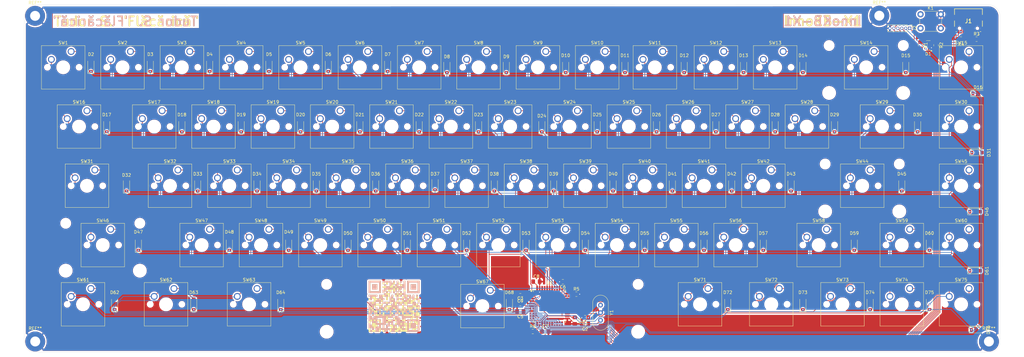
<source format=kicad_pcb>
(kicad_pcb (version 20240108) (generator "pcbnew") (generator_version "8.0")
  (layers (0 "F.Cu" signal) (31 "B.Cu" signal) (34 "B.Paste" user) (35 "F.Paste" user) (36 "B.SilkS" user "B.Silkscreen") (37 "F.SilkS" user "F.Silkscreen") (38 "B.Mask" user) (39 "F.Mask" user) (44 "Edge.Cuts" user))
  (net 0 "")
  (net 1 "GND")
  (net 2 "XTAL1")
  (net 3 "XTAL2")
  (net 4 "VBUS")
  (net 5 "ROW0")
  (net 6 "Net-(D2-A)")
  (net 7 "Net-(D3-A)")
  (net 9 "Net-(D4-A)")
  (net 11 "Net-(D5-A)")
  (net 12 "Net-(D6-A)")
  (net 13 "Net-(D7-A)")
  (net 14 "Net-(J1-CC2)")
  (net 15 "Net-(D8-A)")
  (net 16 "Net-(D9-A)")
  (net 17 "D-")
  (net 19 "Net-(D10-A)")
  (net 20 "Net-(D11-A)")
  (net 21 "Net-(J1-CC1)")
  (net 22 "Net-(D12-A)")
  (net 23 "Net-(D13-A)")
  (net 24 "Net-(D14-A)")
  (net 25 "Net-(D15-A)")
  (net 26 "Net-(D16-A)")
  (net 27 "ROW1")
  (net 28 "Net-(D17-A)")
  (net 29 "Net-(U1-UCAP)")
  (net 30 "Net-(D18-A)")
  (net 31 "Net-(D19-A)")
  (net 32 "Net-(D20-A)")
  (net 33 "Net-(D21-A)")
  (net 35 "Net-(D22-A)")
  (net 36 "Net-(D23-A)")
  (net 37 "Net-(D24-A)")
  (net 38 "Net-(D25-A)")
  (net 39 "Net-(D26-A)")
  (net 40 "D+")
  (net 42 "+5V")
  (net 43 "Net-(D27-A)")
  (net 44 "Net-(D28-A)")
  (net 45 "Net-(D29-A)")
  (net 46 "Net-(D30-A)")
  (net 47 "Net-(D31-A)")
  (net 48 "ROW2")
  (net 49 "Net-(D32-A)")
  (net 50 "Net-(D33-A)")
  (net 51 "Net-(D34-A)")
  (net 52 "Net-(D35-A)")
  (net 53 "Net-(D36-A)")
  (net 54 "Net-(D37-A)")
  (net 55 "Net-(D38-A)")
  (net 56 "Net-(D39-A)")
  (net 57 "Net-(D40-A)")
  (net 58 "Net-(D41-A)")
  (net 59 "Net-(D42-A)")
  (net 60 "Net-(D43-A)")
  (net 61 "Net-(D45-A)")
  (net 62 "Net-(D46-A)")
  (net 63 "ROW3")
  (net 64 "Net-(D47-A)")
  (net 65 "Net-(D48-A)")
  (net 66 "Net-(D49-A)")
  (net 67 "Net-(D50-A)")
  (net 68 "Net-(D51-A)")
  (net 69 "Net-(D52-A)")
  (net 70 "Net-(D53-A)")
  (net 71 "Net-(D54-A)")
  (net 72 "Net-(D55-A)")
  (net 73 "Net-(D56-A)")
  (net 74 "Net-(D57-A)")
  (net 75 "Net-(D59-A)")
  (net 76 "Net-(D60-A)")
  (net 77 "Net-(D61-A)")
  (net 78 "Net-(D62-A)")
  (net 79 "ROW4")
  (net 80 "Net-(D63-A)")
  (net 81 "Net-(D64-A)")
  (net 82 "Net-(D68-A)")
  (net 83 "Net-(D72-A)")
  (net 84 "Net-(D73-A)")
  (net 85 "Net-(D74-A)")
  (net 86 "Net-(D75-A)")
  (net 87 "Net-(D76-A)")
  (net 88 "MOSI")
  (net 89 "SCK")
  (net 90 "~{RST}")
  (net 91 "MISO")
  (net 94 "Net-(U1-D-)")
  (net 95 "Net-(U1-D+)")
  (net 96 "Net-(U1-~{HWB}{slash}PE2)")
  (net 97 "COL0")
  (net 98 "COL1")
  (net 99 "COL2")
  (net 100 "COL3")
  (net 101 "COL4")
  (net 102 "COL5")
  (net 103 "COL6")
  (net 104 "COL7")
  (net 105 "COL8")
  (net 106 "COL9")
  (net 107 "COL10")
  (net 108 "COL11")
  (net 109 "COL12")
  (net 110 "COL13")
  (net 111 "COL14")
  (footprint "Diode_SMD:D_SOD-123" (layer "F.Cu") (at 230.4 175.23 90)
    (property "Reference" "D54")
    (property "Value" "D")
  )
  (footprint "Diode_SMD:D_SOD-123" (layer "F.Cu") (at 310.41 137.13 90)
    (property "Reference" "D29")
    (property "Value" "D")
  )
  (footprint "Button_Switch_Keyboard:SW_Cherry_MX_1.75u_PCB" (layer "F.Cu") (at 307.87 170.15)
    (property "Reference" "SW58")
    (property "Value" "RSHIFT")
  )
  (footprint "Diode_SMD:D_SOD-123" (layer "F.Cu") (at 147.8725 117.7225 90)
    (property "Reference" "D6")
    (property "Value" "D")
  )
  (footprint "Diode_SMD:D_SOD-123" (layer "F.Cu") (at 224.0725 118.08 90)
    (property "Reference" "D10")
    (property "Value" "D")
  )
  (footprint "Diode_SMD:D_SOD-123" (layer "F.Cu") (at 116.1 175.23 90)
    (property "Reference" "D48")
    (property "Value" "D")
  )
  (footprint "Diode_SMD:D_SOD-123" (layer "F.Cu") (at 128.8225 117.7225 90)
    (property "Reference" "D5")
    (property "Value" "D")
  )
  (footprint "Diode_SMD:D_SOD-123" (layer "F.Cu") (at 276.12 194.28 90)
    (property "Reference" "D72")
    (property "Value" "D")
  )
  (footprint "MountingHole:MountingHole_3.2mm_M3_Pad" (layer "F.Cu") (at 53.772741 206.232615)
    (property "Reference" "REF**")
    (property "Value" "MountingHole_3.2mm_M3_Pad")
  )
  (footprint "Button_Switch_Keyboard:SW_Cherry_MX_1.00u_PCB" (layer "F.Cu") (at 175.79 151.1)
    (property "Reference" "SW36")
    (property "Value" "G")
  )
  (footprint "Button_Switch_Keyboard:SW_Cherry_MX_1.00u_PCB" (layer "F.Cu") (at 353.59 113)
    (property "Reference" "SW15")
    (property "Value" "PG-UP")
  )
  (footprint "Diode_SMD:D_SOD-123" (layer "F.Cu") (at 239.29 156.18 90)
    (property "Reference" "D40")
    (property "Value" "D")
  )
  (footprint "Button_Switch_Keyboard:SW_Cherry_MX_1.00u_PCB" (layer "F.Cu") (at 246.91 132.05)
    (property "Reference" "SW25")
    (property "Value" "O")
  )
  (footprint "Button_Switch_Keyboard:SW_Cherry_MX_1.00u_PCB" (layer "F.Cu") (at 205 170.15)
    (property "Reference" "SW52")
    (property "Value" "N")
  )
  (footprint "Button_Switch_Keyboard:SW_Cherry_MX_1.00u_PCB" (layer "F.Cu") (at 236.75 113)
    (property "Reference" "SW10")
    (property "Value" "#9")
  )
  (footprint "Button_Switch_Keyboard:SW_Cherry_MX_1.00u_PCB" (layer "F.Cu") (at 251.99 151.1)
    (property "Reference" "SW40")
    (property "Value" "L")
  )
  (footprint "Button_Switch_Keyboard:SW_Cherry_MX_1.00u_PCB" (layer "F.Cu") (at 208.81 132.05)
    (property "Reference" "SW23")
    (property "Value" "U")
  )
  (footprint "Diode_SMD:D_SOD-123" (layer "F.Cu") (at 86.89 175.23 90)
    (property "Reference" "D47")
    (property "Value" "D")
  )
  (footprint "Button_Switch_Keyboard:SW_Cherry_MX_1.00u_PCB" (layer "F.Cu") (at 141.5 113)
    (property "Reference" "SW5")
    (property "Value" "#4")
  )
  (footprint "Button_Switch_Keyboard:SW_Cherry_MX_1.00u_PCB" (layer "F.Cu") (at 334.54 170.15)
    (property "Reference" "SW59")
    (property "Value" "UP")
  )
  (footprint "Button_Switch_Keyboard:SW_Cherry_MX_1.00u_PCB" (layer "F.Cu") (at 213.89 151.1)
    (property "Reference" "SW38")
    (property "Value" "J")
  )
  (footprint "Diode_SMD:D_SOD-123" (layer "F.Cu") (at 281.2 118.08 90)
    (property "Reference" "D13")
    (property "Value" "D")
  )
  (footprint "Diode_SMD:D_SOD-123" (layer "F.Cu") (at 316.76 175.23 90)
    (property "Reference" "D59")
    (property "Value" "D")
  )
  (footprint "Diode_SMD:D_SOD-123" (layer "F.Cu") (at 173.25 175.23 90)
    (property "Reference" "D51")
    (property "Value" "D")
  )
  (footprint "Diode_SMD:D_SOD-123" (layer "F.Cu") (at 105.94 156.18 90)
    (property "Reference" "D33")
    (property "Value" "D")
  )
  (footprint "Diode_SMD:D_SOD-123" (layer "F.Cu") (at 71.65 117.7 90)
    (property "Reference" "D2")
    (property "Value" "D")
  )
  (footprint "Button_Switch_Keyboard:SW_Cherry_MX_6.25u_PCB" (layer "F.Cu") (at 199.88 189.78)
    (property "Reference" "SW67")
    (property "Value" "SPACE")
  )
  (footprint "Diode_SMD:D_SOD-123" (layer "F.Cu") (at 262.15 118.08 90)
    (property "Reference" "D12")
    (property "Value" "D")
  )
  (footprint "Diode_SMD:D_SOD-123" (layer "F.Cu") (at 287.55 175.23 90)
    (property "Reference" "D57")
    (property "Value" "D")
  )
  (footprint "Capacitor_SMD:C_0805_2012Metric_Pad1.18x1.45mm_HandSolder" (layer "F.Cu") (at 343.02 110.99 -90)
    (property "Reference" "R2")
    (property "Value" "22Ω")
  )
  (footprint "Diode_SMD:D_SOD-123" (layer "F.Cu") (at 234.21 137.13 90)
    (property "Reference" "D25")
    (property "Value" "D")
  )
  (footprint "Diode_SMD:D_SOD-123" (layer "F.Cu") (at 135.15 175.23 90)
    (property "Reference" "D49")
    (property "Value" "D")
  )
  (footprint "Button_Switch_Keyboard:SW_Cherry_MX_1.00u_PCB" (layer "F.Cu") (at 334.54 189.2)
    (property "Reference" "SW74")
    (property "Value" "DOWN")
  )
  (footprint "KiCad:GSB1C41110SSHR" (layer "F.Cu") (at 353.4 103.225 180)
    (property "Reference" "J1")
    (property "Value" "USB-C" (hide yes))
  )
  (footprint "Diode_SMD:D_SOD-123" (layer "F.Cu") (at 355.5 183.5)
    (property "Reference" "D61")
    (property "Value" "D")
  )
  (footprint "Diode_SMD:D_SOD-123" (layer "F.Cu") (at 340.89 175.23 90)
    (property "Reference" "D60")
    (property "Value" "D")
  )
  (footprint "Button_Switch_Keyboard:SW_Cherry_MX_1.00u_PCB" (layer "F.Cu") (at 271.04 151.1)
    (property "Reference" "SW41")
    (property "Value" ";:")
  )
  (footprint "Button_Switch_THT:SW_PUSH_6mm" (layer "F.Cu") (at 338.02 101.04)
    (property "Reference" "K1")
    (property "Value" "SW_MEC_5E")
  )
  (footprint "Capacitor_SMD:C_0805_2012Metric_Pad1.18x1.45mm_HandSolder" (layer "F.Cu") (at 209.52 191.54 180)
    (property "Reference" "C9")
    (property "Value" "10μF")
  )
  (footprint "Button_Switch_Keyboard:SW_Cherry_MX_1.00u_PCB" (layer "F.Cu") (at 315.49 189.2)
    (property "Reference" "SW73")
    (property "Value" "LEFT")
  )
  (footprint "Button_Switch_Keyboard:SW_Cherry_MX_1.50u_PCB" (layer "F.Cu") (at 124.99 189.2)
    (property "Reference" "SW63")
    (property "Value" "LCOM")
  )
  (footprint "Diode_SMD:D_SOD-123" (layer "F.Cu") (at 249.45 175.23 90)
    (property "Reference" "D55")
    (property "Value" "D")
  )
  (footprint "MountingHole:MountingHole_3.2mm_M3_Pad" (layer "F.Cu") (at 324.78 101.49)
    (property "Reference" "REF**")
    (property "Value" "MountingHole_3.2mm_M3_Pad")
  )
  (footprint "Capacitor_SMD:C_0805_2012Metric_Pad1.18x1.45mm_HandSolder" (layer "F.Cu") (at 338.02 110.99 -90)
    (property "Reference" "R1")
    (property "Value" "22Ω")
  )
  (footprint "Capacitor_SMD:C_0805_2012Metric_Pad1.18x1.45mm_HandSolder" (layer "F.Cu") (at 227.52 191.04)
    (property "Reference" "R5")
    (property "Value" "10kΩ")
  )
  (footprint "Button_Switch_Keyboard:SW_Cherry_MX_1.00u_PCB" (layer "F.Cu") (at 232.94 151.1)
    (property "Reference" "SW39")
    (property "Value" "K")
  )
  (footprint "Button_Switch_Keyboard:SW_Cherry_MX_1.00u_PCB" (layer "F.Cu") (at 189.76 132.05)
    (property "Reference" "SW22")
    (property "Value" "Y")
  )
  (footprint "Capacitor_SMD:C_0805_2012Metric_Pad1.18x1.45mm_HandSolder" (layer "F.Cu") (at 227.02 199.54 -90)
    (property "Reference" "C4")
    (property "Value" "0.1μF")
  )
  (footprint "Button_Switch_Keyboard:SW_Cherry_MX_1.00u_PCB" (layer "F.Cu") (at 84.35 113)
    (property "Reference" "SW2")
    (property "Value" "#1")
  )
  (footprint "Capacitor_SMD:C_0805_2012Metric_Pad1.18x1.45mm_HandSolder" (layer "F.Cu") (at 214.6925 186.99)
    (property "Reference" "C8")
    (property "Value" "0.1μF")
  )
  (footprint "Button_Switch_Keyboard:SW_Cherry_MX_1.25u_PCB" (layer "F.Cu") (at 292.63 189.2)
    (property "Reference" "SW72")
    (property "Value" "RALT")
  )
  (footprint "Diode_SMD:D_SOD-123" (layer "F.Cu") (at 182.14 155.8 90)
    (property "Reference" "D37")
    (property "Value" "D")
  )
  (footprint "Button_Switch_Keyboard:SW_Cherry_MX_1.00u_PCB" (layer "F.Cu") (at 353.59 132.05)
    (property "Reference" "SW30")
    (property "Value" "PG-DN")
  )
  (footprint "Button_Switch_Keyboard:SW_Cherry_MX_1.75u_PCB" (layer "F.Cu") (at 72.92 151.1)
    (property "Reference" "SW31")
    (property "Value" "CAPSLOCK")
  )
  (footprint "Button_Switch_Keyboard:SW_Cherry_MX_1.00u_PCB" (layer "F.Cu") (at 227.86 132.05)
    (property "Reference" "SW24")
    (property "Value" "I")
  )
  (footprint "Diode_SMD:D_SOD-123" (layer "F.Cu") (at 154.2 175.23 90)
    (property "Reference" "D50")
    (property "Value" "D")
  )
  (footprint "Diode_SMD:D_SOD-123" (layer "F.Cu") (at 300.25 194.28 90)
    (property "Reference" "D73")
    (property "Value" "D")
  )
  (footprint "Diode_SMD:D_SOD-123" (layer "F.Cu") (at 144.04 156.18 90)
    (property "Reference" "D35")
    (property "Value" "D")
  )
  (footprint "Button_Switch_Keyboard:SW_Cherry_MX_1.00u_PCB" (layer "F.Cu") (at 285.01 132.05)
    (property "Reference" "SW27")
    (property "Value" "[{")
  )
  (footprint "Capacitor_SMD:C_0805_2012Metric_Pad1.18x1.45mm_HandSolder" (layer "F.Cu") (at 356.02 109.04)
    (property "Reference" "R3")
    (property "Value" "5K1")
  )
  (footprint "Diode_SMD:D_SOD-123" (layer "F.Cu") (at 321.84 194.28 90)
    (property "Reference" "D74")
    (property "Value" "D")
  )
  (footprint "Diode_SMD:D_SOD-123" (layer "F.Cu") (at 216.43 137.13 90)
    (property "Reference" "D24")
    (property "Value" "D")
  )
  (footprint "MountingHole:MountingHole_3.2mm_M3_Pad" (layer "F.Cu") (at 53.73 101.54)
    (property "Reference" "REF**")
    (property "Value" "MountingHole_3.2mm_M3_Pad")
  )
  (footprint "Diode_SMD:D_SOD-123" (layer "F.Cu") (at 291.36 137.13 90)
    (property "Reference" "D28")
    (property "Value" "D")
  )
  (footprint "Button_Switch_Keyboard:SW_Cherry_MX_1.00u_PCB" (layer "F.Cu") (at 118.64 151.1)
    (property "Reference" "SW33")
    (property "Value" "S")
  )
  (footprint "Button_Switch_Keyboard:SW_Cherry_MX_1.00u_PCB" (layer "F.Cu") (at 132.61 132.05)
    (property "Reference" "SW19")
    (property "Value" "E")
  )
  (footprint "Button_Switch_Keyboard:SW_Cherry_MX_1.00u_PCB" (layer "F.Cu") (at 198.65 113)
    (property "Reference" "SW8")
    (property "Value" "#7")
  )
  (footprint "Button_Switch_Keyboard:SW_Cherry_MX_1.50u_PCB" (layer "F.Cu") (at 70.38 132.05)
    (property "Reference" "SW16")
    (property "Value" "TAB")
  )
  (footprint "Diode_SMD:D_SOD-123" (layer "F.Cu") (at 272.31 137.13 90)
    (property "Reference" "D27")
    (property "Value" "D")
  )
  (footprint "Button_Switch_Keyboard:SW_Cherry_MX_1.00u_PCB" (layer "F.Cu") (at 255.26 113)
    (property "Reference" "SW11")
    (property "Value" "#0")
  )
  (footprint "Diode_SMD:D_SOD-123" (layer "F.Cu") (at 163.09 156.18 90)
    (property "Reference" "D36")
    (property "Value" "D")
  )
  (footprint "Diode_SMD:D_SOD-123" (layer "F.Cu") (at 104.67 194.28 90)
    (property "Reference" "D63")
    (property "Value" "D")
  )
  (footprint "Button_Switch_Keyboard:SW_Cherry_MX_1.00u_PCB" (layer "F.Cu") (at 353.59 170.15)
    (property "Reference" "SW60")
    (property "Value" "DEL")
  )
  (footprint "Diode_SMD:D_SOD-123" (layer "F.Cu") (at 138.96 137.13 90)
    (property "Reference" "D20")
    (property "Value" "D")
  )
  (footprint "Diode_SMD:D_SOD-123" (layer "F.Cu") (at 337.08 137.13 90)
    (property "Reference" "D30")
    (property "Value" "D")
  )
  (footprint "Capacitor_SMD:C_0805_2012Metric_Pad1.18x1.45mm_HandSolder" (layer "F.Cu") (at 217.52 203.04)
    (property "Reference" "C7")
    (property "Value" "0.1μF")
  )
  (footprint "Button_Switch_Keyboard:SW_Cherry_MX_1.00u_PCB" (layer "F.Cu") (at 170.71 132.05)
    (property "Reference" "SW21")
    (property "Value" "T")
  )
  (footprint "Button_Switch_Keyboard:SW_Cherry_MX_1.00u_PCB" (layer "F.Cu") (at 265.96 132.05)
    (property "Reference" "SW26")
    (property "Value" "P")
  )
  (footprint "MountingHole:MountingHole_3.2mm_M3_Pad" (layer "F.Cu") (at 359.98 206.24)
    (property "Reference" "REF**")
    (property "Value" "MountingHole_3.2mm_M3_Pad")
  )
  (footprint "Button_Switch_Keyboard:SW_Cherry_MX_1.00u_PCB" (layer "F.Cu") (at 109.75 170.15)
    (property "Reference" "SW47")
    (property "Value" "Z")
  )
  (footprint "Button_Switch_Keyboard:SW_Cherry_MX_1.00u_PCB" (layer "F.Cu") (at 65.3 113)
    (property "Reference" "SW1")
    (property "Value" "GRV")
  )
  (footprint "Button_Switch_Keyboard:SW_Cherry_MX_1.00u_PCB" (layer "F.Cu") (at 122.45 113)
    (property "Reference" "SW4")
    (property "Value" "#3")
  )
  (footprint "Diode_SMD:D_SOD-123" (layer "F.Cu") (at 166.9225 117.7225 90)
    (property "Reference" "D7")
    (property "Value" "D")
  )
  (footprint "Connector_PinHeader_1.27mm:PinHeader_1x06_P1.27mm_Vertical" (layer "F.Cu") (at 334.52 105.54 -90)
    (property "Reference" "J2")
    (property "Value" "AVR-ISP-6")
  )
  (footprint "Diode_SMD:D_SOD-123" (layer "F.Cu") (at 90.7225 117.7225 90)
    (property "Reference" "D3")
    (property "Value" "D")
  )
  (footprint "Diode_SMD:D_SOD-123" (layer "F.Cu") (at 100.86 137.13 90)
    (property "Reference" "D18")
    (property "Value" "D")
  )
  (footprint "Diode_SMD:D_SOD-123" (layer "F.Cu") (at 296.44 156.18 90)
    (property "Reference" "D43")
    (property "Value" "D")
  )
  (footprint "Button_Switch_Keyboard:SW_Cherry_MX_1.00u_PCB" (layer "F.Cu") (at 224.05 170.15)
    (property "Reference" "SW53")
    (property "Value" "M")
  )
  (footprint "Diode_SMD:D_SOD-123" (layer "F.Cu") (at 132.61 194.28 90)
    (property "Reference" "D64")
    (property "Value" "D")
  )
  (footprint "Diode_SMD:D_SOD-123" (layer "F.Cu") (at 243.1225 118.08 90)
    (property "Reference" "D11")
    (property "Value" "D")
  )
  (footprint "Button_Switch_Keyboard:SW_Cherry_MX_1.00u_PCB" (layer "F.Cu") (at 99.59 151.1)
    (property "Reference" "SW32")
    (property "Value" "A")
  )
  (footprint "Diode_SMD:D_SOD-123" (layer "F.Cu") (at 201.19 156.18 90)
    (property "Reference" "D38")
    (property "Value" "D")
  )
  (footprint "Capacitor_SMD:C_0805_2012Metric_Pad1.18x1.45mm_HandSolder" (layer "F.Cu") (at 223.18 187.04 180)
    (property "Reference" "C6")
    (property "Value" "0.1μF")
  )
  (footprint "Button_Switch_Keyboard:SW_Cherry_MX_1.00u_PCB" (layer "F.Cu") (at 353.59 151.1)
    (property "Reference" "SW45")
    (property "Value" "INS")
  )
  (footprint "Button_Switch_Keyboard:SW_Cherry_MX_1.00u_PCB" (layer "F.Cu") (at 185.95 170.15)
    (property "Reference" "SW51")
    (property "Value" "B")
  )
  (footprint "Button_Switch_Keyboard:SW_Cherry_MX_1.00u_PCB" (layer "F.Cu") (at 147.85 170.15)
    (property "Reference" "SW49")
    (property "Value" "C")
  )
  (footprint "Button_Switch_Keyboard:SW_Cherry_MX_1.00u_PCB" (layer "F.Cu") (at 353.59 189.2)
    (property "Reference" "SW75")
    (property "Value" "RIGHT")
  )
  (footprint "Button_Switch_Keyboard:SW_Cherry_MX_1.50u_PCB" (layer "F.Cu") (at 71.65 189.2)
    (property "Reference" "SW61")
    (property "Value" "LCTRL")
  )
  (footprint "Button_Switch_Keyboard:SW_Cherry_MX_1.00u_PCB" (layer "F.Cu") (at 137.69 151.1)
    (property "Reference" "SW34")
    (property "Value" "D")
  )
  (footprint "Button_Switch_Keyboard:SW_Cherry_MX_2.00u_PCB" (layer "F.Cu") (at 323.11 113)
    (property "Reference" "SW14")
    (property "Value" "BCKSPC")
  )
  (footprint "Button_Switch_Keyboard:SW_Cherry_MX_1.00u_PCB" (layer "F.Cu") (at 113.56 132.05)
    (property "Reference" "SW18")
    (property "Value" "W")
  )
  (footprint "Diode_SMD:D_SOD-123" (layer "F.Cu") (at 258.34 156.18 90)
    (property "Reference" "D41")
    (property "Value" "D")
  )
  (footprint "Button_Switch_Keyboard:SW_Cherry_MX_1.00u_PCB" (layer "F.Cu") (at 293.9 113)
    (property "Reference" "SW13")
    (property "Value" "=+")
  )
  (footprint "Diode_SMD:D_SOD-123" (layer "F.Cu") (at 109.7725 117.7225 90)
    (property "Reference" "D4")
    (property "Value" "D")
  )
  (footprint "Button_Switch_Keyboard:SW_Cherry_MX_1.00u_PCB" (layer "F.Cu") (at 262.15 170.15)
    (property "Reference" "SW55")
    (property "Value" ">.")
  )
  (footprint "Diode_SMD:D_SOD-123" (layer "F.Cu") (at 277.39 156.18 90)
    (property "Reference" "D42")
    (property "Value" "D")
  )
  (footprint "Button_Switch_Keyboard:SW_Cherry_MX_1.00u_PCB" (layer "F.Cu") (at 194.84 151.1)
    (property "Reference" "SW37")
    (property "Value" "H")
  )
  (footprint "Capacitor_SMD:C_0805_2012Metric_Pad1.18x1.45mm_HandSolder" (layer "F.Cu") (at 209.52 194.04)
    (property "Reference" "C3")
    (property "Value" "1uF")
  )
  (footprint "Diode_SMD:D_SOD-123" (layer "F.Cu") (at 220.24 156.18 90)
    (property "Reference" "D39")
    (property "Value" "D")
  )
  (footprint "Button_Switch_Keyboard:SW_Cherry_MX_1.00u_PCB" (layer "F.Cu") (at 304.06 132.05)
    (property "Reference" "SW28")
    (property "Value" "]}")
  )
  (footprint "Button_Switch_Keyboard:SW_Cherry_MX_1.00u_PCB" (layer "F.Cu") (at 160.55 113)
    (property "Reference" "SW6")
    (property "Value" "#5")
  )
  (footprint "Button_Switch_Keyboard:SW_Cherry_MX_1.00u_PCB" (layer "F.Cu") (at 281.2 170.15)
    (property "Reference" "SW56")
    (property "Value" "/?")
  )
  (footprint "Button_Switch_Keyboard:SW_Cherry_MX_1.00u_PCB" (layer "F.Cu") (at 217.7 113)
    (property "Reference" "SW9")
    (property "Value" "#8")
  )
  (footprint "Button_Switch_Keyboard:SW_Cherry_MX_1.00u_PCB" (layer "F.Cu") (at 151.66 132.05)
    (property "Reference" "SW20")
    (property "Value" "R")
  )
  (footprint "Diode_SMD:D_SOD-123" (layer "F.Cu") (at 340.89 194.28 90)
    (property "Reference" "D75")
    (property "Value" "D")
  )
  (footprint "Capacitor_SMD:C_0805_2012Metric_Pad1.18x1.45mm_HandSolder" (layer "F.Cu") (at 351.02 109.04 180)
    (property "Reference" "R4")
    (property "Value" "5K1")
  )
  (footprint "Diode_SMD:D_SOD-123" (layer "F.Cu") (at 211.35 175.23 90)
    (property "Reference" "D53")
    (property "Value" "D")
  )
  (footprint "Button_Switch_Keyboard:SW_Cherry_MX_2.25u_PCB" (layer "F.Cu") (at 78 170.15)
    (property "Reference" "SW46")
    (property "Value" "LSHIFT")
  )
  (footprint "Button_Switch_Keyboard:SW_Cherry_MX_1.25u_PCB" (layer "F.Cu") (at 98.32 189.2)
    (property "Reference" "SW62")
    (property "Value" "LALT")
  )
  (footprint "Crystal:Crystal_HC49-U-3Pin_Vertical" (layer "F.Cu") (at 235.28 194.54 -90)
    (property "Reference" "Y1")
    (property "Value" "Crystal_GND24_Small")
  )
  (footprint "Diode_SMD:D_SOD-123" (layer "F.Cu") (at 205.0225 118.08 90)
    (property "Reference" "D9")
    (property "Value" "D")
  )
  (footprint "Diode_SMD:D_SOD-123" (layer "F.Cu") (at 192.3 175.23 90)
    (property "Reference" "D52")
    (property "Value" "D")
  )
  (footprint "Capacitor_SMD:C_0805_2012Metric_Pad1.18x1.45mm_HandSolder" (layer "F.Cu") (at 209.52 196.54 180)
    (property "Reference" "C5")
    (property "Value" "10uF")
  )
  (footprint "Button_Switch_Keyboard:SW_Cherry_MX_1.50u_PCB" (layer "F.Cu") (at 328.19 132.05)
    (property "Reference" "SW29")
    (property "Value" "\\|")
  )
  (footprint "Diode_SMD:D_SOD-123" (layer "F.Cu") (at 124.99 156.18 90)
    (property "Reference" "D34")
    (property "Value" "D")
  )
  (footprint "Diode_SMD:D_SOD-123" (layer "F.Cu") (at 83.08 156.18 90)
    (property "Reference" "D32")
    (property "Value" "D")
  )
  (footprint "Button_Switch_Keyboard:SW_Cherry_MX_1.00u_PCB" (layer "F.Cu") (at 156.74 151.1)
    (property "Reference" "SW35")
    (property "Value" "F")
  )
  (footprint "Diode_SMD:D_SOD-123" (layer "F.Cu") (at 356.5 126.5)
    (property "Reference" "D16")
    (property "Value" "D")
  )
  (footprint "Capacitor_SMD:C_0805_2012Metric_Pad1.18x1.45mm_HandSolder" (layer "F.Cu") (at 230.3175 200.59 180)
    (property "Reference" "C2")
    (property "Value" "22pF")
  )
  (footprint "Button_Switch_Keyboard:SW_Cherry_MX_2.25u_PCB" (layer "F.Cu") (at 321.84 151.1)
    (property "Reference" "SW44")
    (property "Value" "ENTER")
  )
  (footprint "Package_QFP:TQFP-44_10x10mm_P0.8mm" (layer "F.Cu") (at 218.92 194.84)
    (property "Reference" "U1")
    (property "Value" "ATmega32U4-A")
  )
  (footprint "Diode_SMD:D_SOD-123" (layer "F.Cu") (at 76.73 137.13 90)
    (property "Reference" "D17")
    (property "Value" "D")
  )
  (footprint "Button_Switch_Keyboard:SW_Cherry_MX_1.00u_PCB" (layer "F.Cu") (at 274.85 113)
    (property "Reference" "SW12")
    (property "Value" "-_")
  )
  (footprint "Button_Switch_Keyboard:SW_Cherry_MX_1.00u_PCB" (layer "F.Cu") (at 128.8 170.15)
    (property "Reference" "SW48")
    (property "Value" "X")
  )
  (footprint "Diode_SMD:D_SOD-123" (layer "F.Cu") (at 196.11 137.13 90)
    (property "Reference" "D23")
    (property "Value" "D")
  )
  (footprint "Diode_SMD:D_SOD-123" (layer "F.Cu") (at 79.27 194.28 90)
    (property "Reference" "D62")
    (property "Value" "D")
  )
  (footprint "Button_Switch_Keyboard:SW_Cherry_MX_1.00u_PCB" (layer "F.Cu") (at 166.9 170.15)
    (property "Reference" "SW50")
    (property "Value" "V")
  )
  (footprint "Diode_SMD:D_SOD-123" (layer "F.Cu") (at 356.15 145.5)
    (property "Reference" "D31")
    (property "Value" "D")
  )
  (footprint "Package_TO_SOT_SMD:SOT-143" (layer "F.Cu") (at 340.52 111.04 180)
    (property "Reference" "D1")
    (property "Value" "PRTR5V0U2X")
  )
  (footprint "Button_Switch_Keyboard:SW_Cherry_MX_1.00u_PCB" (layer "F.Cu") (at 103.4 113)
    (property "Reference" "SW3")
    (property "Value" "#2")
  )
  (footprint "Capacitor_SMD:C_0805_2012Metric_Pad1.18x1.45mm_HandSolder" (layer "F.Cu") (at 213.52 203.04)
    (property "Reference" "R6")
    (property "Value" "22Ω")
  )
  (footprint "Capacitor_SMD:C_0805_2012Metric_Pad1.18x1.45mm_HandSolder" (layer "F.Cu") (at 230.33 198.54 180)
    (property "Reference" "C1")
    (property "Value" "22pF")
  )
  (footprint "Diode_SMD:D_SOD-123" (layer "F.Cu") (at 253.26 137.13 90)
    (property "Reference" "D26")
    (property "Value" "D")
  )
  (footprint "Diode_SMD:D_SOD-123" (layer "F.Cu") (at 185.95 118.08 90)
    (property "Reference" "D8")
    (property "Value" "D")
  )
  (footprint "Button_Switch_Keyboard:SW_Cherry_MX_1.00u_PCB" (layer "F.Cu") (at 243.1 170.15)
    (property "Reference" "SW54")
    (property "Value" ",<")
  )
  (footprint "Diode_SMD:D_SOD-123" (layer "F.Cu") (at 356 202.5)
    (property "Reference" "D76")
    (property "Value" "D")
  )
  (footprint "Diode_SMD:D_SOD-123" (layer "F.Cu") (at 206.02 194.28 90)
    (property "Reference" "D68")
    (property "Value" "D")
  )
  (footprint "Diode_SMD:D_SOD-123" (layer "F.Cu") (at 268.5 175.23 90)
    (property "Reference" "D56")
    (property "Value" "D")
  )
  (footprint "Diode_SMD:D_SOD-123" (layer "F.Cu") (at 177.06 137.13 90)
    (property "Reference" "D22")
    (property "Value" "D")
  )
  (footprint "Diode_SMD:D_SOD-123" (layer "F.Cu") (at 158.01 137.13 90)
    (property "Reference" "D21")
    (property "Value" "D")
  )
  (footprint "Diode_SMD:D_SOD-123" (layer "F.Cu") (at 119.91 137.13 90)
    (property "Reference" "D19")
    (property "Value" "D")
  )
  (footprint "Button_Switch_Keyboard:SW_Cherry_MX_1.00u_PCB" (layer "F.Cu") (at 179.6 113)
    (property "Reference" "SW7")
    (property "Value" "#6")
  )
  (footprint "Diode_SMD:D_SOD-123" (layer "F.Cu") (at 332 156.18 90)
    (property "Reference" "D45")
    (property "Value" "D")
  )
  (footprint "Button_Switch_Keyboard:SW_Cherry_MX_1.00u_PCB" (layer "F.Cu") (at 269.77 189.2)
    (property "Reference" "SW71")
    (property "Value" "RCOM")
  )
  (footprint "Button_Switch_Keyboard:SW_Cherry_MX_1.00u_PCB" (layer "F.Cu") (at 290.09 151.1)
    (property "Reference" "SW42")
    (property "Value" "'\"")
  )
  (footprint "Diode_SMD:D_SOD-123" (layer "F.Cu") (at 300.25 118.08 90)
    (property "Reference" "D14")
    (property "Value" "D")
  )
  (footprint "Diode_SMD:D_SOD-123" (layer "F.Cu") (at 333.27 118.08 90)
    (property "Reference" "D15")
    (property "Value" "D")
  )
  (footprint "Diode_SMD:D_SOD-123" (layer "F.Cu") (at 355.5 164.5)
    (property "Reference" "D46")
    (property "Value" "D")
  )
  (footprint "Button_Switch_Keyboard:SW_Cherry_MX_1.00u_PCB" (layer "F.Cu") (at 94.51 132.05)
    (property "Reference" "SW17")
    (property "Value" "Q")
  )
  (gr_poly (pts (xy 164.766667 194.068889) (xy 164.202223 194.068889) (xy 164.202223 193.504444) (xy 164.766667 193.504444)) (stroke (width -0.000001)) (fill solid) (layer "F.Cu") (net 100))
  (gr_poly (pts (xy 162.508889 198.02) (xy 161.944445 198.02) (xy 161.944445 197.455556) (xy 162.508889 197.455556)) (stroke (width -0.000001)) (fill solid) (layer "F.Cu") (net 100))
  (gr_poly (pts (xy 170.975556 192.94) (xy 170.411111 192.94) (xy 170.411111 192.375555) (xy 170.975556 192.375555)) (stroke (width -0.000001)) (fill solid) (layer "F.Cu") (net 100))
  (gr_poly (pts (xy 177.184445 202.535556) (xy 176.620001 202.535556) (xy 176.620001 201.971111) (xy 177.184445 201.971111)) (stroke (width -0.000001)) (fill solid) (layer "F.Cu"))
  (gr_poly (pts (xy 173.797778 199.713333) (xy 173.233334 199.713333) (xy 173.233334 199.148889) (xy 173.797778 199.148889)) (stroke (width -0.000001)) (fill solid) (layer "F.Cu") (net 100))
  (gr_poly (pts (xy 168.153334 187.295555) (xy 167.588889 187.295555) (xy 167.588889 186.731111) (xy 168.153334 186.731111)) (stroke (width -0.000001)) (fill solid) (layer "F.Cu"))
  (gr_poly (pts (xy 169.282223 198.02) (xy 168.717778 198.02) (xy 168.717778 197.455556) (xy 169.282223 197.455556)) (stroke (width -0.000001)) (fill solid) (layer "F.Cu") (net 100))
  (gr_poly (pts (xy 177.184445 190.682222) (xy 173.233334 190.682222) (xy 173.233334 190.117778) (xy 173.797778 190.117778) (xy 176.620001 190.117778) (xy 176.620001 187.295555) (xy 173.797778 187.295555) (xy 173.797778 190.117778) (xy 173.233334 190.117778) (xy 173.233334 186.731111) (xy 177.184445 186.731111)) (stroke (width -0.000001)) (fill solid) (layer "F.Cu"))
  (gr_poly (pts (xy 164.766667 192.94) (xy 164.202223 192.94) (xy 164.202223 192.375555) (xy 164.766667 192.375555)) (stroke (width -0.000001)) (fill solid) (layer "F.Cu") (net 100))
  (gr_poly (pts (xy 163.637778 191.811111) (xy 163.073334 191.811111) (xy 163.073334 192.375555) (xy 163.637778 192.375555) (xy 163.637778 192.94) (xy 164.202223 192.94) (xy 164.202223 193.504444) (xy 163.073334 193.504444) (xy 163.073334 194.068889) (xy 162.508889 194.068889) (xy 162.508889 194.633333) (xy 161.944445 194.633333) (xy 161.944445 194.068889) (xy 160.815556 194.068889) (xy 160.815556 193.504444) (xy 162.508889 193.504444) (xy 162.508889 192.375555) (xy 161.944445 192.375555) (xy 161.944445 191.811111) (xy 160.815556 191.811111) (xy 160.815556 191.246667) (xy 163.637778 191.246667)) (stroke (width -0.000001)) (fill solid) (layer "F.Cu") (net 100))
  (gr_poly (pts (xy 165.895556 192.94) (xy 165.331112 192.94) (xy 165.331112 192.375555) (xy 165.895556 192.375555)) (stroke (width -0.000001)) (fill solid) (layer "F.Cu") (net 100))
  (gr_poly (pts (xy 165.895556 187.86) (xy 165.331112 187.86) (xy 165.331112 187.295555) (xy 165.895556 187.295555)) (stroke (width -0.000001)) (fill solid) (layer "F.Cu"))
  (gr_poly (pts (xy 168.153334 198.584444) (xy 167.588889 198.584444) (xy 167.588889 197.455556) (xy 168.153334 197.455556)) (stroke (width -0.000001)) (fill solid) (layer "F.Cu") (net 100))
  (gr_poly (pts (xy 163.073334 195.197778) (xy 162.508889 195.197778) (xy 162.508889 194.633333) (xy 163.073334 194.633333)) (stroke (width -0.000001)) (fill solid) (layer "F.Cu") (net 100))
  (gr_poly (pts (xy 172.668889 191.246667) (xy 173.233334 191.246667) (xy 173.233334 192.375555) (xy 172.104445 192.375555) (xy 172.104445 193.504444) (xy 171.540001 193.504444) (xy 171.540001 191.811111) (xy 172.104445 191.811111) (xy 172.104445 188.988889) (xy 172.668889 188.988889)) (stroke (width -0.000001)) (fill solid) (layer "F.Cu") (net 100))
  (gr_poly (pts (xy 163.637778 189.553333) (xy 161.944445 189.553333) (xy 161.944445 187.86) (xy 163.637778 187.86)) (stroke (width -0.000001)) (fill solid) (layer "F.Cu"))
  (gr_poly (pts (xy 170.411111 190.682222) (xy 170.975556 190.682222) (xy 170.975556 190.117778) (xy 171.540001 190.117778) (xy 171.540001 191.246667) (xy 170.975556 191.246667) (xy 170.975556 191.811111) (xy 170.411111 191.811111) (xy 170.411111 192.375555) (xy 169.846667 192.375555) (xy 169.846667 191.811111) (xy 170.411111 191.811111) (xy 170.411111 191.246667) (xy 169.846667 191.246667) (xy 169.846667 191.811111) (xy 169.282223 191.811111) (xy 169.282223 191.246667) (xy 169.846667 191.246667) (xy 169.846667 190.117778) (xy 170.411111 190.117778)) (stroke (width -0.000001)) (fill solid) (layer "F.Cu") (net 100))
  (gr_poly (pts (xy 169.846667 188.988889) (xy 169.282223 188.988889) (xy 169.282223 188.424444) (xy 169.846667 188.424444)) (stroke (width -0.000001)) (fill solid) (layer "F.Cu") (net 100))
  (gr_poly (pts (xy 167.024445 187.86) (xy 166.46 187.86) (xy 166.46 186.731111) (xy 167.024445 186.731111)) (stroke (width -0.000001)) (fill solid) (layer "F.Cu"))
  (gr_poly (pts (xy 164.766667 195.197778) (xy 164.202223 195.197778) (xy 164.202223 194.633333) (xy 164.766667 194.633333)) (stroke (width -0.000001)) (fill solid) (layer "F.Cu") (net 100))
  (gr_poly (pts (xy 167.024445 188.988889) (xy 166.46 188.988889) (xy 166.46 190.117778) (xy 167.024445 190.117778) (xy 167.024445 189.553333) (xy 168.153334 189.553333) (xy 168.153334 190.682222) (xy 167.588889 190.682222) (xy 167.588889 191.811111) (xy 167.024445 191.811111) (xy 167.024445 192.94) (xy 166.46 192.94) (xy 166.46 191.811111) (xy 167.024445 191.811111) (xy 167.024445 191.246667) (xy 166.46 191.246667) (xy 166.46 191.811111) (xy 165.331112 191.811111) (xy 165.331112 192.375555) (xy 164.766667 192.375555) (xy 164.766667 191.811111) (xy 164.202223 191.811111) (xy 164.202223 191.246667) (xy 165.895556 191.246667) (xy 165.895556 190.682222) (xy 166.46 190.682222) (xy 167.024445 190.682222) (xy 167.588889 190.682222) (xy 167.588889 190.117778) (xy 167.024445 190.117778) (xy 167.024445 190.682222) (xy 166.46 190.682222) (xy 166.46 190.117778) (xy 165.895556 190.117778) (xy 165.895556 190.682222) (xy 165.331112 190.682222) (xy 165.331112 189.553333) (xy 165.895556 189.553333) (xy 165.895556 188.988889) (xy 165.331112 188.988889) (xy 165.331112 188.424444) (xy 167.024445 188.424444)) (stroke (width -0.000001)) (fill solid) (layer "F.Cu") (net 100))
  (gr_poly (pts (xy 170.411111 187.295555) (xy 169.846667 187.295555) (xy 169.846667 186.731111) (xy 170.411111 186.731111)) (stroke (width -0.000001)) (fill solid) (layer "F.Cu") (net 100))
  (gr_poly (pts (xy 169.282223 187.86) (xy 168.717778 187.86) (xy 168.717778 186.731111) (xy 169.282223 186.731111)) (stroke (width -0.000001)) (fill solid) (layer "F.Cu") (net 100))
  (gr_poly (pts (xy 168.717778 193.504444) (xy 168.153334 193.504444) (xy 168.153334 194.068889) (xy 167.588889 194.068889) (xy 167.588889 192.94) (xy 168.153334 192.94) (xy 168.153334 192.375555) (xy 168.717778 192.375555)) (stroke (width -0.000001)) (fill solid) (layer "F.Cu") (net 100))
  (gr_poly (pts (xy 163.637778 197.455556) (xy 164.202223 197.455556) (xy 164.202223 196.891111) (xy 164.766667 196.891111) (xy 164.766667 197.455556) (xy 165.331112 197.455556) (xy 165.331112 196.891111) (xy 165.895556 196.891111) (xy 165.895556 198.02) (xy 164.766667 198.02) (xy 164.766667 198.584444) (xy 163.637778 198.584444) (xy 163.637778 198.02) (xy 164.202223 198.02) (xy 164.766667 198.02) (xy 164.766667 197.455556) (xy 164.202223 197.455556) (xy 164.202223 198.02) (xy 163.637778 198.02) (xy 163.073334 198.02) (xy 163.073334 197.455556) (xy 162.508889 197.455556) (xy 162.508889 196.326666) (xy 163.073334 196.326666) (xy 163.073334 195.197778) (xy 163.637778 195.197778)) (stroke (width -0.000001)) (fill solid) (layer "F.Cu") (net 100))
  (gr_poly (pts (xy 170.975556 197.455556) (xy 170.411111 197.455556) (xy 170.411111 196.891111) (xy 170.975556 196.891111)) (stroke (width -0.000001)) (fill solid) (layer "F.Cu") (net 100))
  (gr_poly (pts (xy 168.717778 197.455556) (xy 168.153334 197.455556) (xy 168.153334 196.891111) (xy 168.717778 196.891111)) (stroke (width -0.000001)) (fill solid) (layer "F.Cu") (net 100))
  (gr_poly (pts (xy 175.491112 194.633333) (xy 176.055556 194.633333) (xy 176.055556 194.068889) (xy 176.620001 194.068889) (xy 176.620001 194.633333) (xy 177.184445 194.633333) (xy 177.184445 195.762222) (xy 176.055556 195.762222) (xy 176.055556 195.197778) (xy 174.926668 195.197778) (xy 174.926668 194.068889) (xy 175.491112 194.068889)) (stroke (width -0.000001)) (fill solid) (layer "F.Cu") (net 100))
  (gr_poly (pts (xy 170.411111 188.424444) (xy 169.846667 188.424444) (xy 169.846667 187.86) (xy 170.411111 187.86)) (stroke (width -0.000001)) (fill solid) (layer "F.Cu") (net 100))
  (gr_poly (pts (xy 163.637778 201.971111) (xy 161.944445 201.971111) (xy 161.944445 200.277777) (xy 163.637778 200.277777)) (stroke (width -0.000001)) (fill solid) (layer "F.Cu"))
  (gr_poly (pts (xy 171.540001 189.553333) (xy 170.975556 189.553333) (xy 170.975556 188.988889) (xy 171.540001 188.988889)) (stroke (width -0.000001)) (fill solid) (layer "F.Cu") (net 100))
  (gr_poly (pts (xy 165.331112 193.504444) (xy 164.766667 193.504444) (xy 164.766667 192.94) (xy 165.331112 192.94)) (stroke (width -0.000001)) (fill solid) (layer "F.Cu") (net 100))
  (gr_poly (pts (xy 169.282223 190.682222) (xy 168.717778 190.682222) (xy 168.717778 188.988889) (xy 169.282223 188.988889)) (stroke (width -0.000001)) (fill solid) (layer "F.Cu") (net 100))
  (gr_poly (pts (xy 161.944445 195.762222) (xy 162.508889 195.762222) (xy 162.508889 196.326666) (xy 161.38 196.326666) (xy 161.38 198.584444) (xy 160.815556 198.584444) (xy 160.815556 195.762222) (xy 161.38 195.762222) (xy 161.38 195.197778) (xy 161.944445 195.197778)) (stroke (width -0.000001)) (fill solid) (layer "F.Cu") (net 100))
  (gr_poly (pts (xy 168.717778 188.988889) (xy 167.588889 188.988889) (xy 167.588889 187.86) (xy 168.717778 187.86)) (stroke (width -0.000001)) (fill solid) (layer "F.Cu") (net 100))
  (gr_poly (pts (xy 172.668889 188.424444) (xy 170.975556 188.424444) (xy 170.975556 187.86) (xy 172.104445 187.86) (xy 172.104445 186.731111) (xy 172.668889 186.731111)) (stroke (width -0.000001)) (fill solid) (layer "F.Cu") (net 100))
  (gr_poly (pts (xy 170.975556 187.86) (xy 170.411111 187.86) (xy 170.411111 187.295555) (xy 170.975556 187.295555)) (stroke (width -0.000001)) (fill solid) (layer "F.Cu") (net 100))
  (gr_poly (pts (xy 174.362222 191.811111) (xy 174.926668 191.811111) (xy 174.926668 191.246667) (xy 175.491112 191.246667) (xy 175.491112 192.375555) (xy 176.055556 192.375555) (xy 176.055556 192.94) (xy 175.491112 192.94) (xy 175.491112 193.504444) (xy 174.926668 193.504444) (xy 174.926668 194.068889) (xy 173.233334 194.068889) (xy 173.233334 194.633333) (xy 172.104445 194.633333) (xy 172.104445 193.504444) (xy 172.668889 193.504444) (xy 172.668889 192.94) (xy 173.797778 192.94) (xy 174.362222 192.94) (xy 174.926668 192.94) (xy 174.926668 192.375555) (xy 174.362222 192.375555) (xy 174.362222 192.94) (xy 173.797778 192.94) (xy 173.797778 191.246667) (xy 174.362222 191.246667)) (stroke (width -0.000001)) (fill solid) (layer "F.Cu") (net 100))
  (gr_poly (pts (xy 176.620001 201.971111) (xy 176.055556 201.971111) (xy 176.055556 203.1) (xy 174.362222 203.1) (xy 174.362222 202.535556) (xy 174.926668 202.535556) (xy 174.926668 201.971111) (xy 175.491112 201.971111) (xy 175.491112 201.406667) (xy 176.620001 201.406667)) (stroke (width -0.000001)) (fill solid) (layer "F.Cu"))
  (gr_poly (pts (xy 170.975556 199.713333) (xy 170.411111 199.713333) (xy 170.411111 199.148889) (xy 170.975556 199.148889)) (stroke (width -0.000001)) (fill solid) (layer "F.Cu") (net 100))
  (gr_poly (pts (xy 168.153334 192.375555) (xy 167.588889 192.375555) (xy 167.588889 191.811111) (xy 168.153334 191.811111)) (stroke (width -0.000001)) (fill solid) (layer "F.Cu") (net 100))
  (gr_poly (pts (xy 170.411111 200.842223) (xy 169.282223 200.842223) (xy 169.282223 200.277777) (xy 169.846667 200.277777) (xy 169.846667 199.713333) (xy 170.411111 199.713333)) (stroke (width -0.000001)) (fill solid) (layer "F.Cu") (net 100))
  (gr_poly (pts (xy 164.202223 194.633333) (xy 163.073334 194.633333) (xy 163.073334 194.068889) (xy 164.202223 194.068889)) (stroke (width -0.000001)) (fill solid) (layer "F.Cu") (net 100))
  (gr_poly (pts (xy 161.38 192.94) (xy 160.815556 192.94) (xy 160.815556 192.375555) (xy 161.38 192.375555)) (stroke (width -0.000001)) (fill solid) (layer "F.Cu"))
  (gr_poly (pts (xy 167.024445 194.068889) (xy 165.331112 194.068889) (xy 165.331112 193.504444) (xy 167.024445 193.504444)) (stroke (width -0.000001)) (fill solid) (layer "F.Cu") (net 100))
  (gr_poly (pts (xy 168.717778 191.811111) (xy 168.153334 191.811111) (xy 168.153334 191.246667) (xy 168.717778 191.246667)) (stroke (width -0.000001)) (fill solid) (layer "F.Cu") (net 100))
  (gr_poly (pts (xy 164.766667 190.682222) (xy 160.815556 190.682222) (xy 160.815556 190.117778) (xy 161.38 190.117778) (xy 164.202223 190.117778) (xy 164.202223 187.295555) (xy 161.38 187.295555) (xy 161.38 190.117778) (xy 160.815556 190.117778) (xy 160.815556 186.731111) (xy 164.766667 186.731111)) (stroke (width -0.000001)) (fill solid) (layer "F.Cu"))
  (gr_poly (pts (xy 170.411111 189.553333) (xy 169.846667 189.553333) (xy 169.846667 188.988889) (xy 170.411111 188.988889)) (stroke (width -0.000001)) (fill solid) (layer "F.Cu") (net 100))
  (gr_poly (pts (xy 165.895556 201.971111) (xy 167.024445 201.971111) (xy 167.024445 202.535556) (xy 165.895556 202.535556) (xy 165.895556 203.1) (xy 165.331112 203.1) (xy 165.331112 200.277777) (xy 165.895556 200.277777)) (stroke (width -0.000001)) (fill solid) (layer "F.Cu"))
  (gr_poly (pts (xy 176.620001 192.375555) (xy 176.055556 192.375555) (xy 176.055556 191.246667) (xy 176.620001 191.246667)) (stroke (width -0.000001)) (fill solid) (layer "F.Cu") (net 100))
  (gr_poly (pts (xy 176.055556 189.553333) (xy 174.362222 189.553333) (xy 174.362222 187.86) (xy 176.055556 187.86)) (stroke (width -0.000001)) (fill solid) (layer "F.Cu"))
  (gr_poly (pts (xy 168.153334 196.891111) (xy 167.588889 196.891111) (xy 167.588889 196.326666) (xy 168.153334 196.326666)) (stroke (width -0.000001)) (fill solid) (layer "F.Cu") (net 100))
  (gr_poly (pts (xy 167.024445 199.148889) (xy 166.46 199.148889) (xy 166.46 199.713333) (xy 167.024445 199.713333) (xy 167.024445 199.148889) (xy 168.153334 199.148889) (xy 168.153334 199.713333) (xy 167.588889 199.713333) (xy 167.588889 200.842223) (xy 167.024445 200.842223) (xy 167.024445 200.277777) (xy 166.46 200.277777) (xy 166.46 199.713333) (xy 165.331112 199.713333) (xy 165.331112 198.584444) (xy 166.46 198.584444) (xy 166.46 198.02) (xy 167.024445 198.02)) (stroke (width -0.000001)) (fill solid) (layer "F.Cu") (net 100))
  (gr_poly (pts (xy 177.184445 193.504444) (xy 176.620001 193.504444) (xy 176.620001 192.94) (xy 177.184445 192.94)) (stroke (width -0.000001)) (fill solid) (layer "F.Cu"))
  (gr_poly (pts (xy 165.331112 194.633333) (xy 164.766667 194.633333) (xy 164.766667 194.068889) (xy 165.331112 194.068889)) (stroke (width -0.000001)) (fill solid) (layer "F.Cu") (net 100))
  (gr_poly (pts (xy 170.411111 198.584444) (xy 169.846667 198.584444) (xy 169.846667 199.713333) (xy 169.282223 199.713333) (xy 169.282223 199.148889) (xy 168.717778 199.148889) (xy 168.717778 198.584444) (xy 169.282223 198.584444) (xy 169.282223 198.02) (xy 170.411111 198.02)) (stroke (width -0.000001)) (fill solid) (layer "F.Cu") (net 100))
  (gr_poly (pts (xy 164.766667 196.326666) (xy 164.202223 196.326666) (xy 164.202223 195.762222) (xy 164.766667 195.762222)) (stroke (width -0.000001)) (fill solid) (layer "F.Cu"))
  (gr_poly (pts (xy 164.766667 203.1) (xy 160.815556 203.1) (xy 160.815556 202.535556) (xy 161.38 202.535556) (xy 164.202223 202.535556) (xy 164.202223 199.713333) (xy 161.38 199.713333) (xy 161.38 202.535556) (xy 160.815556 202.535556) (xy 160.815556 199.148889) (xy 164.766667 199.148889)) (stroke (width -0.000001)) (fill solid) (layer "F.Cu"))
  (gr_poly (pts (xy 161.38 195.197778) (xy 160.815556 195.197778) (xy 160.815556 194.633333) (xy 161.38 194.633333)) (stroke (width -0.000001)) (fill solid) (layer "F.Cu") (net 100))
  (gr_poly (pts (xy 170.975556 190.117778) (xy 170.411111 190.117778) (xy 170.411111 189.553333) (xy 170.975556 189.553333)) (stroke (width -0.000001)) (fill solid) (layer "F.Cu") (net 100))
  (gr_poly (pts (xy 170.411111 193.504444) (xy 171.540001 193.504444) (xy 171.540001 194.633333) (xy 170.975556 194.633333) (xy 170.975556 194.068889) (xy 169.846667 194.068889) (xy 169.846667 194.633333) (xy 169.282223 194.633333) (xy 169.282223 195.197778) (xy 170.411111 195.197778) (xy 170.411111 195.762222) (xy 171.540001 195.762222) (xy 171.540001 194.633333) (xy 172.104445 194.633333) (xy 172.104445 195.197778) (xy 172.668889 195.197778) (xy 172.668889 196.891111) (xy 172.104445 196.891111) (xy 172.104445 197.455556) (xy 174.926668 197.455556) (xy 174.926668 196.891111) (xy 173.797778 196.891111) (xy 173.797778 195.762222) (xy 173.233334 195.762222) (xy 173.233334 195.197778) (xy 174.926668 195.197778) (xy 174.926668 195.762222) (xy 174.362222 195.762222) (xy 174.362222 196.326666) (xy 175.491112 196.326666) (xy 175.491112 196.891111) (xy 176.055556 196.891111) (xy 176.055556 196.326666) (xy 176.620001 196.326666) (xy 176.620001 196.891111) (xy 177.184445 196.891111) (xy 177.184445 198.02) (xy 176.620001 198.02) (xy 176.620001 199.148889) (xy 176.055556 199.148889) (xy 176.055556 199.713333) (xy 177.184445 199.713333) (xy 177.184445 200.842223) (xy 175.491112 200.842223) (xy 175.491112 199.713333) (xy 174.926668 199.713333) (xy 174.926668 200.842223) (xy 174.362222 200.842223) (xy 174.362222 201.971111) (xy 173.233334 201.971111) (xy 173.233334 202.535556) (xy 173.797778 202.535556) (xy 173.797778 203.1) (xy 170.975556 203.1) (xy 170.975556 202.535556) (xy 171.540001 202.535556) (xy 172.104445 202.535556) (xy 172.104445 201.971111) (xy 172.668889 201.971111) (xy 172.668889 201.406667) (xy 173.233334 201.406667) (xy 173.797778 201.406667) (xy 173.797778 200.842223) (xy 173.233334 200.842223) (xy 173.233334 201.406667) (xy 172.668889 201.406667) (xy 172.104445 201.406667) (xy 172.104445 201.971111) (xy 171.540001 201.971111) (xy 171.540001 202.535556) (xy 170.975556 202.535556) (xy 170.411111 202.535556) (xy 170.411111 203.1) (xy 168.717778 203.1) (xy 168.717778 202.535556) (xy 169.846667 202.535556) (xy 169.846667 201.971111) (xy 168.717778 201.971111) (xy 168.717778 202.535556) (xy 168.153334 202.535556) (xy 168.153334 203.1) (xy 167.588889 203.1) (xy 167.588889 201.971111) (xy 168.153334 201.971111) (xy 168.153334 201.406667) (xy 167.588889 201.406667) (xy 167.588889 200.842223) (xy 168.717778 200.842223) (xy 168.717778 201.406667) (xy 169.846667 201.406667) (xy 169.846667 201.971111) (xy 170.411111 201.971111) (xy 170.975556 201.971111) (xy 171.540001 201.971111) (xy 171.540001 201.406667) (xy 170.975556 201.406667) (xy 170.975556 201.971111) (xy 170.411111 201.971111) (xy 170.411111 201.406667) (xy 170.975556 201.406667) (xy 170.975556 200.277777) (xy 171.540001 200.277777) (xy 171.540001 201.406667) (xy 172.104445 201.406667) (xy 172.104445 200.277777) (xy 172.668889 200.277777) (xy 174.362222 200.277777) (xy 174.362222 199.148889) (xy 174.926668 199.148889) (xy 176.055556 199.148889) (xy 176.055556 198.584444) (xy 174.926668 198.584444) (xy 174.926668 199.148889) (xy 174.362222 199.148889) (xy 174.362222 198.584444) (xy 172.668889 198.584444) (xy 172.668889 200.277777) (xy 172.104445 200.277777) (xy 172.104445 199.713333) (xy 171.540001 199.713333) (xy 171.540001 198.584444) (xy 172.104445 198.584444) (xy 172.104445 198.02) (xy 174.926668 198.02) (xy 176.055556 198.02) (xy 176.055556 197.455556) (xy 174.926668 197.455556) (xy 174.926668 198.02) (xy 172.104445 198.02) (xy 171.540001 198.02) (xy 171.540001 196.326666) (xy 172.104445 196.326666) (xy 172.104445 195.762222) (xy 171.540001 195.762222) (xy 171.540001 196.326666) (xy 170.411111 196.326666) (xy 170.411111 196.891111) (xy 169.846667 196.891111) (xy 169.846667 196.326666) (xy 169.282223 196.326666) (xy 169.282223 195.762222) (xy 168.153334 195.762222) (xy 168.153334 195.197778) (xy 167.588889 195.197778) (xy 167.588889 196.326666) (xy 165.895556 196.326666) (xy 165.895556 195.762222) (xy 166.46 195.762222) (xy 167.024445 195.762222) (xy 167.024445 195.197778) (xy 166.46 195.197778) (xy 166.46 195.762222) (xy 165.895556 195.762222) (xy 165.331112 195.762222) (xy 165.331112 195.197778) (xy 166.46 195.197778) (xy 166.46 194.633333) (xy 168.717778 194.633333) (xy 168.717778 193.504444) (xy 169.846667 193.504444) (xy 169.846667 192.94) (xy 170.411111 192.94)) (stroke (width -0.000001)) (fill solid) (layer "F.Cu") (net 100))
  (gr_poly (pts (xy 171.504445 202.543334) (xy 171.504445 201.978889) (xy 172.633333 201.978889) (xy 172.633333 202.543334)) (stroke (width -0.000001)) (fill solid) (layer "B.Cu"))
  (gr_poly (pts (xy 161.908889 202.543334) (xy 161.908889 201.978889) (xy 160.78 201.978889) (xy 160.78 200.285555) (xy 161.344444 200.285555) (xy 161.344444 200.850001) (xy 161.908889 200.850001) (xy 161.908889 201.414445) (xy 162.473333 201.414445) (xy 162.473333 202.543334)) (stroke (width -0.000001)) (fill solid) (layer "B.Cu"))
  (gr_poly (pts (xy 176.02 191.818889) (xy 176.02 191.254445) (xy 176.584445 191.254445) (xy 176.584445 191.818889)) (stroke (width -0.000001)) (fill solid) (layer "B.Cu"))
  (gr_poly (pts (xy 176.02 196.898889) (xy 176.02 196.334444) (xy 176.584445 196.334444) (xy 176.584445 196.898889)) (stroke (width -0.000001)) (fill solid) (layer "B.Cu"))
  (gr_poly (pts (xy 164.166667 199.721111) (xy 164.166667 199.156667) (xy 164.731111 199.156667) (xy 164.731111 199.721111)) (stroke (width -0.000001)) (fill solid) (layer "B.Cu"))
  (gr_poly (pts (xy 165.295556 194.076667) (xy 165.295556 193.512222) (xy 166.424444 193.512222) (xy 166.424444 194.076667)) (stroke (width -0.000001)) (fill solid) (layer "B.Cu"))
  (gr_poly (pts (xy 176.584445 196.334444) (xy 176.584445 195.77) (xy 177.148889 195.77) (xy 177.148889 196.334444)) (stroke (width -0.000001)) (fill solid) (layer "B.Cu"))
  (gr_poly (pts (xy 161.344444 203.107778) (xy 161.344444 202.543334) (xy 161.908889 202.543334) (xy 161.908889 203.107778)) (stroke (width -0.000001)) (fill solid) (layer "B.Cu"))
  (gr_poly (pts (xy 170.94 190.69) (xy 170.94 190.125556) (xy 171.504445 190.125556) (xy 171.504445 190.69)) (stroke (width -0.000001)) (fill solid) (layer "B.Cu"))
  (gr_poly (pts (xy 170.94 187.303333) (xy 170.94 186.738889) (xy 171.504445 186.738889) (xy 171.504445 187.303333)) (stroke (width -0.000001)) (fill solid) (layer "B.Cu"))
  (gr_poly (pts (xy 174.891111 195.77) (xy 174.891111 195.205556) (xy 175.455556 195.205556) (xy 175.455556 195.77)) (stroke (width -0.000001)) (fill solid) (layer "B.Cu"))
  (gr_poly (pts (xy 170.375556 196.334444) (xy 170.375556 197.463334) (xy 169.246667 197.463334) (xy 169.246667 196.898889) (xy 169.811111 196.898889) (xy 169.811111 195.77) (xy 169.246667 195.77) (xy 169.246667 195.205556) (xy 168.682222 195.205556) (xy 168.682222 196.334444) (xy 168.117778 196.334444) (xy 168.117778 197.463334) (xy 169.246667 197.463334) (xy 169.246667 198.027778) (xy 168.682222 198.027778) (xy 168.682222 198.592222) (xy 166.988889 198.592222) (xy 166.988889 198.027778) (xy 166.424444 198.027778) (xy 166.424444 200.850001) (xy 166.988889 200.850001) (xy 166.988889 199.721111) (xy 168.117778 199.721111) (xy 168.117778 199.156667) (xy 168.682222 199.156667) (xy 168.682222 200.850001) (xy 168.117778 200.850001) (xy 168.117778 200.285555) (xy 167.553334 200.285555) (xy 167.553334 201.414445) (xy 166.988889 201.414445) (xy 166.988889 201.978889) (xy 167.553334 201.978889) (xy 167.553334 202.543334) (xy 166.988889 202.543334) (xy 166.988889 203.107778) (xy 165.86 203.107778) (xy 165.86 202.543334) (xy 164.731111 202.543334) (xy 164.731111 201.978889) (xy 164.166667 201.978889) (xy 164.166667 203.107778) (xy 163.037777 203.107778) (xy 163.037777 201.414445) (xy 164.166667 201.414445) (xy 164.166667 200.850001) (xy 163.037777 200.850001) (xy 163.037777 200.285555) (xy 161.908889 200.285555) (xy 161.908889 199.156667) (xy 161.344444 199.156667) (xy 161.344444 199.721111) (xy 160.78 199.721111) (xy 160.78 196.898889) (xy 161.344444 196.898889) (xy 161.344444 197.463334) (xy 161.344444 198.027778) (xy 161.908889 198.027778) (xy 161.908889 198.592222) (xy 162.473333 198.592222) (xy 162.473333 199.156667) (xy 162.473333 199.721111) (xy 163.037777 199.721111) (xy 163.037777 199.156667) (xy 162.473333 199.156667) (xy 162.473333 198.592222) (xy 162.473333 198.027778) (xy 161.908889 198.027778) (xy 161.908889 197.463334) (xy 161.344444 197.463334) (xy 161.344444 196.898889) (xy 161.344444 196.334444) (xy 160.78 196.334444) (xy 160.78 194.641111) (xy 161.344444 194.641111) (xy 161.344444 195.77) (xy 161.908889 195.77) (xy 161.908889 194.641111) (xy 161.344444 194.641111) (xy 161.344444 194.076667) (xy 160.78 194.076667) (xy 160.78 193.512222) (xy 161.908889 193.512222) (xy 161.908889 194.076667) (xy 162.473333 194.076667) (xy 162.473333 193.512222) (xy 163.037777 193.512222) (xy 163.037777 194.641111) (xy 162.473333 194.641111) (xy 162.473333 195.77) (xy 161.908889 195.77) (xy 161.908889 196.334444) (xy 161.908889 196.898889) (xy 161.908889 197.463334) (xy 162.473333 197.463334) (xy 162.473333 196.898889) (xy 161.908889 196.898889) (xy 161.908889 196.334444) (xy 162.473333 196.334444) (xy 162.473333 196.898889) (xy 163.602223 196.898889) (xy 163.602223 197.463334) (xy 162.473333 197.463334) (xy 162.473333 198.027778) (xy 163.602223 198.027778) (xy 163.602223 198.592222) (xy 163.602223 200.285555) (xy 164.731111 200.285555) (xy 164.731111 200.850001) (xy 164.731111 201.978889) (xy 165.295556 201.978889) (xy 165.295556 200.850001) (xy 164.731111 200.850001) (xy 164.731111 200.285555) (xy 165.295556 200.285555) (xy 165.295556 198.592222) (xy 163.602223 198.592222) (xy 163.602223 198.027778) (xy 164.166667 198.027778) (xy 164.166667 197.463334) (xy 165.295556 197.463334) (xy 165.295556 198.027778) (xy 165.86 198.027778) (xy 165.86 200.850001) (xy 165.86 201.978889) (xy 166.424444 201.978889) (xy 166.424444 200.850001) (xy 165.86 200.850001) (xy 165.86 198.027778) (xy 165.86 197.463334) (xy 167.553334 197.463334) (xy 167.553334 198.027778) (xy 168.117778 198.027778) (xy 168.117778 197.463334) (xy 167.553334 197.463334) (xy 167.553334 196.334444) (xy 166.988889 196.334444) (xy 166.988889 195.77) (xy 167.553334 195.77) (xy 167.553334 195.205556) (xy 168.117778 195.205556) (xy 168.117778 194.076667) (xy 168.682222 194.076667) (xy 168.682222 193.512222) (xy 167.553334 193.512222) (xy 167.553334 191.818889) (xy 168.117778 191.818889) (xy 168.117778 192.383333) (xy 168.117778 192.947778) (xy 168.682222 192.947778) (xy 168.682222 192.383333) (xy 168.117778 192.383333) (xy 168.117778 191.818889) (xy 168.117778 191.254445) (xy 168.682222 191.254445) (xy 168.682222 192.383333) (xy 169.246667 192.383333) (xy 169.246667 194.641111) (xy 170.375556 194.641111) (xy 170.375556 195.77) (xy 170.94 195.77) (xy 170.94 196.334444)) (stroke (width -0.000001)) (fill solid) (layer "B.Cu"))
  (gr_poly (pts (xy 163.037777 196.334444) (xy 163.037777 195.205556) (xy 163.602223 195.205556) (xy 163.602223 195.77) (xy 164.166667 195.77) (xy 164.166667 196.334444)) (stroke (width -0.000001)) (fill solid) (layer "B.Cu"))
  (gr_poly (pts (xy 164.731111 192.947778) (xy 164.731111 192.383333) (xy 164.166667 192.383333) (xy 164.166667 192.947778) (xy 164.731111 192.947778) (xy 164.731111 194.076667) (xy 164.166667 194.076667) (xy 164.166667 193.512222) (xy 163.037777 193.512222) (xy 163.037777 192.947778) (xy 163.602223 192.947778) (xy 163.602223 192.383333) (xy 164.166667 192.383333) (xy 164.166667 191.254445) (xy 165.295556 191.254445) (xy 165.295556 192.383333) (xy 165.86 192.383333) (xy 165.86 192.947778)) (stroke (width -0.000001)) (fill solid) (layer "B.Cu"))
  (gr_poly (pts (xy 168.682222 190.69) (xy 168.682222 190.125556) (xy 169.246667 190.125556) (xy 169.246667 190.69)) (stroke (width -0.000001)) (fill solid) (layer "B.Cu"))
  (gr_poly (pts (xy 176.584445 194.076667) (xy 176.584445 193.512222) (xy 177.148889 193.512222) (xy 177.148889 194.076667)) (stroke (width -0.000001)) (fill solid) (layer "B.Cu"))
  (gr_poly (pts (xy 172.633333 198.592222) (xy 172.633333 199.156667) (xy 171.504445 199.156667) (xy 171.504445 198.027778) (xy 170.375556 198.027778) (xy 170.375556 197.463334) (xy 172.068889 197.463334) (xy 172.068889 198.027778) (xy 174.891111 198.027778) (xy 174.891111 198.592222)) (stroke (width -0.000001)) (fill solid) (layer "B.Cu"))
  (gr_poly (pts (xy 173.762222 196.898889) (xy 173.762222 196.334444) (xy 174.326667 196.334444) (xy 174.326667 196.898889)) (stroke (width -0.000001)) (fill solid) (layer "B.Cu"))
  (gr_poly (pts (xy 171.504445 194.076667) (xy 171.504445 193.512222) (xy 172.068889 193.512222) (xy 172.068889 194.076667)) (stroke (width -0.000001)) (fill solid) (layer "B.Cu"))
  (gr_poly (pts (xy 165.86 188.432222) (xy 165.86 187.867778) (xy 166.424444 187.867778) (xy 166.424444 188.432222)) (stroke (width -0.000001)) (fill solid) (layer "B.Cu"))
  (gr_poly (pts (xy 166.988889 194.076667) (xy 166.988889 193.512222) (xy 167.553334 193.512222) (xy 167.553334 194.076667)) (stroke (width -0.000001)) (fill solid) (layer "B.Cu"))
  (gr_poly (pts (xy 175.455556 198.592222) (xy 175.455556 196.898889) (xy 176.02 196.898889) (xy 176.02 198.027778) (xy 177.148889 198.027778) (xy 177.148889 198.592222)) (stroke (width -0.000001)) (fill solid) (layer "B.Cu"))
  (gr_poly (pts (xy 175.455556 196.334444) (xy 175.455556 195.77) (xy 176.02 195.77) (xy 176.02 196.334444)) (stroke (width -0.000001)) (fill solid) (layer "B.Cu"))
  (gr_poly (pts (xy 173.197778 203.107778) (xy 173.197778 199.156667) (xy 173.762222 199.156667) (xy 173.762222 199.721111) (xy 173.762222 202.543334) (xy 176.584445 202.543334) (xy 176.584445 199.721111) (xy 173.762222 199.721111) (xy 173.762222 199.156667) (xy 177.148889 199.156667) (xy 177.148889 203.107778)) (stroke (width -0.000001)) (fill solid) (layer "B.Cu"))
  (gr_poly (pts (xy 166.424444 189.561111) (xy 166.424444 190.125556) (xy 166.988889 190.125556) (xy 166.988889 190.69) (xy 166.424444 190.69) (xy 166.424444 191.254445) (xy 166.988889 191.254445) (xy 166.988889 191.818889) (xy 165.86 191.818889) (xy 165.86 190.69) (xy 165.295556 190.69) (xy 165.295556 189.561111) (xy 165.86 189.561111) (xy 165.86 190.125556) (xy 165.86 190.69) (xy 166.424444 190.69) (xy 166.424444 190.125556) (xy 165.86 190.125556) (xy 165.86 189.561111) (xy 165.86 188.996667) (xy 166.424444 188.996667) (xy 166.424444 188.432222) (xy 167.553334 188.432222) (xy 167.553334 188.996667) (xy 168.682222 188.996667) (xy 168.682222 189.561111)) (stroke (width -0.000001)) (fill solid) (layer "B.Cu"))
  (gr_poly (pts (xy 176.02 192.947778) (xy 176.02 192.383333) (xy 177.148889 192.383333) (xy 177.148889 192.947778)) (stroke (width -0.000001)) (fill solid) (layer "B.Cu"))
  (gr_poly (pts (xy 170.375556 194.641111) (xy 170.375556 194.076667) (xy 169.811111 194.076667) (xy 169.811111 193.512222) (xy 170.94 193.512222) (xy 170.94 194.076667) (xy 171.504445 194.076667) (xy 171.504445 194.641111)) (stroke (width -0.000001)) (fill solid) (layer "B.Cu"))
  (gr_poly (pts (xy 169.811111 192.947778) (xy 169.811111 191.254445) (xy 170.375556 191.254445) (xy 170.375556 192.947778)) (stroke (width -0.000001)) (fill solid) (layer "B.Cu"))
  (gr_poly (pts (xy 173.197778 195.205556) (xy 173.197778 194.641111) (xy 174.891111 194.641111) (xy 174.891111 195.205556)) (stroke (width -0.000001)) (fill solid) (layer "B.Cu"))
  (gr_poly (pts (xy 166.424444 194.641111) (xy 166.424444 194.076667) (xy 166.988889 194.076667) (xy 166.988889 194.641111)) (stroke (width -0.000001)) (fill solid) (layer "B.Cu"))
  (gr_poly (pts (xy 161.908889 191.818889) (xy 161.908889 192.947778) (xy 161.344444 192.947778) (xy 161.344444 191.818889) (xy 160.78 191.818889) (xy 160.78 191.254445) (xy 163.602223 191.254445) (xy 163.602223 191.818889)) (stroke (width -0.000001)) (fill solid) (layer "B.Cu"))
  (gr_poly (pts (xy 168.682222 188.996667) (xy 168.682222 188.432222) (xy 169.246667 188.432222) (xy 169.246667 188.996667)) (stroke (width -0.000001)) (fill solid) (layer "B.Cu"))
  (gr_poly (pts (xy 167.553334 190.69) (xy 167.553334 190.125556) (xy 168.117778 190.125556) (xy 168.117778 190.69)) (stroke (width -0.000001)) (fill solid) (layer "B.Cu"))
  (gr_poly (pts (xy 169.811111 190.69) (xy 169.811111 190.125556) (xy 170.375556 190.125556) (xy 170.375556 190.69)) (stroke (width -0.000001)) (fill solid) (layer "B.Cu"))
  (gr_poly (pts (xy 165.295556 196.334444) (xy 165.295556 195.77) (xy 164.166667 195.77) (xy 164.166667 195.205556) (xy 164.731111 195.205556) (xy 164.731111 194.641111) (xy 165.295556 194.641111) (xy 165.295556 195.205556) (xy 165.86 195.205556) (xy 165.86 196.334444)) (stroke (width -0.000001)) (fill solid) (layer "B.Cu"))
  (gr_poly (pts (xy 174.326667 189.561111) (xy 174.326667 187.867778) (xy 176.02 187.867778) (xy 176.02 189.561111)) (stroke (width -0.000001)) (fill solid) (layer "B.Cu"))
  (gr_poly (pts (xy 172.068889 194.641111) (xy 172.068889 194.076667) (xy 172.633333 194.076667) (xy 172.633333 194.641111)) (stroke (width -0.000001)) (fill solid) (layer "B.Cu"))
  (gr_poly (pts (xy 170.375556 203.107778) (xy 170.375556 202.543334) (xy 170.94 202.543334) (xy 170.94 203.107778)) (stroke (width -0.000001)) (fill solid) (layer "B.Cu"))
  (gr_poly (pts (xy 164.166667 196.898889) (xy 164.166667 196.334444) (xy 164.731111 196.334444) (xy 164.731111 196.898889)) (stroke (width -0.000001)) (fill solid) (layer "B.Cu"))
  (gr_poly (pts (xy 174.891111 194.641111) (xy 174.891111 193.512222) (xy 176.02 193.512222) (xy 176.02 194.641111)) (stroke (width -0.000001)) (fill solid) (layer "B.Cu"))
  (gr_poly (pts (xy 170.94 191.818889) (xy 170.94 191.254445) (xy 171.504445 191.254445) (xy 171.504445 191.818889)) (stroke (width -0.000001)) (fill solid) (layer "B.Cu"))
  (gr_poly (pts (xy 176.02 195.205556) (xy 176.02 194.641111) (xy 177.148889 194.641111) (xy 177.148889 195.205556)) (stroke (width -0.000001)) (fill solid) (layer "B.Cu"))
  (gr_poly (pts (xy 168.117778 187.867778) (xy 168.117778 188.432222) (xy 167.553334 188.432222) (xy 167.553334 187.303333) (xy 165.295556 187.303333) (xy 165.295556 186.738889) (xy 168.117778 186.738889) (xy 168.117778 187.303333) (xy 168.682222 187.303333) (xy 168.682222 187.867778)) (stroke (width -0.000001)) (fill solid) (layer "B.Cu"))
  (gr_poly (pts (xy 165.86 195.205556) (xy 165.86 194.641111) (xy 166.424444 194.641111) (xy 166.424444 195.205556)) (stroke (width -0.000001)) (fill solid) (layer "B.Cu"))
  (gr_poly (pts (xy 166.424444 196.898889) (xy 166.424444 196.334444) (xy 166.988889 196.334444) (xy 166.988889 196.898889)) (stroke (width -0.000001)) (fill solid) (layer "B.Cu"))
  (gr_poly (pts (xy 174.891111 192.947778) (xy 174.891111 192.383333) (xy 173.762222 192.383333) (xy 173.762222 192.947778) (xy 174.326667 192.947778) (xy 174.326667 194.076667) (xy 173.197778 194.076667) (xy 173.197778 193.512222) (xy 172.068889 193.512222) (xy 172.068889 192.947778) (xy 170.94 192.947778) (xy 170.94 192.383333) (xy 172.068889 192.383333) (xy 172.068889 192.947778) (xy 172.633333 192.947778) (xy 172.633333 192.383333) (xy 172.068889 192.383333) (xy 172.068889 191.254445) (xy 171.504445 191.254445) (xy 171.504445 190.69) (xy 172.068889 190.69) (xy 172.068889 190.125556) (xy 172.633333 190.125556) (xy 172.633333 191.818889) (xy 173.197778 191.818889) (xy 173.197778 192.383333) (xy 173.197778 192.947778) (xy 173.197778 193.512222) (xy 173.762222 193.512222) (xy 173.762222 192.947778) (xy 173.197778 192.947778) (xy 173.197778 192.383333) (xy 173.762222 192.383333) (xy 173.762222 191.818889) (xy 173.197778 191.818889) (xy 173.197778 191.254445) (xy 174.326667 191.254445) (xy 174.326667 191.818889) (xy 174.891111 191.818889) (xy 174.891111 191.254445) (xy 175.455556 191.254445) (xy 175.455556 192.947778)) (stroke (width -0.000001)) (fill solid) (layer "B.Cu"))
  (gr_poly (pts (xy 173.197778 196.334444) (xy 173.197778 196.898889) (xy 173.762222 196.898889) (xy 173.762222 197.463334) (xy 172.633333 197.463334) (xy 172.633333 196.898889) (xy 172.068889 196.898889) (xy 172.068889 196.334444) (xy 171.504445 196.334444) (xy 171.504445 195.77) (xy 172.068889 195.77) (xy 172.068889 196.334444) (xy 172.633333 196.334444) (xy 172.633333 195.77) (xy 172.068889 195.77) (xy 172.068889 195.205556) (xy 172.633333 195.205556) (xy 172.633333 195.77) (xy 173.762222 195.77) (xy 173.762222 196.334444)) (stroke (width -0.000001)) (fill solid) (layer "B.Cu"))
  (gr_poly (pts (xy 174.326667 201.978889) (xy 174.326667 200.285555) (xy 176.02 200.285555) (xy 176.02 201.978889)) (stroke (width -0.000001)) (fill solid) (layer "B.Cu"))
  (gr_poly (pts (xy 160.78 190.69) (xy 160.78 186.738889) (xy 161.344444 186.738889) (xy 161.344444 187.303333) (xy 161.344444 190.125556) (xy 164.166667 190.125556) (xy 164.166667 187.303333) (xy 161.344444 187.303333) (xy 161.344444 186.738889) (xy 164.731111 186.738889) (xy 164.731111 190.69)) (stroke (width -0.000001)) (fill solid) (layer "B.Cu"))
  (gr_poly (pts (xy 169.246667 201.414445) (xy 169.246667 201.978889) (xy 169.811111 201.978889) (xy 169.811111 202.543334) (xy 169.246667 202.543334) (xy 169.246667 203.107778) (xy 168.117778 203.107778) (xy 168.117778 201.978889) (xy 168.682222 201.978889) (xy 168.682222 200.850001) (xy 169.811111 200.850001) (xy 169.811111 201.414445)) (stroke (width -0.000001)) (fill solid) (layer "B.Cu"))
  (gr_poly (pts (xy 168.682222 187.303333) (xy 168.682222 186.738889) (xy 169.246667 186.738889) (xy 169.246667 187.303333)) (stroke (width -0.000001)) (fill solid) (layer "B.Cu"))
  (gr_poly (pts (xy 174.326667 197.463334) (xy 174.326667 196.898889) (xy 174.891111 196.898889) (xy 174.891111 197.463334)) (stroke (width -0.000001)) (fill solid) (layer "B.Cu"))
  (gr_poly (pts (xy 173.197778 190.69) (xy 173.197778 186.738889) (xy 173.762222 186.738889) (xy 173.762222 187.303333) (xy 173.762222 190.125556) (xy 176.584445 190.125556) (xy 176.584445 187.303333) (xy 173.762222 187.303333) (xy 173.762222 186.738889) (xy 177.148889 186.738889) (xy 177.148889 190.69)) (stroke (width -0.000001)) (fill solid) (layer "B.Cu"))
  (gr_poly (pts (xy 170.375556 191.254445) (xy 170.375556 190.69) (xy 170.94 190.69) (xy 170.94 191.254445)) (stroke (width -0.000001)) (fill solid) (layer "B.Cu"))
  (gr_poly (pts (xy 172.068889 189.561111) (xy 172.068889 188.996667) (xy 171.504445 188.996667) (xy 171.504445 189.561111) (xy 170.94 189.561111) (xy 170.94 190.125556) (xy 170.375556 190.125556) (xy 170.375556 188.996667) (xy 169.811111 188.996667) (xy 169.811111 188.432222) (xy 169.246667 188.432222) (xy 169.246667 187.867778) (xy 169.811111 187.867778) (xy 169.811111 186.738889) (xy 170.375556 186.738889) (xy 170.375556 188.432222) (xy 171.504445 188.432222) (xy 171.504445 187.867778) (xy 172.068889 187.867778) (xy 172.068889 186.738889) (xy 172.633333 186.738889) (xy 172.633333 189.561111)) (stroke (width -0.000001)) (fill solid) (layer "B.Cu"))
  (gr_poly (pts (xy 169.246667 190.125556) (xy 169.246667 188.996667) (xy 169.811111 188.996667) (xy 169.811111 190.125556)) (stroke (width -0.000001)) (fill solid) (layer "B.Cu"))
  (gr_poly (pts (xy 161.908889 189.561111) (xy 161.908889 187.867778) (xy 163.602223 187.867778) (xy 163.602223 189.561111)) (stroke (width -0.000001)) (fill solid) (layer "B.Cu"))
  (gr_poly (pts (xy 169.246667 191.254445) (xy 169.246667 190.69) (xy 169.811111 190.69) (xy 169.811111 191.254445)) (stroke (width -0.000001)) (fill solid) (layer "B.Cu"))
  (gr_poly (pts (xy 174.326667 196.334444) (xy 174.326667 195.77) (xy 174.891111 195.77) (xy 174.891111 196.334444)) (stroke (width -0.000001)) (fill solid) (layer "B.Cu"))
  (gr_poly (pts (xy 170.94 196.898889) (xy 170.94 196.334444) (xy 171.504445 196.334444) (xy 171.504445 196.898889)) (stroke (width -0.000001)) (fill solid) (layer "B.Cu"))
  (gr_poly (pts (xy 172.068889 200.285555) (xy 172.068889 200.850001) (xy 172.633333 200.850001) (xy 172.633333 201.414445) (xy 171.504445 201.414445) (xy 171.504445 201.978889) (xy 170.94 201.978889) (xy 170.94 201.414445) (xy 170.375556 201.414445) (xy 170.375556 200.850001) (xy 169.811111 200.850001) (xy 169.811111 199.156667) (xy 169.246667 199.156667) (xy 169.246667 198.027778) (xy 170.375556 198.027778) (xy 170.375556 198.592222) (xy 170.94 198.592222) (xy 170.94 199.721111) (xy 170.94 200.285555) (xy 170.94 200.850001) (xy 171.504445 200.850001) (xy 171.504445 200.285555) (xy 170.94 200.285555) (xy 170.94 199.721111) (xy 172.633333 199.721111) (xy 172.633333 200.285555)) (stroke (width -0.000001)) (fill solid) (layer "B.Cu"))
  (gr_poly (pts (xy 161.908889 202.543334) (xy 161.908889 201.978889) (xy 160.78 201.978889) (xy 160.78 200.285555) (xy 161.344444 200.285555) (xy 161.344444 200.850001) (xy 161.908889 200.850001) (xy 161.908889 201.414445) (xy 162.473333 201.414445) (xy 162.473333 202.543334)) (stroke (width -0.000001)) (fill solid) (layer "B.SilkS"))
  (gr_poly (pts (xy 167.553334 190.69) (xy 167.553334 190.125556) (xy 168.117778 190.125556) (xy 168.117778 190.69)) (stroke (width -0.000001)) (fill solid) (layer "B.SilkS"))
  (gr_poly (pts (xy 164.166667 199.721111) (xy 164.166667 199.156667) (xy 164.731111 199.156667) (xy 164.731111 199.721111)) (stroke (width -0.000001)) (fill solid) (layer "B.SilkS"))
  (gr_poly (pts (xy 169.811111 190.69) (xy 169.811111 190.125556) (xy 170.375556 190.125556) (xy 170.375556 190.69)) (stroke (width -0.000001)) (fill solid) (layer "B.SilkS"))
  (gr_poly (pts (xy 161.908889 189.561111) (xy 161.908889 187.867778) (xy 163.602223 187.867778) (xy 163.602223 189.561111)) (stroke (width -0.000001)) (fill solid) (layer "B.SilkS"))
  (gr_poly (pts (xy 164.731111 192.947778) (xy 164.731111 192.383333) (xy 164.166667 192.383333) (xy 164.166667 192.947778) (xy 164.731111 192.947778) (xy 164.731111 194.076667) (xy 164.166667 194.076667) (xy 164.166667 193.512222) (xy 163.037777 193.512222) (xy 163.037777 192.947778) (xy 163.602223 192.947778) (xy 163.602223 192.383333) (xy 164.166667 192.383333) (xy 164.166667 191.254445) (xy 165.295556 191.254445) (xy 165.295556 192.383333) (xy 165.86 192.383333) (xy 165.86 192.947778)) (stroke (width -0.000001)) (fill solid) (layer "B.SilkS"))
  (gr_poly (pts (xy 166.424444 196.898889) (xy 166.424444 196.334444) (xy 166.988889 196.334444) (xy 166.988889 196.898889)) (stroke (width -0.000001)) (fill solid) (layer "B.SilkS"))
  (gr_poly (pts (xy 173.197778 196.334444) (xy 173.197778 196.898889) (xy 173.762222 196.898889) (xy 173.762222 197.463334) (xy 172.633333 197.463334) (xy 172.633333 196.898889) (xy 172.068889 196.898889) (xy 172.068889 196.334444) (xy 171.504445 196.334444) (xy 171.504445 195.77) (xy 172.068889 195.77) (xy 172.068889 196.334444) (xy 172.633333 196.334444) (xy 172.633333 195.77) (xy 172.068889 195.77) (xy 172.068889 195.205556) (xy 172.633333 195.205556) (xy 172.633333 195.77) (xy 173.762222 195.77) (xy 173.762222 196.334444)) (stroke (width -0.000001)) (fill solid) (layer "B.SilkS"))
  (gr_poly (pts (xy 175.455556 198.592222) (xy 175.455556 196.898889) (xy 176.02 196.898889) (xy 176.02 198.027778) (xy 177.148889 198.027778) (xy 177.148889 198.592222)) (stroke (width -0.000001)) (fill solid) (layer "B.SilkS"))
  (gr_poly (pts (xy 161.344444 203.107778) (xy 161.344444 202.543334) (xy 161.908889 202.543334) (xy 161.908889 203.107778)) (stroke (width -0.000001)) (fill solid) (layer "B.SilkS"))
  (gr_poly (pts (xy 170.94 191.818889) (xy 170.94 191.254445) (xy 171.504445 191.254445) (xy 171.504445 191.818889)) (stroke (width -0.000001)) (fill solid) (layer "B.SilkS"))
  (gr_poly (pts (xy 176.584445 196.334444) (xy 176.584445 195.77) (xy 177.148889 195.77) (xy 177.148889 196.334444)) (stroke (width -0.000001)) (fill solid) (layer "B.SilkS"))
  (gr_poly (pts (xy 176.02 191.818889) (xy 176.02 191.254445) (xy 176.584445 191.254445) (xy 176.584445 191.818889)) (stroke (width -0.000001)) (fill solid) (layer "B.SilkS"))
  (gr_poly (pts (xy 164.166667 196.898889) (xy 164.166667 196.334444) (xy 164.731111 196.334444) (xy 164.731111 196.898889)) (stroke (width -0.000001)) (fill solid) (layer "B.SilkS"))
  (gr_poly (pts (xy 169.811111 192.947778) (xy 169.811111 191.254445) (xy 170.375556 191.254445) (xy 170.375556 192.947778)) (stroke (width -0.000001)) (fill solid) (layer "B.SilkS"))
  (gr_poly (pts (xy 168.682222 188.996667) (xy 168.682222 188.432222) (xy 169.246667 188.432222) (xy 169.246667 188.996667)) (stroke (width -0.000001)) (fill solid) (layer "B.SilkS"))
  (gr_poly (pts (xy 166.424444 194.641111) (xy 166.424444 194.076667) (xy 166.988889 194.076667) (xy 166.988889 194.641111)) (stroke (width -0.000001)) (fill solid) (layer "B.SilkS"))
  (gr_poly (pts (xy 170.94 190.69) (xy 170.94 190.125556) (xy 171.504445 190.125556) (xy 171.504445 190.69)) (stroke (width -0.000001)) (fill solid) (layer "B.SilkS"))
  (gr_poly (pts (xy 165.295556 196.334444) (xy 165.295556 195.77) (xy 164.166667 195.77) (xy 164.166667 195.205556) (xy 164.731111 195.205556) (xy 164.731111 194.641111) (xy 165.295556 194.641111) (xy 165.295556 195.205556) (xy 165.86 195.205556) (xy 165.86 196.334444)) (stroke (width -0.000001)) (fill solid) (layer "B.SilkS"))
  (gr_poly (pts (xy 172.068889 189.561111) (xy 172.068889 188.996667) (xy 171.504445 188.996667) (xy 171.504445 189.561111) (xy 170.94 189.561111) (xy 170.94 190.125556) (xy 170.375556 190.125556) (xy 170.375556 188.996667) (xy 169.811111 188.996667) (xy 169.811111 188.432222) (xy 169.246667 188.432222) (xy 169.246667 187.867778) (xy 169.811111 187.867778) (xy 169.811111 186.738889) (xy 170.375556 186.738889) (xy 170.375556 188.432222) (xy 171.504445 188.432222) (xy 171.504445 187.867778) (xy 172.068889 187.867778) (xy 172.068889 186.738889) (xy 172.633333 186.738889) (xy 172.633333 189.561111)) (stroke (width -0.000001)) (fill solid) (layer "B.SilkS"))
  (gr_poly (pts (xy 174.326667 197.463334) (xy 174.326667 196.898889) (xy 174.891111 196.898889) (xy 174.891111 197.463334)) (stroke (width -0.000001)) (fill solid) (layer "B.SilkS"))
  (gr_poly (pts (xy 170.94 187.303333) (xy 170.94 186.738889) (xy 171.504445 186.738889) (xy 171.504445 187.303333)) (stroke (width -0.000001)) (fill solid) (layer "B.SilkS"))
  (gr_poly (pts (xy 173.762222 196.898889) (xy 173.762222 196.334444) (xy 174.326667 196.334444) (xy 174.326667 196.898889)) (stroke (width -0.000001)) (fill solid) (layer "B.SilkS"))
  (gr_poly (pts (xy 174.326667 196.334444) (xy 174.326667 195.77) (xy 174.891111 195.77) (xy 174.891111 196.334444)) (stroke (width -0.000001)) (fill solid) (layer "B.SilkS"))
  (gr_poly (pts (xy 160.78 190.69) (xy 160.78 186.738889) (xy 161.344444 186.738889) (xy 161.344444 187.303333) (xy 161.344444 190.125556) (xy 164.166667 190.125556) (xy 164.166667 187.303333) (xy 161.344444 187.303333) (xy 161.344444 186.738889) (xy 164.731111 186.738889) (xy 164.731111 190.69)) (stroke (width -0.000001)) (fill solid) (layer "B.SilkS"))
  (gr_poly (pts (xy 172.633333 198.592222) (xy 172.633333 199.156667) (xy 171.504445 199.156667) (xy 171.504445 198.027778) (xy 170.375556 198.027778) (xy 170.375556 197.463334) (xy 172.068889 197.463334) (xy 172.068889 198.027778) (xy 174.891111 198.027778) (xy 174.891111 198.592222)) (stroke (width -0.000001)) (fill solid) (layer "B.SilkS"))
  (gr_poly (pts (xy 170.94 196.898889) (xy 170.94 196.334444) (xy 171.504445 196.334444) (xy 171.504445 196.898889)) (stroke (width -0.000001)) (fill solid) (layer "B.SilkS"))
  (gr_poly (pts (xy 169.246667 201.414445) (xy 169.246667 201.978889) (xy 169.811111 201.978889) (xy 169.811111 202.543334) (xy 169.246667 202.543334) (xy 169.246667 203.107778) (xy 168.117778 203.107778) (xy 168.117778 201.978889) (xy 168.682222 201.978889) (xy 168.682222 200.850001) (xy 169.811111 200.850001) (xy 169.811111 201.414445)) (stroke (width -0.000001)) (fill solid) (layer "B.SilkS"))
  (gr_poly (pts (xy 173.197778 195.205556) (xy 173.197778 194.641111) (xy 174.891111 194.641111) (xy 174.891111 195.205556)) (stroke (width -0.000001)) (fill solid) (layer "B.SilkS"))
  (gr_poly (pts (xy 168.682222 187.303333) (xy 168.682222 186.738889) (xy 169.246667 186.738889) (xy 169.246667 187.303333)) (stroke (width -0.000001)) (fill solid) (layer "B.SilkS"))
  (gr_poly (pts (xy 176.584445 194.076667) (xy 176.584445 193.512222) (xy 177.148889 193.512222) (xy 177.148889 194.076667)) (stroke (width -0.000001)) (fill solid) (layer "B.SilkS"))
  (gr_poly (pts (xy 171.504445 194.076667) (xy 171.504445 193.512222) (xy 172.068889 193.512222) (xy 172.068889 194.076667)) (stroke (width -0.000001)) (fill solid) (layer "B.SilkS"))
  (gr_poly (pts (xy 173.197778 190.69) (xy 173.197778 186.738889) (xy 173.762222 186.738889) (xy 173.762222 187.303333) (xy 173.762222 190.125556) (xy 176.584445 190.125556) (xy 176.584445 187.303333) (xy 173.762222 187.303333) (xy 173.762222 186.738889) (xy 177.148889 186.738889) (xy 177.148889 190.69)) (stroke (width -0.000001)) (fill solid) (layer "B.SilkS"))
  (gr_poly (pts (xy 169.246667 190.125556) (xy 169.246667 188.996667) (xy 169.811111 188.996667) (xy 169.811111 190.125556)) (stroke (width -0.000001)) (fill solid) (layer "B.SilkS"))
  (gr_poly (pts (xy 166.424444 189.561111) (xy 166.424444 190.125556) (xy 166.988889 190.125556) (xy 166.988889 190.69) (xy 166.424444 190.69) (xy 166.424444 191.254445) (xy 166.988889 191.254445) (xy 166.988889 191.818889) (xy 165.86 191.818889) (xy 165.86 190.69) (xy 165.295556 190.69) (xy 165.295556 189.561111) (xy 165.86 189.561111) (xy 165.86 190.125556) (xy 165.86 190.69) (xy 166.424444 190.69) (xy 166.424444 190.125556) (xy 165.86 190.125556) (xy 165.86 189.561111) (xy 165.86 188.996667) (xy 166.424444 188.996667) (xy 166.424444 188.432222) (xy 167.553334 188.432222) (xy 167.553334 188.996667) (xy 168.682222 188.996667) (xy 168.682222 189.561111)) (stroke (width -0.000001)) (fill solid) (layer "B.SilkS"))
  (gr_poly (pts (xy 174.891111 192.947778) (xy 174.891111 192.383333) (xy 173.762222 192.383333) (xy 173.762222 192.947778) (xy 174.326667 192.947778) (xy 174.326667 194.076667) (xy 173.197778 194.076667) (xy 173.197778 193.512222) (xy 172.068889 193.512222) (xy 172.068889 192.947778) (xy 170.94 192.947778) (xy 170.94 192.383333) (xy 172.068889 192.383333) (xy 172.068889 192.947778) (xy 172.633333 192.947778) (xy 172.633333 192.383333) (xy 172.068889 192.383333) (xy 172.068889 191.254445) (xy 171.504445 191.254445) (xy 171.504445 190.69) (xy 172.068889 190.69) (xy 172.068889 190.125556) (xy 172.633333 190.125556) (xy 172.633333 191.818889) (xy 173.197778 191.818889) (xy 173.197778 192.383333) (xy 173.197778 192.947778) (xy 173.197778 193.512222) (xy 173.762222 193.512222) (xy 173.762222 192.947778) (xy 173.197778 192.947778) (xy 173.197778 192.383333) (xy 173.762222 192.383333) (xy 173.762222 191.818889) (xy 173.197778 191.818889) (xy 173.197778 191.254445) (xy 174.326667 191.254445) (xy 174.326667 191.818889) (xy 174.891111 191.818889) (xy 174.891111 191.254445) (xy 175.455556 191.254445) (xy 175.455556 192.947778)) (stroke (width -0.000001)) (fill solid) (layer "B.SilkS"))
  (gr_poly (pts (xy 166.988889 194.076667) (xy 166.988889 193.512222) (xy 167.553334 193.512222) (xy 167.553334 194.076667)) (stroke (width -0.000001)) (fill solid) (layer "B.SilkS"))
  (gr_poly (pts (xy 174.326667 201.978889) (xy 174.326667 200.285555) (xy 176.02 200.285555) (xy 176.02 201.978889)) (stroke (width -0.000001)) (fill solid) (layer "B.SilkS"))
  (gr_poly (pts (xy 170.375556 196.334444) (xy 170.375556 197.463334) (xy 169.246667 197.463334) (xy 169.246667 196.898889) (xy 169.811111 196.898889) (xy 169.811111 195.77) (xy 169.246667 195.77) (xy 169.246667 195.205556) (xy 168.682222 195.205556) (xy 168.682222 196.334444) (xy 168.117778 196.334444) (xy 168.117778 197.463334) (xy 169.246667 197.463334) (xy 169.246667 198.027778) (xy 168.682222 198.027778) (xy 168.682222 198.592222) (xy 166.988889 198.592222) (xy 166.988889 198.027778) (xy 166.424444 198.027778) (xy 166.424444 200.850001) (xy 166.988889 200.850001) (xy 166.988889 199.721111) (xy 168.117778 199.721111) (xy 168.117778 199.156667) (xy 168.682222 199.156667) (xy 168.682222 200.850001) (xy 168.117778 200.850001) (xy 168.117778 200.285555) (xy 167.553334 200.285555) (xy 167.553334 201.414445) (xy 166.988889 201.414445) (xy 166.988889 201.978889) (xy 167.553334 201.978889) (xy 167.553334 202.543334) (xy 166.988889 202.543334) (xy 166.988889 203.107778) (xy 165.86 203.107778) (xy 165.86 202.543334) (xy 164.731111 202.543334) (xy 164.731111 201.978889) (xy 164.166667 201.978889) (xy 164.166667 203.107778) (xy 163.037777 203.107778) (xy 163.037777 201.414445) (xy 164.166667 201.414445) (xy 164.166667 200.850001) (xy 163.037777 200.850001) (xy 163.037777 200.285555) (xy 161.908889 200.285555) (xy 161.908889 199.156667) (xy 161.344444 199.156667) (xy 161.344444 199.721111) (xy 160.78 199.721111) (xy 160.78 196.898889) (xy 161.344444 196.898889) (xy 161.344444 197.463334) (xy 161.344444 198.027778) (xy 161.908889 198.027778) (xy 161.908889 198.592222) (xy 162.473333 198.592222) (xy 162.473333 199.156667) (xy 162.473333 199.721111) (xy 163.037777 199.721111) (xy 163.037777 199.156667) (xy 162.473333 199.156667) (xy 162.473333 198.592222) (xy 162.473333 198.027778) (xy 161.908889 198.027778) (xy 161.908889 197.463334) (xy 161.344444 197.463334) (xy 161.344444 196.898889) (xy 161.344444 196.334444) (xy 160.78 196.334444) (xy 160.78 194.641111) (xy 161.344444 194.641111) (xy 161.344444 195.77) (xy 161.908889 195.77) (xy 161.908889 194.641111) (xy 161.344444 194.641111) (xy 161.344444 194.076667) (xy 160.78 194.076667) (xy 160.78 193.512222) (xy 161.908889 193.512222) (xy 161.908889 194.076667) (xy 162.473333 194.076667) (xy 162.473333 193.512222) (xy 163.037777 193.512222) (xy 163.037777 194.641111) (xy 162.473333 194.641111) (xy 162.473333 195.77) (xy 161.908889 195.77) (xy 161.908889 196.334444) (xy 161.908889 196.898889) (xy 161.908889 197.463334) (xy 162.473333 197.463334) (xy 162.473333 196.898889) (xy 161.908889 196.898889) (xy 161.908889 196.334444) (xy 162.473333 196.334444) (xy 162.473333 196.898889) (xy 163.602223 196.898889) (xy 163.602223 197.463334) (xy 162.473333 197.463334) (xy 162.473333 198.027778) (xy 163.602223 198.027778) (xy 163.602223 198.592222) (xy 163.602223 200.285555) (xy 164.731111 200.285555) (xy 164.731111 200.850001) (xy 164.731111 201.978889) (xy 165.295556 201.978889) (xy 165.295556 200.850001) (xy 164.731111 200.850001) (xy 164.731111 200.285555) (xy 165.295556 200.285555) (xy 165.295556 198.592222) (xy 163.602223 198.592222) (xy 163.602223 198.027778) (xy 164.166667 198.027778) (xy 164.166667 197.463334) (xy 165.295556 197.463334) (xy 165.295556 198.027778) (xy 165.86 198.027778) (xy 165.86 200.850001) (xy 165.86 201.978889) (xy 166.424444 201.978889) (xy 166.424444 200.850001) (xy 165.86 200.850001) (xy 165.86 198.027778) (xy 165.86 197.463334) (xy 167.553334 197.463334) (xy 167.553334 198.027778) (xy 168.117778 198.027778) (xy 168.117778 197.463334) (xy 167.553334 197.463334) (xy 167.553334 196.334444) (xy 166.988889 196.334444) (xy 166.988889 195.77) (xy 167.553334 195.77) (xy 167.553334 195.205556) (xy 168.117778 195.205556) (xy 168.117778 194.076667) (xy 168.682222 194.076667) (xy 168.682222 193.512222) (xy 167.553334 193.512222) (xy 167.553334 191.818889) (xy 168.117778 191.818889) (xy 168.117778 192.383333) (xy 168.117778 192.947778) (xy 168.682222 192.947778) (xy 168.682222 192.383333) (xy 168.117778 192.383333) (xy 168.117778 191.818889) (xy 168.117778 191.254445) (xy 168.682222 191.254445) (xy 168.682222 192.383333) (xy 169.246667 192.383333) (xy 169.246667 194.641111) (xy 170.375556 194.641111) (xy 170.375556 195.77) (xy 170.94 195.77) (xy 170.94 196.334444)) (stroke (width -0.000001)) (fill solid) (layer "B.SilkS"))
  (gr_poly (pts (xy 165.86 188.432222) (xy 165.86 187.867778) (xy 166.424444 187.867778) (xy 166.424444 188.432222)) (stroke (width -0.000001)) (fill solid) (layer "B.SilkS"))
  (gr_poly (pts (xy 169.246667 191.254445) (xy 169.246667 190.69) (xy 169.811111 190.69) (xy 169.811111 191.254445)) (stroke (width -0.000001)) (fill solid) (layer "B.SilkS"))
  (gr_poly (pts (xy 165.86 195.205556) (xy 165.86 194.641111) (xy 166.424444 194.641111) (xy 166.424444 195.205556)) (stroke (width -0.000001)) (fill solid) (layer "B.SilkS"))
  (gr_poly (pts (xy 171.504445 202.543334) (xy 171.504445 201.978889) (xy 172.633333 201.978889) (xy 172.633333 202.543334)) (stroke (width -0.000001)) (fill solid) (layer "B.SilkS"))
  (gr_poly (pts (xy 174.891111 194.641111) (xy 174.891111 193.512222) (xy 176.02 193.512222) (xy 176.02 194.641111)) (stroke (width -0.000001)) (fill solid) (layer "B.SilkS"))
  (gr_poly (pts (xy 172.068889 200.285555) (xy 172.068889 200.850001) (xy 172.633333 200.850001) (xy 172.633333 201.414445) (xy 171.504445 201.414445) (xy 171.504445 201.978889) (xy 170.94 201.978889) (xy 170.94 201.414445) (xy 170.375556 201.414445) (xy 170.375556 200.850001) (xy 169.811111 200.850001) (xy 169.811111 199.156667) (xy 169.246667 199.156667) (xy 169.246667 198.027778) (xy 170.375556 198.027778) (xy 170.375556 198.592222) (xy 170.94 198.592222) (xy 170.94 199.721111) (xy 170.94 200.285555) (xy 170.94 200.850001) (xy 171.504445 200.850001) (xy 171.504445 200.285555) (xy 170.94 200.285555) (xy 170.94 199.721111) (xy 172.633333 199.721111) (xy 172.633333 200.285555)) (stroke (width -0.000001)) (fill solid) (layer "B.SilkS"))
  (gr_poly (pts (xy 175.455556 196.334444) (xy 175.455556 195.77) (xy 176.02 195.77) (xy 176.02 196.334444)) (stroke (width -0.000001)) (fill solid) (layer "B.SilkS"))
  (gr_poly (pts (xy 172.068889 194.641111) (xy 172.068889 194.076667) (xy 172.633333 194.076667) (xy 172.633333 194.641111)) (stroke (width -0.000001)) (fill solid) (layer "B.SilkS"))
  (gr_poly (pts (xy 165.295556 194.076667) (xy 165.295556 193.512222) (xy 166.424444 193.512222) (xy 166.424444 194.076667)) (stroke (width -0.000001)) (fill solid) (layer "B.SilkS"))
  (gr_poly (pts (xy 170.375556 194.641111) (xy 170.375556 194.076667) (xy 169.811111 194.076667) (xy 169.811111 193.512222) (xy 170.94 193.512222) (xy 170.94 194.076667) (xy 171.504445 194.076667) (xy 171.504445 194.641111)) (stroke (width -0.000001)) (fill solid) (layer "B.SilkS"))
  (gr_poly (pts (xy 176.02 195.205556) (xy 176.02 194.641111) (xy 177.148889 194.641111) (xy 177.148889 195.205556)) (stroke (width -0.000001)) (fill solid) (layer "B.SilkS"))
  (gr_poly (pts (xy 176.02 192.947778) (xy 176.02 192.383333) (xy 177.148889 192.383333) (xy 177.148889 192.947778)) (stroke (width -0.000001)) (fill solid) (layer "B.SilkS"))
  (gr_poly (pts (xy 174.891111 195.77) (xy 174.891111 195.205556) (xy 175.455556 195.205556) (xy 175.455556 195.77)) (stroke (width -0.000001)) (fill solid) (layer "B.SilkS"))
  (gr_poly (pts (xy 163.037777 196.334444) (xy 163.037777 195.205556) (xy 163.602223 195.205556) (xy 163.602223 195.77) (xy 164.166667 195.77) (xy 164.166667 196.334444)) (stroke (width -0.000001)) (fill solid) (layer "B.SilkS"))
  (gr_poly (pts (xy 161.908889 191.818889) (xy 161.908889 192.947778) (xy 161.344444 192.947778) (xy 161.344444 191.818889) (xy 160.78 191.818889) (xy 160.78 191.254445) (xy 163.602223 191.254445) (xy 163.602223 191.818889)) (stroke (width -0.000001)) (fill solid) (layer "B.SilkS"))
  (gr_poly (pts (xy 173.197778 203.107778) (xy 173.197778 199.156667) (xy 173.762222 199.156667) (xy 173.762222 199.721111) (xy 173.762222 202.543334) (xy 176.584445 202.543334) (xy 176.584445 199.721111) (xy 173.762222 199.721111) (xy 173.762222 199.156667) (xy 177.148889 199.156667) (xy 177.148889 203.107778)) (stroke (width -0.000001)) (fill solid) (layer "B.SilkS"))
  (gr_poly (pts (xy 176.02 196.898889) (xy 176.02 196.334444) (xy 176.584445 196.334444) (xy 176.584445 196.898889)) (stroke (width -0.000001)) (fill solid) (layer "B.SilkS"))
  (gr_poly (pts (xy 168.117778 187.867778) (xy 168.117778 188.432222) (xy 167.553334 188.432222) (xy 167.553334 187.303333) (xy 165.295556 187.303333) (xy 165.295556 186.738889) (xy 168.117778 186.738889) (xy 168.117778 187.303333) (xy 168.682222 187.303333) (xy 168.682222 187.867778)) (stroke (width -0.000001)) (fill solid) (layer "B.SilkS"))
  (gr_poly (pts (xy 174.326667 189.561111) (xy 174.326667 187.867778) (xy 176.02 187.867778) (xy 176.02 189.561111)) (stroke (width -0.000001)) (fill solid) (layer "B.SilkS"))
  (gr_poly (pts (xy 168.682222 190.69) (xy 168.682222 190.125556) (xy 169.246667 190.125556) (xy 169.246667 190.69)) (stroke (width -0.000001)) (fill solid) (layer "B.SilkS"))
  (gr_poly (pts (xy 170.375556 191.254445) (xy 170.375556 190.69) (xy 170.94 190.69) (xy 170.94 191.254445)) (stroke (width -0.000001)) (fill solid) (layer "B.SilkS"))
  (gr_poly (pts (xy 170.375556 203.107778) (xy 170.375556 202.543334) (xy 170.94 202.543334) (xy 170.94 203.107778)) (stroke (width -0.000001)) (fill solid) (layer "B.SilkS"))
  (gr_poly (pts (xy 177.174444 193.511111) (xy 176.61 193.511111) (xy 176.61 192.946667) (xy 177.174444 192.946667)) (stroke (width -0.000001)) (fill solid) (layer "F.SilkS"))
  (gr_poly (pts (xy 165.321111 193.511111) (xy 164.756666 193.511111) (xy 164.756666 192.946667) (xy 165.321111 192.946667)) (stroke (width -0.000001)) (fill solid) (layer "F.SilkS"))
  (gr_poly (pts (xy 170.40111 190.688889) (xy 170.965555 190.688889) (xy 170.965555 190.124445) (xy 171.53 190.124445) (xy 171.53 191.253334) (xy 170.965555 191.253334) (xy 170.965555 191.817778) (xy 170.40111 191.817778) (xy 170.40111 192.382222) (xy 169.836666 192.382222) (xy 169.836666 191.817778) (xy 170.40111 191.817778) (xy 170.40111 191.253334) (xy 169.836666 191.253334) (xy 169.836666 191.817778) (xy 169.272222 191.817778) (xy 169.272222 191.253334) (xy 169.836666 191.253334) (xy 169.836666 190.124445) (xy 170.40111 190.124445)) (stroke (width -0.000001)) (fill solid) (layer "F.SilkS"))
  (gr_poly (pts (xy 163.627777 201.977778) (xy 161.934444 201.977778) (xy 161.934444 200.284444) (xy 163.627777 200.284444)) (stroke (width -0.000001)) (fill solid) (layer "F.SilkS"))
  (gr_poly (pts (xy 177.174444 202.542223) (xy 176.61 202.542223) (xy 176.61 201.977778) (xy 177.174444 201.977778)) (stroke (width -0.000001)) (fill solid) (layer "F.SilkS"))
  (gr_poly (pts (xy 170.40111 193.511111) (xy 171.53 193.511111) (xy 171.53 194.64) (xy 170.965555 194.64) (xy 170.965555 194.075556) (xy 169.836666 194.075556) (xy 169.836666 194.64) (xy 169.272222 194.64) (xy 169.272222 195.204445) (xy 170.40111 195.204445) (xy 170.40111 195.768889) (xy 171.53 195.768889) (xy 171.53 194.64) (xy 172.094444 194.64) (xy 172.094444 195.204445) (xy 172.658888 195.204445) (xy 172.658888 196.897778) (xy 172.094444 196.897778) (xy 172.094444 197.462223) (xy 174.916667 197.462223) (xy 174.916667 196.897778) (xy 173.787777 196.897778) (xy 173.787777 195.768889) (xy 173.223333 195.768889) (xy 173.223333 195.204445) (xy 174.916667 195.204445) (xy 174.916667 195.768889) (xy 174.352221 195.768889) (xy 174.352221 196.333333) (xy 175.481111 196.333333) (xy 175.481111 196.897778) (xy 176.045555 196.897778) (xy 176.045555 196.333333) (xy 176.61 196.333333) (xy 176.61 196.897778) (xy 177.174444 196.897778) (xy 177.174444 198.026667) (xy 176.61 198.026667) (xy 176.61 199.155556) (xy 176.045555 199.155556) (xy 176.045555 199.72) (xy 177.174444 199.72) (xy 177.174444 200.84889) (xy 175.481111 200.84889) (xy 175.481111 199.72) (xy 174.916667 199.72) (xy 174.916667 200.84889) (xy 174.352221 200.84889) (xy 174.352221 201.977778) (xy 173.223333 201.977778) (xy 173.223333 202.542223) (xy 173.787777 202.542223) (xy 173.787777 203.106667) (xy 170.965555 203.106667) (xy 170.965555 202.542223) (xy 171.53 202.542223) (xy 172.094444 202.542223) (xy 172.094444 201.977778) (xy 172.658888 201.977778) (xy 172.658888 201.413334) (xy 173.223333 201.413334) (xy 173.787777 201.413334) (xy 173.787777 200.84889) (xy 173.223333 200.84889) (xy 173.223333 201.413334) (xy 172.658888 201.413334) (xy 172.094444 201.413334) (xy 172.094444 201.977778) (xy 171.53 201.977778) (xy 171.53 202.542223) (xy 170.965555 202.542223) (xy 170.40111 202.542223) (xy 170.40111 203.106667) (xy 168.707777 203.106667) (xy 168.707777 202.542223) (xy 169.836666 202.542223) (xy 169.836666 201.977778) (xy 168.707777 201.977778) (xy 168.707777 202.542223) (xy 168.143333 202.542223) (xy 168.143333 203.106667) (xy 167.578888 203.106667) (xy 167.578888 201.977778) (xy 168.143333 201.977778) (xy 168.143333 201.413334) (xy 167.578888 201.413334) (xy 167.578888 200.84889) (xy 168.707777 200.84889) (xy 168.707777 201.413334) (xy 169.836666 201.413334) (xy 169.836666 201.977778) (xy 170.40111 201.977778) (xy 170.965555 201.977778) (xy 171.53 201.977778) (xy 171.53 201.413334) (xy 170.965555 201.413334) (xy 170.965555 201.977778) (xy 170.40111 201.977778) (xy 170.40111 201.413334) (xy 170.965555 201.413334) (xy 170.965555 200.284444) (xy 171.53 200.284444) (xy 171.53 201.413334) (xy 172.094444 201.413334) (xy 172.094444 200.284444) (xy 172.658888 200.284444) (xy 174.352221 200.284444) (xy 174.352221 199.155556) (xy 174.916667 199.155556) (xy 176.045555 199.155556) (xy 176.045555 198.591111) (xy 174.916667 198.591111) (xy 174.916667 199.155556) (xy 174.352221 199.155556) (xy 174.352221 198.591111) (xy 172.658888 198.591111) (xy 172.658888 200.284444) (xy 172.094444 200.284444) (xy 172.094444 199.72) (xy 171.53 199.72) (xy 171.53 198.591111) (xy 172.094444 198.591111) (xy 172.094444 198.026667) (xy 174.916667 198.026667) (xy 176.045555 198.026667) (xy 176.045555 197.462223) (xy 174.916667 197.462223) (xy 174.916667 198.026667) (xy 172.094444 198.026667) (xy 171.53 198.026667) (xy 171.53 196.333333) (xy 172.094444 196.333333) (xy 172.094444 195.768889) (xy 171.53 195.768889) (xy 171.53 196.333333) (xy 170.40111 196.333333) (xy 170.40111 196.897778) (xy 169.836666 196.897778) (xy 169.836666 196.333333) (xy 169.272222 196.333333) (xy 169.272222 195.768889) (xy 168.143333 195.768889) (xy 168.143333 195.204445) (xy 167.578888 195.204445) (xy 167.578888 196.333333) (xy 165.885555 196.333333) (xy 165.885555 195.768889) (xy 166.449999 195.768889) (xy 167.014444 195.768889) (xy 167.014444 195.204445) (xy 166.449999 195.204445) (xy 166.449999 195.768889) (xy 165.885555 195.768889) (xy 165.321111 195.768889) (xy 165.321111 195.204445) (xy 166.449999 195.204445) (xy 166.449999 194.64) (xy 168.707777 194.64) (xy 168.707777 193.511111) (xy 169.836666 193.511111) (xy 169.836666 192.946667) (xy 170.40111 192.946667)) (stroke (width -0.000001)) (fill solid) (layer "F.SilkS"))
  (gr_poly (pts (xy 169.836666 188.995556) (xy 169.272222 188.995556) (xy 169.272222 188.431111) (xy 169.836666 188.431111)) (stroke (width -0.000001)) (fill solid) (layer "F.SilkS"))
  (gr_poly (pts (xy 163.627777 197.462223) (xy 164.192222 197.462223) (xy 164.192222 196.897778) (xy 164.756666 196.897778) (xy 164.756666 197.462223) (xy 165.321111 197.462223) (xy 165.321111 196.897778) (xy 165.885555 196.897778) (xy 165.885555 198.026667) (xy 164.756666 198.026667) (xy 164.756666 198.591111) (xy 163.627777 198.591111) (xy 163.627777 198.026667) (xy 164.192222 198.026667) (xy 164.756666 198.026667) (xy 164.756666 197.462223) (xy 164.192222 197.462223) (xy 164.192222 198.026667) (xy 163.627777 198.026667) (xy 163.063333 198.026667) (xy 163.063333 197.462223) (xy 162.498888 197.462223) (xy 162.498888 196.333333) (xy 163.063333 196.333333) (xy 163.063333 195.204445) (xy 163.627777 195.204445)) (stroke (width -0.000001)) (fill solid) (layer "F.SilkS"))
  (gr_poly (pts (xy 165.885555 201.977778) (xy 167.014444 201.977778) (xy 167.014444 202.542223) (xy 165.885555 202.542223) (xy 165.885555 203.106667) (xy 165.321111 203.106667) (xy 165.321111 200.284444) (xy 165.885555 200.284444)) (stroke (width -0.000001)) (fill solid) (layer "F.SilkS"))
  (gr_poly (pts (xy 163.627777 189.56) (xy 161.934444 189.56) (xy 161.934444 187.866667) (xy 163.627777 187.866667)) (stroke (width -0.000001)) (fill solid) (layer "F.SilkS"))
  (gr_poly (pts (xy 175.481111 194.64) (xy 176.045555 194.64) (xy 176.045555 194.075556) (xy 176.61 194.075556) (xy 176.61 194.64) (xy 177.174444 194.64) (xy 177.174444 195.768889) (xy 176.045555 195.768889) (xy 176.045555 195.204445) (xy 174.916667 195.204445) (xy 174.916667 194.075556) (xy 175.481111 194.075556)) (stroke (width -0.000001)) (fill solid) (layer "F.SilkS"))
  (gr_poly (pts (xy 170.40111 188.431111) (xy 169.836666 188.431111) (xy 169.836666 187.866667) (xy 170.40111 187.866667)) (stroke (width -0.000001)) (fill solid) (layer "F.SilkS"))
  (gr_poly (pts (xy 171.53 189.56) (xy 170.965555 189.56) (xy 170.965555 188.995556) (xy 171.53 188.995556)) (stroke (width -0.000001)) (fill solid) (layer "F.SilkS"))
  (gr_poly (pts (xy 167.014444 194.075556) (xy 165.321111 194.075556) (xy 165.321111 193.511111) (xy 167.014444 193.511111)) (stroke (width -0.000001)) (fill solid) (layer "F.SilkS"))
  (gr_poly (pts (xy 173.787777 199.72) (xy 173.223333 199.72) (xy 173.223333 199.155556) (xy 173.787777 199.155556)) (stroke (width -0.000001)) (fill solid) (layer "F.SilkS"))
  (gr_poly (pts (xy 168.143333 192.382222) (xy 167.578888 192.382222) (xy 167.578888 191.817778) (xy 168.143333 191.817778)) (stroke (width -0.000001)) (fill solid) (layer "F.SilkS"))
  (gr_poly (pts (xy 165.321111 194.64) (xy 164.756666 194.64) (xy 164.756666 194.075556) (xy 165.321111 194.075556)) (stroke (width -0.000001)) (fill solid) (layer "F.SilkS"))
  (gr_poly (pts (xy 164.756666 203.106667) (xy 160.805555 203.106667) (xy 160.805555 202.542223) (xy 161.369999 202.542223) (xy 164.192222 202.542223) (xy 164.192222 199.72) (xy 161.369999 199.72) (xy 161.369999 202.542223) (xy 160.805555 202.542223) (xy 160.805555 199.155556) (xy 164.756666 199.155556)) (stroke (width -0.000001)) (fill solid) (layer "F.SilkS"))
  (gr_poly (pts (xy 168.707777 191.817778) (xy 168.143333 191.817778) (xy 168.143333 191.253334) (xy 168.707777 191.253334)) (stroke (width -0.000001)) (fill solid) (layer "F.SilkS"))
  (gr_poly (pts (xy 168.143333 196.897778) (xy 167.578888 196.897778) (xy 167.578888 196.333333) (xy 168.143333 196.333333)) (stroke (width -0.000001)) (fill solid) (layer "F.SilkS"))
  (gr_poly (pts (xy 165.885555 187.866667) (xy 165.321111 187.866667) (xy 165.321111 187.302222) (xy 165.885555 187.302222)) (stroke (width -0.000001)) (fill solid) (layer "F.SilkS"))
  (gr_poly (pts (xy 176.61 192.382222) (xy 176.045555 192.382222) (xy 176.045555 191.253334) (xy 176.61 191.253334)) (stroke (width -0.000001)) (fill solid) (layer "F.SilkS"))
  (gr_poly (pts (xy 168.707777 197.462223) (xy 168.143333 197.462223) (xy 168.143333 196.897778) (xy 168.707777 196.897778)) (stroke (width -0.000001)) (fill solid) (layer "F.SilkS"))
  (gr_poly (pts (xy 168.707777 193.511111) (xy 168.143333 193.511111) (xy 168.143333 194.075556) (xy 167.578888 194.075556) (xy 167.578888 192.946667) (xy 168.143333 192.946667) (xy 168.143333 192.382222) (xy 168.707777 192.382222)) (stroke (width -0.000001)) (fill solid) (layer "F.SilkS"))
  (gr_poly (pts (xy 167.014444 188.995556) (xy 166.449999 188.995556) (xy 166.449999 190.124445) (xy 167.014444 190.124445) (xy 167.014444 189.56) (xy 168.143333 189.56) (xy 168.143333 190.688889) (xy 167.578888 190.688889) (xy 167.578888 191.817778) (xy 167.014444 191.817778) (xy 167.014444 192.946667) (xy 166.449999 192.946667) (xy 166.449999 191.817778) (xy 167.014444 191.817778) (xy 167.014444 191.253334) (xy 166.449999 191.253334) (xy 166.449999 191.817778) (xy 165.321111 191.817778) (xy 165.321111 192.382222) (xy 164.756666 192.382222) (xy 164.756666 191.817778) (xy 164.192222 191.817778) (xy 164.192222 191.253334) (xy 165.885555 191.253334) (xy 165.885555 190.688889) (xy 166.449999 190.688889) (xy 167.014444 190.688889) (xy 167.578888 190.688889) (xy 167.578888 190.124445) (xy 167.014444 190.124445) (xy 167.014444 190.688889) (xy 166.449999 190.688889) (xy 166.449999 190.124445) (xy 165.885555 190.124445) (xy 165.885555 190.688889) (xy 165.321111 190.688889) (xy 165.321111 189.56) (xy 165.885555 189.56) (xy 165.885555 188.995556) (xy 165.321111 188.995556) (xy 165.321111 188.431111) (xy 167.014444 188.431111)) (stroke (width -0.000001)) (fill solid) (layer "F.SilkS"))
  (gr_poly (pts (xy 169.272222 198.026667) (xy 168.707777 198.026667) (xy 168.707777 197.462223) (xy 169.272222 197.462223)) (stroke (width -0.000001)) (fill solid) (layer "F.SilkS"))
  (gr_poly (pts (xy 176.61 201.977778) (xy 176.045555 201.977778) (xy 176.045555 203.106667) (xy 174.352221 203.106667) (xy 174.352221 202.542223) (xy 174.916667 202.542223) (xy 174.916667 201.977778) (xy 175.481111 201.977778) (xy 175.481111 201.413334) (xy 176.61 201.413334)) (stroke (width -0.000001)) (fill solid) (layer "F.SilkS"))
  (gr_poly (pts (xy 164.756666 190.688889) (xy 160.805555 190.688889) (xy 160.805555 190.124445) (xy 161.369999 190.124445) (xy 164.192222 190.124445) (xy 164.192222 187.302222) (xy 161.369999 187.302222) (xy 161.369999 190.124445) (xy 160.805555 190.124445) (xy 160.805555 186.737778) (xy 164.756666 186.737778)) (stroke (width -0.000001)) (fill solid) (layer "F.SilkS"))
  (gr_poly (pts (xy 170.965555 187.866667) (xy 170.40111 187.866667) (xy 170.40111 187.302222) (xy 170.965555 187.302222)) (stroke (width -0.000001)) (fill solid) (layer "F.SilkS"))
  (gr_poly (pts (xy 163.627777 191.817778) (xy 163.063333 191.817778) (xy 163.063333 192.382222) (xy 163.627777 192.382222) (xy 163.627777 192.946667) (xy 164.192222 192.946667) (xy 164.192222 193.511111) (xy 163.063333 193.511111) (xy 163.063333 194.075556) (xy 162.498888 194.075556) (xy 162.498888 194.64) (xy 161.934444 194.64) (xy 161.934444 194.075556) (xy 160.805555 194.075556) (xy 160.805555 193.511111) (xy 162.498888 193.511111) (xy 162.498888 192.382222) (xy 161.934444 192.382222) (xy 161.934444 191.817778) (xy 160.805555 191.817778) (xy 160.805555 191.253334) (xy 163.627777 191.253334)) (stroke (width -0.000001)) (fill solid) (layer "F.SilkS"))
  (gr_poly (pts (xy 164.192222 194.64) (xy 163.063333 194.64) (xy 163.063333 194.075556) (xy 164.192222 194.075556)) (stroke (width -0.000001)) (fill solid) (layer "F.SilkS"))
  (gr_poly (pts (xy 163.063333 195.204445) (xy 162.498888 195.204445) (xy 162.498888 194.64) (xy 163.063333 194.64)) (stroke (width -0.000001)) (fill solid) (layer "F.SilkS"))
  (gr_poly (pts (xy 170.40111 187.302222) (xy 169.836666 187.302222) (xy 169.836666 186.737778) (xy 170.40111 186.737778)) (stroke (width -0.000001)) (fill solid) (layer "F.SilkS"))
  (gr_poly (pts (xy 164.756666 194.075556) (xy 164.192222 194.075556) (xy 164.192222 193.511111) (xy 164.756666 193.511111)) (stroke (width -0.000001)) (fill solid) (layer "F.SilkS"))
  (gr_poly (pts (xy 170.40111 189.56) (xy 169.836666 189.56) (xy 169.836666 188.995556) (xy 170.40111 188.995556)) (stroke (width -0.000001)) (fill solid) (layer "F.SilkS"))
  (gr_poly (pts (xy 167.014444 199.155556) (xy 166.449999 199.155556) (xy 166.449999 199.72) (xy 167.014444 199.72) (xy 167.014444 199.155556) (xy 168.143333 199.155556) (xy 168.143333 199.72) (xy 167.578888 199.72) (xy 167.578888 200.84889) (xy 167.014444 200.84889) (xy 167.014444 200.284444) (xy 166.449999 200.284444) (xy 166.449999 199.72) (xy 165.321111 199.72) (xy 165.321111 198.591111) (xy 166.449999 198.591111) (xy 166.449999 198.026667) (xy 167.014444 198.026667)) (stroke (width -0.000001)) (fill solid) (layer "F.SilkS"))
  (gr_poly (pts (xy 164.756666 192.946667) (xy 164.192222 192.946667) (xy 164.192222 192.382222) (xy 164.756666 192.382222)) (stroke (width -0.000001)) (fill solid) (layer "F.SilkS"))
  (gr_poly (pts (xy 172.658888 191.253334) (xy 173.223333 191.253334) (xy 173.223333 192.382222) (xy 172.094444 192.382222) (xy 172.094444 193.511111) (xy 171.53 193.511111) (xy 171.53 191.817778) (xy 172.094444 191.817778) (xy 172.094444 188.995556) (xy 172.658888 188.995556)) (stroke (width -0.000001)) (fill solid) (layer "F.SilkS"))
  (gr_poly (pts (xy 168.143333 187.302222) (xy 167.578888 187.302222) (xy 167.578888 186.737778) (xy 168.143333 186.737778)) (stroke (width -0.000001)) (fill solid) (layer "F.SilkS"))
  (gr_poly (pts (xy 165.885555 192.946667) (xy 165.321111 192.946667) (xy 165.321111 192.382222) (xy 165.885555 192.382222)) (stroke (width -0.000001)) (fill solid) (layer "F.SilkS"))
  (gr_poly (pts (xy 177.174444 190.688889) (xy 173.223333 190.688889) (xy 173.223333 190.124445) (xy 173.787777 190.124445) (xy 176.61 190.124445) (xy 176.61 187.302222) (xy 173.787777 187.302222) (xy 173.787777 190.124445) (xy 173.223333 190.124445) (xy 173.223333 186.737778) (xy 177.174444 186.737778)) (stroke (width -0.000001)) (fill solid) (layer "F.SilkS"))
  (gr_poly (pts (xy 169.272222 187.866667) (xy 168.707777 187.866667) (xy 168.707777 186.737778) (xy 169.272222 186.737778)) (stroke (width -0.000001)) (fill solid) (layer "F.SilkS"))
  (gr_poly (pts (xy 170.40111 200.84889) (xy 169.272222 200.84889) (xy 169.272222 200.284444) (xy 169.836666 200.284444) (xy 169.836666 199.72) (xy 170.40111 199.72)) (stroke (width -0.000001)) (fill solid) (layer "F.SilkS"))
  (gr_poly (pts (xy 168.143333 198.591111) (xy 167.578888 198.591111) (xy 167.578888 197.462223) (xy 168.143333 197.462223)) (stroke (width -0.000001)) (fill solid) (layer "F.SilkS"))
  (gr_poly (pts (xy 170.965555 199.72) (xy 170.40111 199.72) (xy 170.40111 199.155556) (xy 170.965555 199.155556)) (stroke (width -0.000001)) (fill solid) (layer "F.SilkS"))
  (gr_poly (pts (xy 176.045555 189.56) (xy 174.352221 189.56) (xy 174.352221 187.866667) (xy 176.045555 187.866667)) (stroke (width -0.000001)) (fill solid) (layer "F.SilkS"))
  (gr_poly (pts (xy 170.40111 198.591111) (xy 169.836666 198.591111) (xy 169.836666 199.72) (xy 169.272222 199.72) (xy 169.272222 199.155556) (xy 168.707777 199.155556) (xy 168.707777 198.591111) (xy 169.272222 198.591111) (xy 169.272222 198.026667) (xy 170.40111 198.026667)) (stroke (width -0.000001)) (fill solid) (layer "F.SilkS"))
  (gr_poly (pts (xy 170.965555 197.462223) (xy 170.40111 197.462223) (xy 170.40111 196.897778) (xy 170.965555 196.897778)) (stroke (width -0.000001)) (fill solid) (layer "F.SilkS"))
  (gr_poly (pts (xy 170.965555 190.124445) (xy 170.40111 190.124445) (xy 170.40111 189.56) (xy 170.965555 189.56)) (stroke (width -0.000001)) (fill solid) (layer "F.SilkS"))
  (gr_poly (pts (xy 167.014444 187.866667) (xy 166.449999 187.866667) (xy 166.449999 186.737778) (xy 167.014444 186.737778)) (stroke (width -0.000001)) (fill solid) (layer "F.SilkS"))
  (gr_poly (pts (xy 170.965555 192.946667) (xy 170.40111 192.946667) (xy 170.40111 192.382222) (xy 170.965555 192.382222)) (stroke (width -0.000001)) (fill solid) (layer "F.SilkS"))
  (gr_poly (pts (xy 169.272222 190.688889) (xy 168.707777 190.688889) (xy 168.707777 188.995556) (xy 169.272222 188.995556)) (stroke (width -0.000001)) (fill solid) (layer "F.SilkS"))
  (gr_poly (pts (xy 161.369999 195.204445) (xy 160.805555 195.204445) (xy 160.805555 194.64) (xy 161.369999 194.64)) (stroke (width -0.000001)) (fill solid) (layer "F.SilkS"))
  (gr_poly (pts (xy 162.498888 198.026667) (xy 161.934444 198.026667) (xy 161.934444 197.462223) (xy 162.498888 197.462223)) (stroke (width -0.000001)) (fill solid) (layer "F.SilkS"))
  (gr_poly (pts (xy 164.756666 196.333333) (xy 164.192222 196.333333) (xy 164.192222 195.768889) (xy 164.756666 195.768889)) (stroke (width -0.000001)) (fill solid) (layer "F.SilkS"))
  (gr_poly (pts (xy 161.934444 195.768889) (xy 162.498888 195.768889) (xy 162.498888 196.333333) (xy 161.369999 196.333333) (xy 161.369999 198.591111) (xy 160.805555 198.591111) (xy 160.805555 195.768889) (xy 161.369999 195.768889) (xy 161.369999 195.204445) (xy 161.934444 195.204445)) (stroke (width -0.000001)) (fill solid) (layer "F.SilkS"))
  (gr_poly (pts (xy 161.369999 192.946667) (xy 160.805555 192.946667) (xy 160.805555 192.382222) (xy 161.369999 192.382222)) (stroke (width -0.000001)) (fill solid) (layer "F.SilkS"))
  (gr_poly (pts (xy 172.658888 188.431111) (xy 170.965555 188.431111) (xy 170.965555 187.866667) (xy 172.094444 187.866667) (xy 172.094444 186.737778) (xy 172.658888 186.737778)) (stroke (width -0.000001)) (fill solid) (layer "F.SilkS"))
  (gr_poly (pts (xy 174.352221 191.817778) (xy 174.916667 191.817778) (xy 174.916667 191.253334) (xy 175.481111 191.253334) (xy 175.481111 192.382222) (xy 176.045555 192.382222) (xy 176.045555 192.946667) (xy 175.481111 192.946667) (xy 175.481111 193.511111) (xy 174.916667 193.511111) (xy 174.916667 194.075556) (xy 173.223333 194.075556) (xy 173.223333 194.64) (xy 172.094444 194.64) (xy 172.094444 193.511111) (xy 172.658888 193.511111) (xy 172.658888 192.946667) (xy 173.787777 192.946667) (xy 174.352221 192.946667) (xy 174.916667 192.946667) (xy 174.916667 192.382222) (xy 174.352221 192.382222) (xy 174.352221 192.946667) (xy 173.787777 192.946667) (xy 173.787777 191.253334) (xy 174.352221 191.253334)) (stroke (width -0.000001)) (fill solid) (layer "F.SilkS"))
  (gr_poly (pts (xy 168.707777 188.995556) (xy 167.578888 188.995556) (xy 167.578888 187.866667) (xy 168.707777 187.866667)) (stroke (width -0.000001)) (fill solid) (layer "F.SilkS"))
  (gr_poly (pts (xy 164.756666 195.204445) (xy 164.192222 195.204445) (xy 164.192222 194.64) (xy 164.756666 194.64)) (stroke (width -0.000001)) (fill solid) (layer "F.SilkS"))
  (gr_arc (start 359.813705 98.006295) (mid 362.43 99.09) (end 363.513705 101.706295) (stroke (width 0.05)) (layer "Edge.Cuts"))
  (gr_arc (start 53.772741 209.732972) (mid 51.28 208.69) (end 50.272741 206.182615) (stroke (width 0.05)) (layer "Edge.Cuts"))
  (gr_line (start 53.837385 98.032741) (end 359.813705 98.006295) (stroke (width 0.05)) (layer "Edge.Cuts"))
  (gr_line (start 50.272741 206.182615) (end 50.287028 101.532741) (stroke (width 0.05)) (layer "Edge.Cuts"))
  (gr_line (start 359.979643 209.74) (end 53.772741 209.732972) (stroke (width 0.05)) (layer "Edge.Cuts"))
  (gr_line (start 363.513705 101.706295) (end 363.53 206.24) (stroke (width 0.05)) (layer "Edge.Cuts"))
  (gr_arc (start 363.53 206.24) (mid 362.487028 208.732741) (end 359.979643 209.74) (stroke (width 0.05)) (layer "Edge.Cuts"))
  (gr_arc (start 50.287028 101.532741) (mid 51.33 99.04) (end 53.837385 98.032741) (stroke (width 0.05)) (layer "Edge.Cuts"))
  (gr_text "Tudor S. {dblquote}Flăcărică{dblquote}" (at 59.53 105.09 0) (layer "F.Cu") (effects (font (size 3 3) (thickness 0.5) (bold yes)) (justify left bottom)))
  (gr_text "InnoKB-X1" (at 293.78 104.99 0) (layer "F.Cu") (effects (font (size 3 3) (thickness 0.5) (bold yes)) (justify left bottom)))
  (gr_text "InnoKB-X1" (at 319.43 104.99 0) (layer "B.Cu") (effects (font (size 3 3) (thickness 0.5) (bold yes)) (justify left bottom mirror)))
  (gr_text "Tudor S. {dblquote}Flăcărică{dblquote}" (at 106.18 105.09 0) (layer "B.Cu") (effects (font (size 3 3) (thickness 0.5) (bold yes)) (justify left bottom mirror)))
  (gr_text "InnoKB-X1" (at 319.43 104.99 0) (layer "B.SilkS") (effects (font (size 3 3) (thickness 0.5) (bold yes)) (justify left bottom mirror)))
  (gr_text "Tudor S. {dblquote}Flăcărică{dblquote}" (at 106.18 105.09 0) (layer "B.SilkS") (effects (font (size 3 3) (thickness 0.5) (bold yes)) (justify left bottom mirror)))
  (gr_text "InnoKB-X1" (at 293.78 104.99 0) (layer "F.SilkS") (effects (font (size 3 3) (thickness 0.5) (bold yes)) (justify left bottom)))
  (gr_text "Tudor S. {dblquote}Flăcărică{dblquote}" (at 59.53 105.09 0) (layer "F.SilkS") (effects (font (size 3 3) (thickness 0.5) (bold yes)) (justify left bottom)))
  (segment (start 225.2825 198.84) (end 227.02 200.5775) (width 0.2) (layer "F.Cu") (net 1))
  (segment (start 217.32 201.8025) (end 218.5575 203.04) (width 0.2) (layer "F.Cu") (net 1))
  (segment (start 350.2 106.615) (end 350.2 108.9975) (width 0.2) (layer "F.Cu") (net 1))
  (segment (start 218.07 198.84) (end 224.62 198.84) (width 0.2) (layer "F.Cu") (net 1))
  (segment (start 224.62 198.84) (end 225.2825 198.84) (width 0.2) (layer "F.Cu") (net 1))
  (segment (start 217.32 200.54) (end 217.32 201.8025) (width 0.2) (layer "F.Cu") (net 1))
  (segment (start 350.2 108.9975) (end 350.1575 109.04) (width 0.2) (layer "F.Cu") (net 1))
  (segment (start 349.835 104.99) (end 349.835 106.25) (width 0.2) (layer "F.Cu") (net 1))
  (segment (start 213.22 194.04) (end 212.154744 194.04) (width 0.2) (layer "F.Cu") (net 1))
  (segment (start 344.52 103.64) (end 345.87 104.99) (width 0.2) (layer "F.Cu") (net 1))
  (segment (start 212.154744 194.04) (end 210.954744 192.84) (width 0.2) (layer "F.Cu") (net 1))
  (segment (start 328.17 105.54) (end 328.17 105.15) (width 0.2) (layer "F.Cu") (net 1))
  (segment (start 222.1425 187.04) (end 222.13 187.04) (width 0.2) (layer "F.Cu") (net 1))
  (segment (start 229.28 198.54) (end 229.2925 200.5775) (width 0.2) (layer "F.Cu") (net 1))
  (segment (start 328.17 105.15) (end 329.68 103.64) (width 0.2) (layer "F.Cu") (net 1))
  (segment (start 356.6 106.615) (end 356.6 108.7575) (width 0.2) (layer "F.Cu") (net 1))
  (segment (start 356.6 106.615) (end 356.965 106.25) (width 0.2) (layer "F.Cu") (net 1))
  (segment (start 222.12 187.0625) (end 222.12 189.14) (width 0.2) (layer "F.Cu") (net 1))
  (segment (start 229.2925 200.5775) (end 229.28 200.59) (width 0.2) (layer "F.Cu") (net 1))
  (segment (start 344.52 103.64) (end 344.52 101.04) (width 0.2) (layer "F.Cu") (net 1))
  (segment (start 222.1425 187.04) (end 222.1425 187.04) (width 0.2) (layer "F.Cu") (net 1))
  (segment (start 217.32 199.59) (end 218.07 198.84) (width 0.2) (layer "F.Cu") (net 1))
  (segment (start 345.87 104.99) (end 349.835 104.99) (width 0.2) (layer "F.Cu") (net 1))
  (segment (start 217.32 200.54) (end 217.32 199.59) (width 0.2) (layer "F.Cu") (net 1))
  (segment (start 349.96 104.865) (end 349.835 104.99) (width 0.2) (layer "F.Cu") (net 1))
  (segment (start 215.73 189.13) (end 215.72 189.14) (width 0.2) (layer "F.Cu") (net 1))
  (segment (start 210.954744 192.84) (end 208.4825 192.84) (width 0.2) (layer "F.Cu") (net 1))
  (segment (start 349.835 106.25) (end 350.2 106.615) (width 0.2) (layer "F.Cu") (net 1))
  (segment (start 208.4825 192.84) (end 208.4825 194.04) (width 0.2) (layer "F.Cu") (net 1))
  (segment (start 229.2675 200.5775) (end 229.28 200.59) (width 0.2) (layer "F.Cu") (net 1))
  (segment (start 227.02 200.5775) (end 229.2675 200.5775) (width 0.2) (layer "F.Cu") (net 1))
  (segment (start 208.4825 194.04) (end 208.4825 196.54) (width 0.2) (layer "F.Cu") (net 1))
  (segment (start 215.73 190.39) (end 215.73 189.15) (width 0.2) (layer "F.Cu") (net 1))
  (segment (start 229.2925 198.54) (end 229.28 198.54) (width 0.2) (layer "F.Cu") (net 1))
  (segment (start 215.73 186.99) (end 215.73 189.13) (width 0.2) (layer "F.Cu") (net 1))
  (segment (start 356.6 108.7575) (end 356.8825 109.04) (width 0.2) (layer "F.Cu") (net 1))
  (segment (start 215.73 189.15) (end 215.72 189.14) (width 0.2) (layer "F.Cu") (net 1))
  (segment (start 356.965 105.260406) (end 356.569594 104.865) (width 0.2) (layer "F.Cu") (net 1))
  (segment (start 356.569594 104.865) (end 349.96 104.865) (width 0.2) (layer "F.Cu") (net 1))
  (segment (start 222.13 187.0525) (end 222.12 187.0625) (width 0.2) (layer "F.Cu") (net 1))
  (segment (start 208.4825 191.54) (end 208.4825 192.84) (width 0.2) (layer "F.Cu") (net 1))
  (segment (start 356.965 106.25) (end 356.965 105.260406) (width 0.2) (layer "F.Cu") (net 1))
  (segment (start 222.13 187.04) (end 222.13 187.0525) (width 0.2) (layer "F.Cu") (net 1))
  (segment (start 329.68 103.64) (end 344.52 103.64) (width 0.2) (layer "F.Cu") (net 1))
  (via (at 212.33 189.74) (size 0.6) (drill 0.3) (layers "F.Cu" "B.Cu") (net 1))
  (via (at 215.73 190.39) (size 0.6) (drill 0.3) (layers "F.Cu" "B.Cu") (net 1))
  (via (at 341.52 111.79) (size 0.6) (drill 0.3) (layers "F.Cu" "B.Cu") (net 1))
  (via (at 222.13 187.04) (size 0.6) (drill 0.3) (layers "F.Cu" "B.Cu") (net 1))
  (via (at 228.58 191.04) (size 0.6) (drill 0.3) (layers "F.Cu" "B.Cu") (net 1))
  (via (at 229.28 198.54) (size 0.6) (drill 0.3) (layers "F.Cu" "B.Cu") (net 1))
  (segment (start 233.12 199.14) (end 235.28 196.98) (width 0.2) (layer "B.Cu") (net 1))
  (segment (start 229.28 198.69) (end 229.73 199.14) (width 0.2) (layer "B.Cu") (net 1))
  (segment (start 212.98 190.39) (end 215.73 190.39) (width 0.2) (layer "B.Cu") (net 1))
  (segment (start 222.13 187.04) (end 226.13 191.04) (width 0.2) (layer "B.Cu") (net 1))
  (segment (start 229.73 199.14) (end 233.12 199.14) (width 0.2) (layer "B.Cu") (net 1))
  (segment (start 229.28 198.54) (end 229.28 198.69) (width 0.2) (layer "B.Cu") (net 1))
  (segment (start 341.52 111.79) (end 341.52 104.04) (width 0.2) (layer "B.Cu") (net 1))
  (segment (start 226.13 191.04) (end 228.58 191.04) (width 0.2) (layer "B.Cu") (net 1))
  (segment (start 212.33 189.74) (end 212.98 190.39) (width 0.2) (layer "B.Cu") (net 1))
  (segment (start 341.52 104.04) (end 344.52 101.04) (width 0.2) (layer "B.Cu") (net 1))
  (segment (start 219.295686 201.64) (end 219.245686 201.59) (width 0.2) (layer "F.Cu") (net 2))
  (segment (start 229.827244 201.64) (end 219.295686 201.64) (width 0.2) (layer "F.Cu") (net 2))
  (segment (start 218.92 201.365) (end 218.92 200.54) (width 0.2) (layer "F.Cu") (net 2))
  (segment (start 219.245686 201.59) (end 219.145 201.59) (width 0.2) (layer "F.Cu") (net 2))
  (segment (start 230.1675 201.299744) (end 229.827244 201.64) (width 0.2) (layer "F.Cu") (net 2))
  (segment (start 230.1675 199.74) (end 230.1675 201.299744) (width 0.2) (layer "F.Cu") (net 2))
  (segment (start 231.3675 198.54) (end 230.1675 199.74) (width 0.2) (layer "F.Cu") (net 2))
  (segment (start 219.145 201.59) (end 218.92 201.365) (width 0.2) (layer "F.Cu") (net 2))
  (via (at 231.3675 198.54) (size 0.6) (drill 0.3) (layers "F.Cu" "B.Cu") (net 2))
  (segment (start 231.3675 198.4525) (end 231.3675 198.54) (width 0.2) (layer "B.Cu") (net 2))
  (segment (start 235.28 194.54) (end 231.3675 198.4525) (width 0.2) (layer "B.Cu") (net 2))
  (segment (start 219.08 201.99) (end 218.745 201.99) (width 0.2) (layer "F.Cu") (net 3))
  (segment (start 230.5675 201.4525) (end 230.5675 201.46543) (width 0.2) (layer "F.Cu") (net 3))
  (segment (start 218.745 201.99) (end 218.12 201.365) (width 0.2) (layer "F.Cu") (net 3))
  (segment (start 219.13 202.04) (end 219.08 201.99) (width 0.2) (layer "F.Cu") (net 3))
  (segment (start 218.12 201.365) (end 218.12 200.54) (width 0.2) (layer "F.Cu") (net 3))
  (segment (start 231.355 200.665) (end 230.5675 201.4525) (width 0.2) (layer "F.Cu") (net 3))
  (segment (start 229.99293 202.04) (end 219.13 202.04) (width 0.2) (layer "F.Cu") (net 3))
  (segment (start 230.5675 201.46543) (end 229.99293 202.04) (width 0.2) (layer "F.Cu") (net 3))
  (segment (start 234.11 200.59) (end 231.355 200.59) (width 0.2) (layer "F.Cu") (net 3))
  (segment (start 231.355 200.59) (end 231.355 200.665) (width 0.2) (layer "F.Cu") (net 3))
  (segment (start 235.28 199.42) (end 234.11 200.59) (width 0.2) (layer "F.Cu") (net 3))
  (segment (start 210.5575 196.04) (end 210.9575 195.64) (width 0.2) (layer "F.Cu") (net 4))
  (segment (start 210.9575 195.64) (end 213.22 195.64) (width 0.2) (layer "F.Cu") (net 4))
  (segment (start 355.8 106.615) (end 355.6 106.415) (width 0.2) (layer "F.Cu") (net 4))
  (segment (start 351.2 106.415) (end 351 106.615) (width 0.2) (layer "F.Cu") (net 4))
  (segment (start 351.2 105.74) (end 351.2 106.415) (width 0.2) (layer "F.Cu") (net 4))
  (segment (start 355.6 105.74) (end 355.2 105.34) (width 0.2) (layer "F.Cu") (net 4))
  (segment (start 351.6 105.34) (end 351.2 105.74) (width 0.2) (layer "F.Cu") (net 4))
  (segment (start 355.6 106.415) (end 355.6 105.74) (width 0.2) (layer "F.Cu") (net 4))
  (segment (start 355.2 105.34) (end 351.6 105.34) (width 0.2) (layer "F.Cu") (net 4))
  (via (at 351 106.615) (size 0.6) (drill 0.3) (layers "F.Cu" "B.Cu") (net 4))
  (via (at 213.22 195.64) (size 0.6) (drill 0.3) (layers "F.Cu" "B.Cu") (net 4))
  (segment (start 351 106.615) (end 348.7 108.915) (width 0.2) (layer "B.Cu") (net 4))
  (segment (start 212.62 199.419901) (end 212.62 196.191471) (width 0.2) (layer "B.Cu") (net 4))
  (segment (start 238.514922 206.56329) (end 238.017864 206.56329) (width 0.2) (layer "B.Cu") (net 4))
  (segment (start 248.303402 200.74) (end 243.48 200.74) (width 0.2) (layer "B.Cu") (net 4))
  (segment (start 348.33 117.59) (end 348.33 118.683402) (width 0.2) (layer "B.Cu") (net 4))
  (segment (start 238.866393 205.353607) (end 238.866393 206.211819) (width 0.2) (layer "B.Cu") (net 4))
  (segment (start 238.017864 206.56329) (end 237.292096 205.837522) (width 0.2) (layer "B.Cu") (net 4))
  (segment (start 348.33 118.683402) (end 355.146598 125.5) (width 0.2) (layer "B.Cu") (net 4))
  (segment (start 238.866393 206.211819) (end 238.514922 206.56329) (width 0.2) (layer "B.Cu") (net 4))
  (segment (start 348.7 117.22) (end 348.33 117.59) (width 0.2) (layer "B.Cu") (net 4))
  (segment (start 243.48 200.74) (end 238.866393 205.353607) (width 0.2) (layer "B.Cu") (net 4))
  (segment (start 354.699949 203.564266) (end 251.127668 203.564266) (width 0.2) (layer "B.Cu") (net 4))
  (segment (start 236.88 203.54) (end 216.740099 203.54) (width 0.2) (layer "B.Cu") (net 4))
  (segment (start 212.62 196.191471) (end 213.171471 195.64) (width 0.2) (layer "B.Cu") (net 4))
  (segment (start 357.73 127.94) (end 357.73 200.534215) (width 0.2) (layer "B.Cu") (net 4))
  (segment (start 348.7 108.915) (end 348.7 117.22) (width 0.2) (layer "B.Cu") (net 4))
  (segment (start 355.29 125.5) (end 357.73 127.94) (width 0.2) (layer "B.Cu") (net 4))
  (segment (start 357.73 200.534215) (end 354.699949 203.564266) (width 0.2) (layer "B.Cu") (net 4))
  (segment (start 251.127668 203.564266) (end 248.303402 200.74) (width 0.2) (layer "B.Cu") (net 4))
  (segment (start 237.292096 205.837522) (end 237.292096 203.952096) (width 0.2) (layer "B.Cu") (net 4))
  (segment (start 355.146598 125.5) (end 355.29 125.5) (width 0.2) (layer "B.Cu") (net 4))
  (segment (start 213.171471 195.64) (end 213.22 195.64) (width 0.2) (layer "B.Cu") (net 4))
  (segment (start 216.740099 203.54) (end 212.62 199.419901) (width 0.2) (layer "B.Cu") (net 4))
  (segment (start 237.292096 203.952096) (end 236.88 203.54) (width 0.2) (layer "B.Cu") (net 4))
  (segment (start 212.7675 179.646196) (end 210.45 177.328696) (width 0.2) (layer "F.Cu") (net 5))
  (segment (start 213.22 188.152244) (end 212.7675 187.699744) (width 0.2) (layer "F.Cu") (net 5))
  (segment (start 202.13 139.767056) (end 185.95 123.587056) (width 0.2) (layer "F.Cu") (net 5))
  (segment (start 212.25 167.81) (end 202.13 157.69) (width 0.2) (layer "F.Cu") (net 5))
  (segment (start 212.25 174.12) (end 212.25 167.81) (width 0.2) (layer "F.Cu") (net 5))
  (segment (start 210.45 175.92) (end 212.25 174.12) (width 0.2) (layer "F.Cu") (net 5))
  (segment (start 202.13 157.69) (end 202.13 139.767056) (width 0.2) (layer "F.Cu") (net 5))
  (segment (start 213.22 190.84) (end 213.22 188.152244) (width 0.2) (layer "F.Cu") (net 5))
  (segment (start 185.95 123.587056) (end 185.95 119.73) (width 0.2) (layer "F.Cu") (net 5))
  (segment (start 212.7675 187.699744) (end 212.7675 179.646196) (width 0.2) (layer "F.Cu") (net 5))
  (segment (start 210.45 177.328696) (end 210.45 175.92) (width 0.2) (layer "F.Cu") (net 5))
  (via (at 354.85 126.5) (size 0.6) (drill 0.3) (layers "F.Cu" "B.Cu") (net 5))
  (via (at 166.9225 119.3725) (size 0.6) (drill 0.3) (layers "F.Cu" "B.Cu") (net 5))
  (via (at 262.15 119.73) (size 0.6) (drill 0.3) (layers "F.Cu" "B.Cu") (net 5))
  (via (at 147.8725 119.3725) (size 0.6) (drill 0.3) (layers "F.Cu" "B.Cu") (net 5))
  (via (at 71.65 119.35) (size 0.6) (drill 0.3) (layers "F.Cu" "B.Cu") (net 5))
  (via (at 185.95 119.73) (size 0.6) (drill 0.3) (layers "F.Cu" "B.Cu") (net 5))
  (via (at 243.1225 119.73) (size 0.6) (drill 0.3) (layers "F.Cu" "B.Cu") (net 5))
  (via (at 109.7725 119.3725) (size 0.6) (drill 0.3) (layers "F.Cu" "B.Cu") (net 5))
  (via (at 224.0725 119.73) (size 0.6) (drill 0.3) (layers "F.Cu" "B.Cu") (net 5))
  (via (at 300.25 119.73) (size 0.6) (drill 0.3) (layers "F.Cu" "B.Cu") (net 5))
  (via (at 90.7225 119.3725) (size 0.6) (drill 0.3) (layers "F.Cu" "B.Cu") (net 5))
  (via (at 205.0225 119.73) (size 0.6) (drill 0.3) (layers "F.Cu" "B.Cu") (net 5))
  (via (at 333.27 119.73) (size 0.6) (drill 0.3) (layers "F.Cu" "B.Cu") (net 5))
  (via (at 128.8225 119.3725) (size 0.6) (drill 0.3) (layers "F.Cu" "B.Cu") (net 5))
  (via (at 281.2 119.73) (size 0.6) (drill 0.3) (layers "F.Cu" "B.Cu") (net 5))
  (segment (start 243.1225 120.43) (end 262.15 120.43) (width 0.2) (layer "B.Cu") (net 5))
  (segment (start 205.0225 120.43) (end 205.0225 119.73) (width 0.2) (layer "B.Cu") (net 5))
  (segment (start 166.78 120.43) (end 166.9225 120.2875) (width 0.2) (layer "B.Cu") (net 5))
  (segment (start 185.95 120.43) (end 186.65 120.43) (width 0.2) (layer "B.Cu") (net 5))
  (segment (start 262.15 120.43) (end 281.2 120.43) (width 0.2) (layer "B.Cu") (net 5))
  (segment (start 109.7725 120.43) (end 109.7725 119.3725) (width 0.2) (layer "B.Cu") (net 5))
  (segment (start 90.7225 120.43) (end 90.7225 119.3725) (width 0.2) (layer "B.Cu") (net 5))
  (segment (start 300.25 120.43) (end 300.25 119.73) (width 0.2) (layer "B.Cu") (net 5))
  (segment (start 281.2 120.43) (end 300.25 120.43) (width 0.2) (layer "B.Cu") (net 5))
  (segment (start 147.8725 120.43) (end 166.78 120.43) (width 0.2) (layer "B.Cu") (net 5))
  (segment (start 186.65 120.43) (end 205.0225 120.43) (width 0.2) (layer "B.Cu") (net 5))
  (segment (start 224.0725 120.43) (end 224.7725 120.43) (width 0.2) (layer "B.Cu") (net 5))
  (segment (start 71.65 119.35) (end 72.73 120.43) (width 0.2) (layer "B.Cu") (net 5))
  (segment (start 166.9225 120.43) (end 186.65 120.43) (width 0.2) (layer "B.Cu") (net 5))
  (segment (start 333.27 120.43) (end 333.27 119.73) (width 0.2) (layer "B.Cu") (net 5))
  (segment (start 262.15 120.43) (end 262.15 119.73) (width 0.2) (layer "B.Cu") (net 5))
  (segment (start 166.9225 120.2875) (end 166.9225 119.3725) (width 0.2) (layer "B.Cu") (net 5))
  (segment (start 243.1225 120.43) (end 243.1225 119.73) (width 0.2) (layer "B.Cu") (net 5))
  (segment (start 333.27 120.43) (end 348.78 120.43) (width 0.2) (layer "B.Cu") (net 5))
  (segment (start 109.7725 120.43) (end 128.8225 120.43) (width 0.2) (layer "B.Cu") (net 5))
  (segment (start 185.95 119.73) (end 185.95 120.43) (width 0.2) (layer "B.Cu") (net 5))
  (segment (start 205.0225 120.43) (end 224.7725 120.43) (width 0.2) (layer "B.Cu") (net 5))
  (segment (start 128.8225 120.43) (end 147.8725 120.43) (width 0.2) (layer "B.Cu") (net 5))
  (segment (start 90.7225 120.43) (end 109.7725 120.43) (width 0.2) (layer "B.Cu") (net 5))
  (segment (start 281.2 120.43) (end 281.2 119.73) (width 0.2) (layer "B.Cu") (net 5))
  (segment (start 224.0725 119.73) (end 224.0725 120.43) (width 0.2) (layer "B.Cu") (net 5))
  (segment (start 166.9225 119.3725) (end 166.9225 120.43) (width 0.2) (layer "B.Cu") (net 5))
  (segment (start 72.73 120.43) (end 90.7225 120.43) (width 0.2) (layer "B.Cu") (net 5))
  (segment (start 128.8225 120.43) (end 128.8225 119.3725) (width 0.2) (layer "B.Cu") (net 5))
  (segment (start 300.25 120.43) (end 333.27 120.43) (width 0.2) (layer "B.Cu") (net 5))
  (segment (start 348.78 120.43) (end 354.85 126.5) (width 0.2) (layer "B.Cu") (net 5))
  (segment (start 147.8725 120.43) (end 147.8725 119.3725) (width 0.2) (layer "B.Cu") (net 5))
  (segment (start 224.7725 120.43) (end 243.1225 120.43) (width 0.2) (layer "B.Cu") (net 5))
  (segment (start 68.6 113) (end 71.65 116.05) (width 0.2) (layer "F.Cu") (net 6))
  (segment (start 65.3 113) (end 68.6 113) (width 0.2) (layer "F.Cu") (net 6))
  (segment (start 84.35 113) (end 87.65 113) (width 0.2) (layer "F.Cu") (net 7))
  (segment (start 87.65 113) (end 90.7225 116.0725) (width 0.2) (layer "F.Cu") (net 7))
  (segment (start 106.7 113) (end 109.7725 116.0725) (width 0.2) (layer "F.Cu") (net 9))
  (segment (start 103.4 113) (end 106.7 113) (width 0.2) (layer "F.Cu") (net 9))
  (segment (start 122.45 113) (end 125.75 113) (width 0.2) (layer "F.Cu") (net 11))
  (segment (start 125.75 113) (end 128.8225 116.0725) (width 0.2) (layer "F.Cu") (net 11))
  (segment (start 144.8 113) (end 147.8725 116.0725) (width 0.2) (layer "F.Cu") (net 12))
  (segment (start 141.5 113) (end 144.8 113) (width 0.2) (layer "F.Cu") (net 12))
  (segment (start 163.85 113) (end 166.9225 116.0725) (width 0.2) (layer "F.Cu") (net 13))
  (segment (start 160.55 113) (end 163.85 113) (width 0.2) (layer "F.Cu") (net 13))
  (segment (start 351.65 108.8075) (end 351.65 106.615) (width 0.2) (layer "F.Cu") (net 14))
  (segment (start 351.8825 109.04) (end 351.65 108.8075) (width 0.2) (layer "F.Cu") (net 14))
  (segment (start 182.52 113) (end 185.95 116.43) (width 0.2) (layer "F.Cu") (net 15))
  (segment (start 179.6 113) (end 182.52 113) (width 0.2) (layer "F.Cu") (net 15))
  (segment (start 198.65 113) (end 201.5925 113) (width 0.2) (layer "F.Cu") (net 16))
  (segment (start 201.5925 113) (end 205.0225 116.43) (width 0.2) (layer "F.Cu") (net 16))
  (segment (start 353.345 107.569315) (end 353.297843 107.522157) (width 0.2) (layer "F.Cu") (net 17))
  (segment (start 353.297843 107.522157) (end 353.15 107.374315) (width 0.2) (layer "F.Cu") (net 17))
  (segment (start 338.9075 110.84) (end 352.42043 110.84) (width 0.2) (layer "F.Cu") (net 17))
  (segment (start 352.42043 110.84) (end 353.345 109.91543) (width 0.2) (layer "F.Cu") (net 17))
  (segment (start 339.52 110.09) (end 338.1575 110.09) (width 0.2) (layer "F.Cu") (net 17))
  (segment (start 354.15 106.615) (end 354.15 107.44) (width 0.2) (layer "F.Cu") (net 17))
  (segment (start 353.15 107.374315) (end 353.15 106.615) (width 0.2) (layer "F.Cu") (net 17))
  (segment (start 354.15 107.44) (end 354.067843 107.522157) (width 0.2) (layer "F.Cu") (net 17))
  (segment (start 338.1575 110.09) (end 338.02 109.9525) (width 0.2) (layer "F.Cu") (net 17))
  (segment (start 354.067843 107.522157) (end 353.297843 107.522157) (width 0.2) (layer "F.Cu") (net 17))
  (segment (start 338.02 109.9525) (end 338.9075 110.84) (width 0.2) (layer "F.Cu") (net 17))
  (segment (start 353.345 109.91543) (end 353.345 107.569315) (width 0.2) (layer "F.Cu") (net 17))
  (segment (start 220.6425 113) (end 224.0725 116.43) (width 0.2) (layer "F.Cu") (net 19))
  (segment (start 217.7 113) (end 220.6425 113) (width 0.2) (layer "F.Cu") (net 19))
  (segment (start 239.6925 113) (end 243.1225 116.43) (width 0.2) (layer "F.Cu") (net 20))
  (segment (start 236.75 113) (end 239.6925 113) (width 0.2) (layer "F.Cu") (net 20))
  (segment (start 354.65 106.615) (end 354.65 108.5325) (width 0.2) (layer "F.Cu") (net 21))
  (segment (start 354.65 108.5325) (end 355.1575 109.04) (width 0.2) (layer "F.Cu") (net 21))
  (segment (start 258.72 113) (end 262.15 116.43) (width 0.2) (layer "F.Cu") (net 22))
  (segment (start 255.26 113) (end 258.72 113) (width 0.2) (layer "F.Cu") (net 22))
  (segment (start 277.77 113) (end 281.2 116.43) (width 0.2) (layer "F.Cu") (net 23))
  (segment (start 274.85 113) (end 277.77 113) (width 0.2) (layer "F.Cu") (net 23))
  (segment (start 296.82 113) (end 300.25 116.43) (width 0.2) (layer "F.Cu") (net 24))
  (segment (start 293.9 113) (end 296.82 113) (width 0.2) (layer "F.Cu") (net 24))
  (segment (start 329.84 113) (end 333.27 116.43) (width 0.2) (layer "F.Cu") (net 25))
  (segment (start 323.11 113) (end 329.84 113) (width 0.2) (layer "F.Cu") (net 25))
  (segment (start 353.59 113) (end 353.59 115.59) (width 0.2) (layer "F.Cu") (net 26))
  (segment (start 354.5 122.85) (end 358.15 126.5) (width 0.2) (layer "F.Cu") (net 26))
  (segment (start 353.59 115.59) (end 354.5 116.5) (width 0.2) (layer "F.Cu") (net 26))
  (segment (start 354.5 116.5) (end 354.5 122.85) (width 0.2) (layer "F.Cu") (net 26))
  (segment (start 221.14 172.28) (end 220.54 172.88) (width 0.2) (layer "F.Cu") (net 27))
  (segment (start 219.16 174.256598) (end 219.16 176.203402) (width 0.2) (layer "F.Cu") (net 27))
  (segment (start 219.72 176.763402) (end 219.72 189.14) (width 0.2) (layer "F.Cu") (net 27))
  (segment (start 221.14 143.49) (end 221.14 172.28) (width 0.2) (layer "F.Cu") (net 27))
  (segment (start 216.43 138.78) (end 221.14 143.49) (width 0.2) (layer "F.Cu") (net 27))
  (segment (start 220.536598 172.88) (end 219.16 174.256598) (width 0.2) (layer "F.Cu") (net 27))
  (segment (start 219.16 176.203402) (end 219.72 176.763402) (width 0.2) (layer "F.Cu") (net 27))
  (segment (start 220.54 172.88) (end 220.536598 172.88) (width 0.2) (layer "F.Cu") (net 27))
  (via (at 354.5 145.5) (size 0.6) (drill 0.3) (layers "F.Cu" "B.Cu") (net 27))
  (via (at 119.91 138.78) (size 0.6) (drill 0.3) (layers "F.Cu" "B.Cu") (net 27))
  (via (at 272.31 138.78) (size 0.6) (drill 0.3) (layers "F.Cu" "B.Cu") (net 27))
  (via (at 310.41 138.78) (size 0.6) (drill 0.3) (layers "F.Cu" "B.Cu") (net 27))
  (via (at 234.21 138.78) (size 0.6) (drill 0.3) (layers "F.Cu" "B.Cu") (net 27))
  (via (at 158.01 138.78) (size 0.6) (drill 0.3) (layers "F.Cu" "B.Cu") (net 27))
  (via (at 337.08 138.78) (size 0.6) (drill 0.3) (layers "F.Cu" "B.Cu") (net 27))
  (via (at 216.43 138.78) (size 0.6) (drill 0.3) (layers "F.Cu" "B.Cu") (net 27))
  (via (at 253.26 138.78) (size 0.6) (drill 0.3) (layers "F.Cu" "B.Cu") (net 27))
  (via (at 138.96 138.78) (size 0.6) (drill 0.3) (layers "F.Cu" "B.Cu") (net 27))
  (via (at 196.11 138.78) (size 0.6) (drill 0.3) (layers "F.Cu" "B.Cu") (net 27))
  (via (at 177.06 138.78) (size 0.6) (drill 0.3) (layers "F.Cu" "B.Cu") (net 27))
  (via (at 100.86 138.78) (size 0.6) (drill 0.3) (layers "F.Cu" "B.Cu") (net 27))
  (via (at 291.36 138.78) (size 0.6) (drill 0.3) (layers "F.Cu" "B.Cu") (net 27))
  (via (at 76.73 138.78) (size 0.6) (drill 0.3) (layers "F.Cu" "B.Cu") (net 27))
  (segment (start 196.11 138.78) (end 196.11 139.48) (width 0.2) (layer "B.Cu") (net 27))
  (segment (start 196.81 139.48) (end 216.43 139.48) (width 0.2) (layer "B.Cu") (net 27))
  (segment (start 291.36 139.48) (end 291.36 138.78) (width 0.2) (layer "B.Cu") (net 27))
  (segment (start 337.14 139.54) (end 348.54 139.54) (width 0.2) (layer "B.Cu") (net 27))
  (segment (start 337.08 139.48) (end 337.14 139.54) (width 0.2) (layer "B.Cu") (net 27))
  (segment (start 216.43 139.48) (end 234.21 139.48) (width 0.2) (layer "B.Cu") (net 27))
  (segment (start 310.41 139.48) (end 310.41 138.78) (width 0.2) (layer "B.Cu") (net 27))
  (segment (start 158.01 139.48) (end 158.01 138.78) (width 0.2) (layer "B.Cu") (net 27))
  (segment (start 291.36 139.48) (end 310.41 139.48) (width 0.2) (layer "B.Cu") (net 27))
  (segment (start 216.43 139.48) (end 216.43 138.78) (width 0.2) (layer "B.Cu") (net 27))
  (segment (start 196.11 139.48) (end 196.81 139.48) (width 0.2) (layer "B.Cu") (net 27))
  (segment (start 253.26 139.48) (end 272.31 139.48) (width 0.2) (layer "B.Cu") (net 27))
  (segment (start 100.86 139.48) (end 119.91 139.48) (width 0.2) (layer "B.Cu") (net 27))
  (segment (start 77.43 139.48) (end 100.86 139.48) (width 0.2) (layer "B.Cu") (net 27))
  (segment (start 272.31 139.48) (end 291.36 139.48) (width 0.2) (layer "B.Cu") (net 27))
  (segment (start 119.91 139.48) (end 138.96 139.48) (width 0.2) (layer "B.Cu") (net 27))
  (segment (start 234.21 139.48) (end 234.21 138.78) (width 0.2) (layer "B.Cu") (net 27))
  (segment (start 272.31 139.48) (end 272.31 138.78) (width 0.2) (layer "B.Cu") (net 27))
  (segment (start 119.91 139.48) (end 119.91 138.78) (width 0.2) (layer "B.Cu") (net 27))
  (segment (start 177.06 139.48) (end 177.76 139.48) (width 0.2) (layer "B.Cu") (net 27))
  (segment (start 158.01 139.48) (end 177.76 139.48) (width 0.2) (layer "B.Cu") (net 27))
  (segment (start 337.08 139.48) (end 337.08 138.78) (width 0.2) (layer "B.Cu") (net 27))
  (segment (start 348.54 139.54) (end 354.5 145.5) (width 0.2) (layer "B.Cu") (net 27))
  (segment (start 310.41 139.48) (end 337.08 139.48) (width 0.2) (layer "B.Cu") (net 27))
  (segment (start 177.76 139.48) (end 196.81 139.48) (width 0.2) (layer "B.Cu") (net 27))
  (segment (start 100.86 139.48) (end 100.86 138.78) (width 0.2) (layer "B.Cu") (net 27))
  (segment (start 177.06 138.78) (end 177.06 139.48) (width 0.2) (layer "B.Cu") (net 27))
  (segment (start 253.26 139.48) (end 253.26 138.78) (width 0.2) (layer "B.Cu") (net 27))
  (segment (start 234.21 139.48) (end 253.26 139.48) (width 0.2) (layer "B.Cu") (net 27))
  (segment (start 138.96 139.48) (end 158.01 139.48) (width 0.2) (layer "B.Cu") (net 27))
  (segment (start 138.96 139.48) (end 138.96 138.78) (width 0.2) (layer "B.Cu") (net 27))
  (segment (start 76.73 138.78) (end 77.43 139.48) (width 0.2) (layer "B.Cu") (net 27))
  (segment (start 73.3 132.05) (end 76.73 135.48) (width 0.2) (layer "F.Cu") (net 28))
  (segment (start 70.38 132.05) (end 73.3 132.05) (width 0.2) (layer "F.Cu") (net 28))
  (segment (start 211.3575 194.84) (end 213.22 194.84) (width 0.2) (layer "F.Cu") (net 29))
  (segment (start 210.5575 194.04) (end 211.3575 194.84) (width 0.2) (layer "F.Cu") (net 29))
  (segment (start 94.51 132.05) (end 97.43 132.05) (width 0.2) (layer "F.Cu") (net 30))
  (segment (start 97.43 132.05) (end 100.86 135.48) (width 0.2) (layer "F.Cu") (net 30))
  (segment (start 116.48 132.05) (end 119.91 135.48) (width 0.2) (layer "F.Cu") (net 31))
  (segment (start 113.56 132.05) (end 116.48 132.05) (width 0.2) (layer "F.Cu") (net 31))
  (segment (start 132.61 132.05) (end 135.53 132.05) (width 0.2) (layer "F.Cu") (net 32))
  (segment (start 135.53 132.05) (end 138.96 135.48) (width 0.2) (layer "F.Cu") (net 32))
  (segment (start 154.58 132.05) (end 158.01 135.48) (width 0.2) (layer "F.Cu") (net 33))
  (segment (start 151.66 132.05) (end 154.58 132.05) (width 0.2) (layer "F.Cu") (net 33))
  (segment (start 170.71 132.05) (end 173.63 132.05) (width 0.2) (layer "F.Cu") (net 35))
  (segment (start 173.63 132.05) (end 177.06 135.48) (width 0.2) (layer "F.Cu") (net 35))
  (segment (start 192.68 132.05) (end 196.11 135.48) (width 0.2) (layer "F.Cu") (net 36))
  (segment (start 189.76 132.05) (end 192.68 132.05) (width 0.2) (layer "F.Cu") (net 36))
  (segment (start 213 132.05) (end 216.43 135.48) (width 0.2) (layer "F.Cu") (net 37))
  (segment (start 208.81 132.05) (end 213 132.05) (width 0.2) (layer "F.Cu") (net 37))
  (segment (start 230.78 132.05) (end 234.21 135.48) (width 0.2) (layer "F.Cu") (net 38))
  (segment (start 227.86 132.05) (end 230.78 132.05) (width 0.2) (layer "F.Cu") (net 38))
  (segment (start 249.83 132.05) (end 253.26 135.48) (width 0.2) (layer "F.Cu") (net 39))
  (segment (start 246.91 132.05) (end 249.83 132.05) (width 0.2) (layer "F.Cu") (net 39))
  (segment (start 343.02 109.9525) (end 341.6575 109.9525) (width 0.2) (layer "F.Cu") (net 40))
  (segment (start 352.65 105.79) (end 352.65 106.615) (width 0.2) (layer "F.Cu") (net 40))
  (segment (start 343.805 110.065) (end 352.629744 110.065) (width 0.2) (layer "F.Cu") (net 40))
  (segment (start 352.945 109.749744) (end 352.945 107.735) (width 0.2) (layer "F.Cu") (net 40))
  (segment (start 341.6575 109.9525) (end 341.52 110.09) (width 0.2) (layer "F.Cu") (net 40))
  (segment (start 353.65 105.79) (end 353.6 105.74) (width 0.2) (layer "F.Cu") (net 40))
  (segment (start 353.65 106.615) (end 353.65 105.79) (width 0.2) (layer "F.Cu") (net 40))
  (segment (start 353.6 105.74) (end 352.7 105.74) (width 0.2) (layer "F.Cu") (net 40))
  (segment (start 352.65 107.44) (end 352.65 106.615) (width 0.2) (layer "F.Cu") (net 40))
  (segment (start 352.7 105.74) (end 352.65 105.79) (width 0.2) (layer "F.Cu") (net 40))
  (segment (start 343.02 109.9525) (end 343.6925 109.9525) (width 0.2) (layer "F.Cu") (net 40))
  (segment (start 352.629744 110.065) (end 352.945 109.749744) (width 0.2) (layer "F.Cu") (net 40))
  (segment (start 352.945 107.735) (end 352.65 107.44) (width 0.2) (layer "F.Cu") (net 40))
  (segment (start 343.6925 109.9525) (end 343.805 110.065) (width 0.2) (layer "F.Cu") (net 40))
  (segment (start 218.07 198.04) (end 222.92 198.04) (width 0.2) (layer "F.Cu") (net 42))
  (segment (start 213.655 186.99) (end 214.92 188.255) (width 0.2) (layer "F.Cu") (net 42))
  (segment (start 214.3825 203.04) (end 216.4825 203.04) (width 0.2) (layer "F.Cu") (net 42))
  (segment (start 213.22 191.64) (end 214.045 191.64) (width 0.2) (layer "F.Cu") (net 42))
  (segment (start 210.9575 191.64) (end 213.22 191.64) (width 0.2) (layer "F.Cu") (net 42))
  (segment (start 224.2175 187.04) (end 222.92 188.3375) (width 0.2) (layer "F.Cu") (net 42))
  (segment (start 218.090686 198.019313) (end 218.07 198.04) (width 0.2) (layer "F.Cu") (net 42))
  (segment (start 214.27 191.415) (end 214.27 192.099314) (width 0.2) (layer "F.Cu") (net 42))
  (segment (start 222.92 197.29) (end 222.92 189.14) (width 0.2) (layer "F.Cu") (net 42))
  (segment (start 214.92 190.75) (end 214.92 189.14) (width 0.2) (layer "F.Cu") (net 42))
  (segment (start 214.045 191.64) (end 214.1125 191.5725) (width 0.2) (layer "F.Cu") (net 42))
  (segment (start 216.52 200.54) (end 216.52 203.0025) (width 0.2) (layer "F.Cu") (net 42))
  (segment (start 225.58 198.04) (end 224.62 198.04) (width 0.2) (layer "F.Cu") (net 42))
  (segment (start 215.07 194.48) (end 218.090686 197.500686) (width 0.2) (layer "F.Cu") (net 42))
  (segment (start 214.1125 191.5575) (end 214.92 190.75) (width 0.2) (layer "F.Cu") (net 42))
  (segment (start 214.92 188.255) (end 214.92 189.14) (width 0.2) (layer "F.Cu") (net 42))
  (segment (start 226.0425 198.5025) (end 225.58 198.04) (width 0.2) (layer "F.Cu") (net 42))
  (segment (start 227.02 198.5025) (end 226.7825 198.265) (width 0.2) (layer "F.Cu") (net 42))
  (segment (start 216.92 202.6025) (end 216.4825 203.04) (width 0.2) (layer "F.Cu") (net 42))
  (segment (start 218.090686 197.500686) (end 218.090686 198.019313) (width 0.2) (layer "F.Cu") (net 42))
  (segment (start 216.52 203.0025) (end 216.4825 203.04) (width 0.2) (layer "F.Cu") (net 42))
  (segment (start 215.07 192.899314) (end 215.07 194.48) (width 0.2) (layer "F.Cu") (net 42))
  (segment (start 222.92 198.04) (end 222.92 197.29) (width 0.2) (layer "F.Cu") (net 42))
  (segment (start 210.5575 192.04) (end 210.9575 191.64) (width 0.2) (layer "F.Cu") (net 42))
  (segment (start 214.1125 191.5725) (end 214.1125 191.5575) (width 0.2) (layer "F.Cu") (net 42))
  (segment (start 216.52 199.59) (end 218.07 198.04) (width 0.2) (layer "F.Cu") (net 42))
  (segment (start 216.52 200.54) (end 216.52 199.59) (width 0.2) (layer "F.Cu") (net 42))
  (segment (start 224.62 198.04) (end 222.92 198.04) (width 0.2) (layer "F.Cu") (net 42))
  (segment (start 222.92 188.3375) (end 222.92 189.14) (width 0.2) (layer "F.Cu") (net 42))
  (segment (start 227.02 198.5025) (end 226.0425 198.5025) (width 0.2) (layer "F.Cu") (net 42))
  (segment (start 214.27 192.099314) (end 215.07 192.899314) (width 0.2) (layer "F.Cu") (net 42))
  (segment (start 214.1125 191.5725) (end 214.27 191.415) (width 0.2) (layer "F.Cu") (net 42))
  (via (at 227.02 198.5025) (size 0.6) (drill 0.3) (layers "F.Cu" "B.Cu") (net 42))
  (via (at 339.52 111.99) (size 0.6) (drill 0.3) (layers "F.Cu" "B.Cu") (net 42))
  (segment (start 237.534413 199.74) (end 236.784413 200.49) (width 0.2) (layer "B.Cu") (net 42))
  (segment (start 229.0075 200.49) (end 227.02 198.5025) (width 0.2) (layer "B.Cu") (net 42))
  (segment (start 239.08 199.74) (end 237.534413 199.74) (width 0.2) (layer "B.Cu") (net 42))
  (segment (start 347.17 117.582944) (end 347.17 119.33) (width 0.2) (layer "B.Cu") (net 42))
  (segment (start 355.098529 125.9) (end 357.33 128.131471) (width 0.2) (layer "B.Cu") (net 42))
  (segment (start 339.52 111.99) (end 333.25 105.72) (width 0.2) (layer "B.Cu") (net 42))
  (segment (start 354.534263 203.164266) (end 251.293354 203.164266) (width 0.2) (layer "B.Cu") (net 42))
  (segment (start 346.467056 116.88) (end 347.17 117.582944) (width 0.2) (layer "B.Cu") (net 42))
  (segment (start 248.469088 200.34) (end 239.68 200.34) (width 0.2) (layer "B.Cu") (net 42))
  (segment (start 251.293354 203.164266) (end 248.469088 200.34) (width 0.2) (layer "B.Cu") (net 42))
  (segment (start 339.52 111.99) (end 344.41 116.88) (width 0.2) (layer "B.Cu") (net 42))
  (segment (start 348.945686 120.03) (end 354.815686 125.9) (width 0.2) (layer "B.Cu") (net 42))
  (segment (start 354.815686 125.9) (end 355.098529 125.9) (width 0.2) (layer "B.Cu") (net 42))
  (segment (start 357.33 128.131471) (end 357.33 200.368529) (width 0.2) (layer "B.Cu") (net 42))
  (segment (start 357.33 200.368529) (end 354.534263 203.164266) (width 0.2) (layer "B.Cu") (net 42))
  (segment (start 236.784413 200.49) (end 229.0075 200.49) (width 0.2) (layer "B.Cu") (net 42))
  (segment (start 347.87 120.03) (end 348.945686 120.03) (width 0.2) (layer "B.Cu") (net 42))
  (segment (start 333.25 105.72) (end 333.25 105.54) (width 0.2) (layer "B.Cu") (net 42))
  (segment (start 347.17 119.33) (end 347.87 120.03) (width 0.2) (layer "B.Cu") (net 42))
  (segment (start 344.41 116.88) (end 346.467056 116.88) (width 0.2) (layer "B.Cu") (net 42))
  (segment (start 239.68 200.34) (end 239.08 199.74) (width 0.2) (layer "B.Cu") (net 42))
  (segment (start 265.96 132.05) (end 268.88 132.05) (width 0.2) (layer "F.Cu") (net 43))
  (segment (start 268.88 132.05) (end 272.31 135.48) (width 0.2) (layer "F.Cu") (net 43))
  (segment (start 285.01 132.05) (end 287.93 132.05) (width 0.2) (layer "F.Cu") (net 44))
  (segment (start 287.93 132.05) (end 291.36 135.48) (width 0.2) (layer "F.Cu") (net 44))
  (segment (start 306.98 132.05) (end 310.41 135.48) (width 0.2) (layer "F.Cu") (net 45))
  (segment (start 304.06 132.05) (end 306.98 132.05) (width 0.2) (layer "F.Cu") (net 45))
  (segment (start 333.65 132.05) (end 337.08 135.48) (width 0.2) (layer "F.Cu") (net 46))
  (segment (start 328.19 132.05) (end 333.65 132.05) (width 0.2) (layer "F.Cu") (net 46))
  (segment (start 353.59 135.59) (end 354.5 136.5) (width 0.2) (layer "F.Cu") (net 47))
  (segment (start 354.5 136.5) (end 354.5 142.2) (width 0.2) (layer "F.Cu") (net 47))
  (segment (start 353.59 132.05) (end 353.59 135.59) (width 0.2) (layer "F.Cu") (net 47))
  (segment (start 354.5 142.2) (end 357.8 145.5) (width 0.2) (layer "F.Cu") (net 47))
  (segment (start 218.76 176.37) (end 218.76 174.090912) (width 0.2) (layer "F.Cu") (net 48))
  (segment (start 220.24 172.610912) (end 220.24 157.83) (width 0.2) (layer "F.Cu") (net 48))
  (segment (start 218.92 176.53) (end 218.76 176.37) (width 0.2) (layer "F.Cu") (net 48))
  (segment (start 218.76 174.090912) (end 220.24 172.610912) (width 0.2) (layer "F.Cu") (net 48))
  (segment (start 218.92 189.14) (end 218.92 176.53) (width 0.2) (layer "F.Cu") (net 48))
  (via (at 124.99 157.83) (size 0.6) (drill 0.3) (layers "F.Cu" "B.Cu") (net 48))
  (via (at 277.39 157.83) (size 0.6) (drill 0.3) (layers "F.Cu" "B.Cu") (net 48))
  (via (at 201.19 157.83) (size 0.6) (drill 0.3) (layers "F.Cu" "B.Cu") (net 48))
  (via (at 105.94 157.83) (size 0.6) (drill 0.3) (layers "F.Cu" "B.Cu") (net 48))
  (via (at 182.14 157.45) (size 0.6) (drill 0.3) (layers "F.Cu" "B.Cu") (net 48))
  (via (at 353.85 164.5) (size 0.6) (drill 0.3) (layers "F.Cu" "B.Cu") (net 48))
  (via (at 163.09 157.83) (size 0.6) (drill 0.3) (layers "F.Cu" "B.Cu") (net 48))
  (via (at 332 157.83) (size 0.6) (drill 0.3) (layers "F.Cu" "B.Cu") (net 48))
  (via (at 296.44 157.83) (size 0.6) (drill 0.3) (layers "F.Cu" "B.Cu") (net 48))
  (via (at 258.34 157.83) (size 0.6) (drill 0.3) (layers "F.Cu" "B.Cu") (net 48))
  (via (at 220.24 157.83) (size 0.6) (drill 0.3) (layers "F.Cu" "B.Cu") (net 48))
  (via (at 83.08 157.83) (size 0.6) (drill 0.3) (layers "F.Cu" "B.Cu") (net 48))
  (via (at 239.29 157.83) (size 0.6) (drill 0.3) (layers "F.Cu" "B.Cu") (net 48))
  (via (at 144.04 157.83) (size 0.6) (drill 0.3) (layers "F.Cu" "B.Cu") (net 48))
  (segment (start 258.34 157.83) (end 258.34 158.53) (width 0.2) (layer "B.Cu") (net 48))
  (segment (start 296.44 158.53) (end 297.14 158.53) (width 0.2) (layer "B.Cu") (net 48))
  (segment (start 182.14 158.53) (end 182.14 157.45) (width 0.2) (layer "B.Cu") (net 48))
  (segment (start 182.14 158.53) (end 201.19 158.53) (width 0.2) (layer "B.Cu") (net 48))
  (segment (start 297.14 158.53) (end 331.3 158.53) (width 0.2) (layer "B.Cu") (net 48))
  (segment (start 278.09 158.53) (end 297.14 158.53) (width 0.2) (layer "B.Cu") (net 48))
  (segment (start 105.94 158.53) (end 105.94 157.83) (width 0.2) (layer "B.Cu") (net 48))
  (segment (start 277.39 157.83) (end 277.39 158.53) (width 0.2) (layer "B.Cu") (net 48))
  (segment (start 331.78 158.54) (end 331.78 158.05) (width 0.2) (layer "B.Cu") (net 48))
  (segment (start 83.08 157.83) (end 83.78 158.53) (width 0.2) (layer "B.Cu") (net 48))
  (segment (start 124.99 158.53) (end 106.64 158.53) (width 0.2) (layer "B.Cu") (net 48))
  (segment (start 258.34 158.53) (end 259.04 158.53) (width 0.2) (layer "B.Cu") (net 48))
  (segment (start 220.24 158.53) (end 239.29 158.53) (width 0.2) (layer "B.Cu") (net 48))
  (segment (start 330.28 158.53) (end 330.29 158.54) (width 0.2) (layer "B.Cu") (net 48))
  (segment (start 106.64 158.53) (end 105.94 158.53) (width 0.2) (layer "B.Cu") (net 48))
  (segment (start 331.78 158.05) (end 332 157.83) (width 0.2) (layer "B.Cu") (net 48))
  (segment (start 296.44 157.83) (end 296.44 158.53) (width 0.2) (layer "B.Cu") (net 48))
  (segment (start 83.78 158.53) (end 106.64 158.53) (width 0.2) (layer "B.Cu") (net 48))
  (segment (start 277.39 158.53) (end 278.09 158.53) (width 0.2) (layer "B.Cu") (net 48))
  (segment (start 239.29 158.53) (end 239.29 157.83) (width 0.2) (layer "B.Cu") (net 48))
  (segment (start 330.29 158.54) (end 347.89 158.54) (width 0.2) (layer "B.Cu") (net 48))
  (segment (start 163.09 158.53) (end 163.09 157.83) (width 0.2) (layer "B.Cu") (net 48))
  (segment (start 163.09 158.53) (end 182.14 158.53) (width 0.2) (layer "B.Cu") (net 48))
  (segment (start 124.99 158.53) (end 144.04 158.53) (width 0.2) (layer "B.Cu") (net 48))
  (segment (start 220.24 158.53) (end 220.24 157.83) (width 0.2) (layer "B.Cu") (net 48))
  (segment (start 201.19 158.53) (end 220.24 158.53) (width 0.2) (layer "B.Cu") (net 48))
  (segment (start 144.04 158.53) (end 163.09 158.53) (width 0.2) (layer "B.Cu") (net 48))
  (segment (start 259.04 158.53) (end 278.09 158.53) (width 0.2) (layer "B.Cu") (net 48))
  (segment (start 201.19 158.53) (end 201.19 157.83) (width 0.2) (layer "B.Cu") (net 48))
  (segment (start 124.99 157.83) (end 124.99 158.53) (width 0.2) (layer "B.Cu") (net 48))
  (segment (start 347.89 158.54) (end 353.85 164.5) (width 0.2) (layer "B.Cu") (net 48))
  (segment (start 239.29 158.53) (end 259.04 158.53) (width 0.2) (layer "B.Cu") (net 48))
  (segment (start 144.04 158.53) (end 144.04 157.83) (width 0.2) (layer "B.Cu") (net 48))
  (segment (start 331.3 158.53) (end 330.28 158.53) (width 0.2) (layer "B.Cu") (net 48))
  (segment (start 72.92 151.1) (end 79.65 151.1) (width 0.2) (layer "F.Cu") (net 49))
  (segment (start 79.65 151.1) (end 83.08 154.53) (width 0.2) (layer "F.Cu") (net 49))
  (segment (start 102.51 151.1) (end 105.94 154.53) (width 0.2) (layer "F.Cu") (net 50))
  (segment (start 99.59 151.1) (end 102.51 151.1) (width 0.2) (layer "F.Cu") (net 50))
  (segment (start 118.64 151.1) (end 121.56 151.1) (width 0.2) (layer "F.Cu") (net 51))
  (segment (start 121.56 151.1) (end 124.99 154.53) (width 0.2) (layer "F.Cu") (net 51))
  (segment (start 137.69 151.1) (end 140.61 151.1) (width 0.2) (layer "F.Cu") (net 52))
  (segment (start 140.61 151.1) (end 144.04 154.53) (width 0.2) (layer "F.Cu") (net 52))
  (segment (start 159.66 151.1) (end 163.09 154.53) (width 0.2) (layer "F.Cu") (net 53))
  (segment (start 156.74 151.1) (end 159.66 151.1) (width 0.2) (layer "F.Cu") (net 53))
  (segment (start 179.09 151.1) (end 182.14 154.15) (width 0.2) (layer "F.Cu") (net 54))
  (segment (start 175.79 151.1) (end 179.09 151.1) (width 0.2) (layer "F.Cu") (net 54))
  (segment (start 194.84 151.1) (end 197.76 151.1) (width 0.2) (layer "F.Cu") (net 55))
  (segment (start 197.76 151.1) (end 201.19 154.53) (width 0.2) (layer "F.Cu") (net 55))
  (segment (start 216.81 151.1) (end 220.24 154.53) (width 0.2) (layer "F.Cu") (net 56))
  (segment (start 213.89 151.1) (end 216.81 151.1) (width 0.2) (layer "F.Cu") (net 56))
  (segment (start 232.94 151.1) (end 235.86 151.1) (width 0.2) (layer "F.Cu") (net 57))
  (segment (start 235.86 151.1) (end 239.29 154.53) (width 0.2) (layer "F.Cu") (net 57))
  (segment (start 251.99 151.1) (end 254.91 151.1) (width 0.2) (layer "F.Cu") (net 58))
  (segment (start 254.91 151.1) (end 258.34 154.53) (width 0.2) (layer "F.Cu") (net 58))
  (segment (start 273.96 151.1) (end 277.39 154.53) (width 0.2) (layer "F.Cu") (net 59))
  (segment (start 271.04 151.1) (end 273.96 151.1) (width 0.2) (layer "F.Cu") (net 59))
  (segment (start 290.09 151.1) (end 293.01 151.1) (width 0.2) (layer "F.Cu") (net 60))
  (segment (start 293.01 151.1) (end 296.44 154.53) (width 0.2) (layer "F.Cu") (net 60))
  (segment (start 328.57 151.1) (end 332 154.53) (width 0.2) (layer "F.Cu") (net 61))
  (segment (start 321.84 151.1) (end 328.57 151.1) (width 0.2) (layer "F.Cu") (net 61))
  (segment (start 353.59 154.09) (end 354 154.5) (width 0.2) (layer "F.Cu") (net 62))
  (segment (start 353.59 151.1) (end 353.59 154.09) (width 0.2) (layer "F.Cu") (net 62))
  (segment (start 354 154.5) (end 354 161.35) (width 0.2) (layer "F.Cu") (net 62))
  (segment (start 354 161.35) (end 357.15 164.5) (width 0.2) (layer "F.Cu") (net 62))
  (segment (start 218.12 183.73) (end 211.35 176.96) (width 0.2) (layer "F.Cu") (net 63))
  (segment (start 211.35 176.96) (end 211.35 176.88) (width 0.2) (layer "F.Cu") (net 63))
  (segment (start 218.12 189.14) (end 218.12 183.73) (width 0.2) (layer "F.Cu") (net 63))
  (via (at 316.76 176.88) (size 0.6) (drill 0.3) (layers "F.Cu" "B.Cu") (net 63))
  (via (at 268.5 176.88) (size 0.6) (drill 0.3) (layers "F.Cu" "B.Cu") (net 63))
  (via (at 340.89 176.88) (size 0.6) (drill 0.3) (layers "F.Cu" "B.Cu") (net 63))
  (via (at 211.35 176.88) (size 0.6) (drill 0.3) (layers "F.Cu" "B.Cu") (net 63))
  (via (at 287.55 176.88) (size 0.6) (drill 0.3) (layers "F.Cu" "B.Cu") (net 63))
  (via (at 230.4 176.88) (size 0.6) (drill 0.3) (layers "F.Cu" "B.Cu") (net 63))
  (via (at 249.45 176.88) (size 0.6) (drill 0.3) (layers "F.Cu" "B.Cu") (net 63))
  (via (at 135.15 176.88) (size 0.6) (drill 0.3) (layers "F.Cu" "B.Cu") (net 63))
  (via (at 353.85 183.5) (size 0.6) (drill 0.3) (layers "F.Cu" "B.Cu") (net 63))
  (via (at 192.3 176.88) (size 0.6) (drill 0.3) (layers "F.Cu" "B.Cu") (net 63))
  (via (at 154.2 176.88) (size 0.6) (drill 0.3) (layers "F.Cu" "B.Cu") (net 63))
  (via (at 116.1 176.88) (size 0.6) (drill 0.3) (layers "F.Cu" "B.Cu") (net 63))
  (via (at 173.25 176.88) (size 0.6) (drill 0.3) (layers "F.Cu" "B.Cu") (net 63))
  (via (at 86.89 176.88) (size 0.6) (drill 0.3) (layers "F.Cu" "B.Cu") (net 63))
  (segment (start 116.8 177.58) (end 135.15 177.58) (width 0.2) (layer "B.Cu") (net 63))
  (segment (start 340.89 177.59) (end 347.94 177.59) (width 0.2) (layer "B.Cu") (net 63))
  (segment (start 340.89 176.88) (end 340.89 177.59) (width 0.2) (layer "B.Cu") (net 63))
  (segment (start 268.5 177.58) (end 268.5 176.88) (width 0.2) (layer "B.Cu") (net 63))
  (segment (start 230.4 177.58) (end 230.4 176.88) (width 0.2) (layer "B.Cu") (net 63))
  (segment (start 211.35 177.58) (end 211.35 176.88) (width 0.2) (layer "B.Cu") (net 63))
  (segment (start 173.25 177.58) (end 192.3 177.58) (width 0.2) (layer "B.Cu") (net 63))
  (segment (start 135.15 177.58) (end 154.2 177.58) (width 0.2) (layer "B.Cu") (net 63))
  (segment (start 173.25 177.58) (end 173.25 176.88) (width 0.2) (layer "B.Cu") (net 63))
  (segment (start 211.35 177.58) (end 230.4 177.58) (width 0.2) (layer "B.Cu") (net 63))
  (segment (start 249.45 177.58) (end 268.5 177.58) (width 0.2) (layer "B.Cu") (net 63))
  (segment (start 192.3 177.58) (end 192.3 176.88) (width 0.2) (layer "B.Cu") (net 63))
  (segment (start 230.4 177.58) (end 249.45 177.58) (width 0.2) (layer "B.Cu") (net 63))
  (segment (start 86.89 176.88) (end 87.59 177.58) (width 0.2) (layer "B.Cu") (net 63))
  (segment (start 340.89 177.58) (end 340.89 176.88) (width 0.2) (layer "B.Cu") (net 63))
  (segment (start 154.2 177.58) (end 173.25 177.58) (width 0.2) (layer "B.Cu") (net 63))
  (segment (start 154.2 177.58) (end 154.2 176.88) (width 0.2) (layer "B.Cu") (net 63))
  (segment (start 135.15 177.58) (end 135.15 176.88) (width 0.2) (layer "B.Cu") (net 63))
  (segment (start 116.1 176.88) (end 116.8 177.58) (width 0.2) (layer "B.Cu") (net 63))
  (segment (start 268.5 177.58) (end 287.55 177.58) (width 0.2) (layer "B.Cu") (net 63))
  (segment (start 316.76 177.58) (end 316.76 176.88) (width 0.2) (layer "B.Cu") (net 63))
  (segment (start 249.45 177.58) (end 249.45 176.88) (width 0.2) (layer "B.Cu") (net 63))
  (segment (start 115.4 177.58) (end 116.1 176.88) (width 0.2) (layer "B.Cu") (net 63))
  (segment (start 192.3 177.58) (end 211.35 177.58) (width 0.2) (layer "B.Cu") (net 63))
  (segment (start 347.94 177.59) (end 353.85 183.5) (width 0.2) (layer "B.Cu") (net 63))
  (segment (start 316.76 177.58) (end 340.89 177.58) (width 0.2) (layer "B.Cu") (net 63))
  (segment (start 287.55 177.58) (end 316.76 177.58) (width 0.2) (layer "B.Cu") (net 63))
  (segment (start 287.55 177.58) (end 287.55 176.88) (width 0.2) (layer "B.Cu") (net 63))
  (segment (start 87.59 177.58) (end 115.4 177.58) (width 0.2) (layer "B.Cu") (net 63))
  (segment (start 83.46 170.15) (end 86.89 173.58) (width 0.2) (layer "F.Cu") (net 64))
  (segment (start 78 170.15) (end 83.46 170.15) (width 0.2) (layer "F.Cu") (net 64))
  (segment (start 109.75 170.15) (end 112.67 170.15) (width 0.2) (layer "F.Cu") (net 65))
  (segment (start 112.67 170.15) (end 116.1 173.58) (width 0.2) (layer "F.Cu") (net 65))
  (segment (start 128.8 170.15) (end 131.72 170.15) (width 0.2) (layer "F.Cu") (net 66))
  (segment (start 131.72 170.15) (end 135.15 173.58) (width 0.2) (layer "F.Cu") (net 66))
  (segment (start 150.77 170.15) (end 154.2 173.58) (width 0.2) (layer "F.Cu") (net 67))
  (segment (start 147.85 170.15) (end 150.77 170.15) (width 0.2) (layer "F.Cu") (net 67))
  (segment (start 166.9 170.15) (end 169.82 170.15) (width 0.2) (layer "F.Cu") (net 68))
  (segment (start 169.82 170.15) (end 173.25 173.58) (width 0.2) (layer "F.Cu") (net 68))
  (segment (start 185.95 170.15) (end 188.87 170.15) (width 0.2) (layer "F.Cu") (net 69))
  (segment (start 188.87 170.15) (end 192.3 173.58) (width 0.2) (layer "F.Cu") (net 69))
  (segment (start 205 170.15) (end 207.92 170.15) (width 0.2) (layer "F.Cu") (net 70))
  (segment (start 207.92 170.15) (end 211.35 173.58) (width 0.2) (layer "F.Cu") (net 70))
  (segment (start 226.97 170.15) (end 230.4 173.58) (width 0.2) (layer "F.Cu") (net 71))
  (segment (start 224.05 170.15) (end 226.97 170.15) (width 0.2) (layer "F.Cu") (net 71))
  (segment (start 246.02 170.15) (end 249.45 173.58) (width 0.2) (layer "F.Cu") (net 72))
  (segment (start 243.1 170.15) (end 246.02 170.15) (width 0.2) (layer "F.Cu") (net 72))
  (segment (start 265.07 170.15) (end 268.5 173.58) (width 0.2) (layer "F.Cu") (net 73))
  (segment (start 262.15 170.15) (end 265.07 170.15) (width 0.2) (layer "F.Cu") (net 73))
  (segment (start 281.2 170.15) (end 284.12 170.15) (width 0.2) (layer "F.Cu") (net 74))
  (segment (start 284.12 170.15) (end 287.55 173.58) (width 0.2) (layer "F.Cu") (net 74))
  (segment (start 313.33 170.15) (end 316.76 173.58) (width 0.2) (layer "F.Cu") (net 75))
  (segment (start 307.87 170.15) (end 313.33 170.15) (width 0.2) (layer "F.Cu") (net 75))
  (segment (start 334.54 170.15) (end 337.46 170.15) (width 0.2) (layer "F.Cu") (net 76))
  (segment (start 337.46 170.15) (end 340.89 173.58) (width 0.2) (layer "F.Cu") (net 76))
  (segment (start 353.59 172.59) (end 354 173) (width 0.2) (layer "F.Cu") (net 77))
  (segment (start 354 180.35) (end 357.15 183.5) (width 0.2) (layer "F.Cu") (net 77))
  (segment (start 354 173) (end 354 180.35) (width 0.2) (layer "F.Cu") (net 77))
  (segment (start 353.59 170.15) (end 353.59 172.59) (width 0.2) (layer "F.Cu") (net 77))
  (segment (start 71.65 189.2) (end 75.84 189.2) (width 0.2) (layer "F.Cu") (net 78))
  (segment (start 75.84 189.2) (end 79.27 192.63) (width 0.2) (layer "F.Cu") (net 78))
  (segment (start 215.316392 192.093608) (end 217.32 190.09) (width 0.2) (layer "F.Cu") (net 79))
  (segment (start 217.32 190.09) (end 217.32 189.14) (width 0.2) (layer "F.Cu") (net 79))
  (via (at 206.02 195.93) (size 0.6) (drill 0.3) (layers "F.Cu" "B.Cu") (net 79))
  (via (at 276.12 195.93) (size 0.6) (drill 0.3) (layers "F.Cu" "B.Cu") (net 79))
  (via (at 321.84 195.93) (size 0.6) (drill 0.3) (layers "F.Cu" "B.Cu") (net 79))
  (via (at 104.67 195.93) (size 0.6) (drill 0.3) (layers "F.Cu" "B.Cu") (net 79))
  (via (at 354.35 202.5) (size 0.6) (drill 0.3) (layers "F.Cu" "B.Cu") (net 79))
  (via (at 132.61 195.93) (size 0.6) (drill 0.3) (layers "F.Cu" "B.Cu") (net 79))
  (via (at 340.89 195.93) (size 0.6) (drill 0.3) (layers "F.Cu" "B.Cu") (net 79))
  (via (at 215.316392 192.093608) (size 0.6) (drill 0.3) (layers "F.Cu" "B.Cu") (net 79))
  (via (at 79.27 195.93) (size 0.6) (drill 0.3) (layers "F.Cu" "B.Cu") (net 79))
  (via (at 300.25 195.93) (size 0.6) (drill 0.3) (layers "F.Cu" "B.Cu") (net 79))
  (segment (start 227.256029 197.89) (end 229.106029 199.74) (width 0.2) (layer "B.Cu") (net 79))
  (segment (start 211.02 195.94) (end 206.03 195.94) (width 0.2) (layer "B.Cu") (net 79))
  (segment (start 233.475075 199.74) (end 234.845075 198.37) (width 0.2) (layer "B.Cu") (net 79))
  (segment (start 217.658423 197.089992) (end 218.458431 197.89) (width 0.2) (layer "B.Cu") (net 79))
  (segment (start 211.02 195.294413) (end 211.02 195.94) (width 0.2) (layer "B.Cu") (net 79))
  (segment (start 212.474413 193.84) (end 213.965586 193.84) (width 0.2) (layer "B.Cu") (net 79))
  (segment (start 212.63 193.84) (end 212.474413 193.84) (width 0.2) (layer "B.Cu") (net 79))
  (segment (start 215.02 196.728727) (end 215.381265 197.089992) (width 0.2) (layer "B.Cu") (net 79))
  (segment (start 104.67 196.63) (end 131.91 196.63) (width 0.2) (layer "B.Cu") (net 79))
  (segment (start 206.03 195.94) (end 206.02 195.93) (width 0.2) (layer "B.Cu") (net 79))
  (segment (start 229.106029 199.74) (end 233.475075 199.74) (width 0.2) (layer "B.Cu") (net 79))
  (segment (start 347.78 195.93) (end 354.35 202.5) (width 0.2) (layer "B.Cu") (net 79))
  (segment (start 321.84 196.63) (end 321.84 195.93) (width 0.2) (layer "B.Cu") (net 79))
  (segment (start 218.458431 197.89) (end 227.256029 197.89) (width 0.2) (layer "B.Cu") (net 79))
  (segment (start 300.25 196.63) (end 300.25 195.93) (width 0.2) (layer "B.Cu") (net 79))
  (segment (start 274.4 198.37) (end 276.14 196.63) (width 0.2) (layer "B.Cu") (net 79))
  (segment (start 131.91 196.63) (end 132.61 195.93) (width 0.2) (layer "B.Cu") (net 79))
  (segment (start 340.19 196.63) (end 340.89 195.93) (width 0.2) (layer "B.Cu") (net 79))
  (segment (start 276.12 195.93) (end 276.12 196.61) (width 0.2) (layer "B.Cu") (net 79))
  (segment (start 214.376392 192.093608) (end 212.63 193.84) (width 0.2) (layer "B.Cu") (net 79))
  (segment (start 212.474413 193.84) (end 212.240099 194.074315) (width 0.2) (layer "B.Cu") (net 79))
  (segment (start 300.25 196.63) (end 321.84 196.63) (width 0.2) (layer "B.Cu") (net 79))
  (segment (start 79.27 195.93) (end 79.97 196.63) (width 0.2) (layer "B.Cu") (net 79))
  (segment (start 132.61 195.93) (end 132.62 195.94) (width 0.2) (layer "B.Cu") (net 79))
  (segment (start 213.965586 193.84) (end 214.1999 194.074315) (width 0.2) (layer "B.Cu") (net 79))
  (segment (start 276.14 196.63) (end 300.25 196.63) (width 0.2) (layer "B.Cu") (net 79))
  (segment (start 212.240099 194.074315) (end 211.02 195.294413) (width 0.2) (layer "B.Cu") (net 79))
  (segment (start 214.1999 194.074315) (end 215.02 194.894414) (width 0.2) (layer "B.Cu") (net 79))
  (segment (start 215.02 194.894414) (end 215.02 196.728727) (width 0.2) (layer "B.Cu") (net 79))
  (segment (start 132.62 195.94) (end 206.01 195.94) (width 0.2) (layer "B.Cu") (net 79))
  (segment (start 79.97 196.63) (end 104.67 196.63) (width 0.2) (layer "B.Cu") (net 79))
  (segment (start 206.01 195.94) (end 206.02 195.93) (width 0.2) (layer "B.Cu") (net 79))
  (segment (start 321.84 196.63) (end 340.19 196.63) (width 0.2) (layer "B.Cu") (net 79))
  (segment (start 276.12 196.61) (end 276.14 196.63) (width 0.2) (layer "B.Cu") (net 79))
  (segment (start 234.845075 198.37) (end 274.4 198.37) (width 0.2) (layer "B.Cu") (net 79))
  (segment (start 215.381265 197.089992) (end 217.658423 197.089992) (width 0.2) (layer "B.Cu") (net 79))
  (segment (start 215.316392 192.093608) (end 214.376392 192.093608) (width 0.2) (layer "B.Cu") (net 79))
  (segment (start 104.67 196.63) (end 104.67 195.93) (width 0.2) (layer "B.Cu") (net 79))
  (segment (start 340.89 195.93) (end 347.78 195.93) (width 0.2) (layer "B.Cu") (net 79))
  (segment (start 101.24 189.2) (end 104.67 192.63) (width 0.2) (layer "F.Cu") (net 80))
  (segment (start 98.32 189.2) (end 101.24 189.2) (width 0.2) (layer "F.Cu") (net 80))
  (segment (start 124.99 189.2) (end 129.18 189.2) (width 0.2) (layer "F.Cu") (net 81))
  (segment (start 129.18 189.2) (end 132.61 192.63) (width 0.2) (layer "F.Cu") (net 81))
  (segment (start 203.17 189.78) (end 206.02 192.63) (width 0.2) (layer "F.Cu") (net 82))
  (segment (start 199.88 189.78) (end 203.17 189.78) (width 0.2) (layer "F.Cu") (net 82))
  (segment (start 269.77 189.2) (end 272.69 189.2) (width 0.2) (layer "F.Cu") (net 83))
  (segment (start 272.69 189.2) (end 276.12 192.63) (width 0.2) (layer "F.Cu") (net 83))
  (segment (start 296.82 189.2) (end 300.25 192.63) (width 0.2) (layer "F.Cu") (net 84))
  (segment (start 292.63 189.2) (end 296.82 189.2) (width 0.2) (layer "F.Cu") (net 84))
  (segment (start 315.49 189.2) (end 318.41 189.2) (width 0.2) (layer "F.Cu") (net 85))
  (segment (start 318.41 189.2) (end 321.84 192.63) (width 0.2) (layer "F.Cu") (net 85))
  (segment (start 337.46 189.2) (end 340.89 192.63) (width 0.2) (layer "F.Cu") (net 86))
  (segment (start 334.54 189.2) (end 337.46 189.2) (width 0.2) (layer "F.Cu") (net 86))
  (segment (start 353.59 189.2) (end 353.59 191.59) (width 0.2) (layer "F.Cu") (net 87))
  (segment (start 354.5 192.5) (end 354.5 199.35) (width 0.2) (layer "F.Cu") (net 87))
  (segment (start 354.5 199.35) (end 357.65 202.5) (width 0.2) (layer "F.Cu") (net 87))
  (segment (start 353.59 191.59) (end 354.5 192.5) (width 0.2) (layer "F.Cu") (net 87))
  (segment (start 342.68 119.416116) (end 335.18 111.916116) (width 0.2) (layer "F.Cu") (net 88))
  (segment (start 342.68 196.205686) (end 342.68 119.416116) (width 0.2) (layer "F.Cu") (net 88))
  (segment (start 238.255737 202.364266) (end 238.354266 202.364266) (width 0.2) (layer "F.Cu") (net 88))
  (segment (start 335.18 111.916116) (end 335.18 110.01) (width 0.2) (layer "F.Cu") (net 88))
  (segment (start 335.18 110.01) (end 330.71 105.54) (width 0.2) (layer "F.Cu") (net 88))
  (segment (start 238.354266 202.364266) (end 241.84 205.85) (width 0.2) (layer "F.Cu") (net 88))
  (segment (start 333.035686 205.85) (end 342.68 196.205686) (width 0.2) (layer "F.Cu") (net 88))
  (segment (start 241.84 205.85) (end 333.035686 205.85) (width 0.2) (layer "F.Cu") (net 88))
  (via (at 238.255737 202.364266) (size 0.6) (drill 0.3) (layers "F.Cu" "B.Cu") (net 88))
  (via (at 213.22 198.04) (size 0.6) (drill 0.3) (layers "F.Cu" "B.Cu") (net 88))
  (segment (start 237.577846 202.74) (end 217.071471 202.74) (width 0.2) (layer "B.Cu") (net 88))
  (segment (start 238.255737 202.364266) (end 237.95358 202.364266) (width 0.2) (layer "B.Cu") (net 88))
  (segment (start 213.268529 198.04) (end 213.22 198.04) (width 0.2) (layer "B.Cu") (net 88))
  (segment (start 213.83 198.601471) (end 213.268529 198.04) (width 0.2) (layer "B.Cu") (net 88))
  (segment (start 213.83 199.498529) (end 213.83 198.601471) (width 0.2) (layer "B.Cu") (net 88))
  (segment (start 238.328526 202.437055) (end 238.255737 202.364266) (width 0.2) (layer "B.Cu") (net 88))
  (segment (start 217.071471 202.74) (end 213.83 199.498529) (width 0.2) (layer "B.Cu") (net 88))
  (segment (start 237.95358 202.364266) (end 237.577846 202.74) (width 0.2) (layer "B.Cu") (net 88))
  (segment (start 238.353754 203.163754) (end 241.44 206.25) (width 0.2) (layer "F.Cu") (net 89))
  (segment (start 241.44 206.25) (end 333.201372 206.25) (width 0.2) (layer "F.Cu") (net 89))
  (segment (start 333.201372 206.25) (end 343.08 196.371372) (width 0.2) (layer "F.Cu") (net 89))
  (segment (start 343.08 119.25043) (end 335.58 111.75043) (width 0.2) (layer "F.Cu") (net 89))
  (segment (start 335.58 111.75043) (end 335.58 109.14) (width 0.2) (layer "F.Cu") (net 89))
  (segment (start 238.284443 203.163754) (end 238.353754 203.163754) (width 0.2) (layer "F.Cu") (net 89))
  (segment (start 343.08 196.371372) (end 343.08 119.25043) (width 0.2) (layer "F.Cu") (net 89))
  (segment (start 335.58 109.14) (end 331.98 105.54) (width 0.2) (layer "F.Cu") (net 89))
  (via (at 238.284443 203.163754) (size 0.6) (drill 0.3) (layers "F.Cu" "B.Cu") (net 89))
  (via (at 213.22 197.24) (size 0.6) (drill 0.3) (layers "F.Cu" "B.Cu") (net 89))
  (segment (start 238.304778 203.163754) (end 238.88 202.588532) (width 0.2) (layer "B.Cu") (net 89))
  (segment (start 215.968529 199.94) (end 214.837157 199.94) (width 0.2) (layer "B.Cu") (net 89))
  (segment (start 238.528529 200.94) (end 238.031471 200.94) (width 0.2) (layer "B.Cu") (net 89))
  (segment (start 216.32 200.574314) (end 216.32 200.291471) (width 0.2) (layer "B.Cu") (net 89))
  (segment (start 214.23 198.201471) (end 213.268529 197.24) (width 0.2) (layer "B.Cu") (net 89))
  (segment (start 214.23 199.332843) (end 214.23 198.201471) (width 0.2) (layer "B.Cu") (net 89))
  (segment (start 217.685686 201.94) (end 216.32 200.574314) (width 0.2) (layer "B.Cu") (net 89))
  (segment (start 238.284443 203.163754) (end 238.304778 203.163754) (width 0.2) (layer "B.Cu") (net 89))
  (segment (start 237.031471 201.94) (end 217.685686 201.94) (width 0.2) (layer "B.Cu") (net 89))
  (segment (start 238.88 201.291471) (end 238.528529 200.94) (width 0.2) (layer "B.Cu") (net 89))
  (segment (start 214.837157 199.94) (end 214.23 199.332843) (width 0.2) (layer "B.Cu") (net 89))
  (segment (start 238.031471 200.94) (end 237.031471 201.94) (width 0.2) (layer "B.Cu") (net 89))
  (segment (start 213.268529 197.24) (end 213.22 197.24) (width 0.2) (layer "B.Cu") (net 89))
  (segment (start 216.32 200.291471) (end 215.968529 199.94) (width 0.2) (layer "B.Cu") (net 89))
  (segment (start 238.88 202.588532) (end 238.88 201.291471) (width 0.2) (layer "B.Cu") (net 89))
  (segment (start 238.28 201.54) (end 242.19 205.45) (width 0.2) (layer "F.Cu") (net 90))
  (segment (start 329.44 106.12) (end 329.44 105.54) (width 0.2) (layer "F.Cu") (net 90))
  (segment (start 215.72 201.365) (end 215.07 202.015) (width 0.2) (layer "F.Cu") (net 90))
  (segment (start 330.94 104.04) (end 329.44 105.54) (width 0.2) (layer "F.Cu") (net 90))
  (segment (start 332.87 205.45) (end 342.28 196.04) (width 0.2) (layer "F.Cu") (net 90))
  (segment (start 334.78 112.081802) (end 334.78 110.54) (width 0.2) (layer "F.Cu") (net 90))
  (segment (start 343.02 104.04) (end 330.94 104.04) (width 0.2) (layer "F.Cu") (net 90))
  (segment (start 213.5075 202.015) (end 212.4825 203.04) (width 0.2) (layer "F.Cu") (net 90))
  (segment (start 215.72 200.54) (end 215.72 201.365) (width 0.2) (layer "F.Cu") (net 90))
  (segment (start 215.07 202.015) (end 213.5075 202.015) (width 0.2) (layer "F.Cu") (net 90))
  (segment (start 334.78 110.54) (end 330.78 106.54) (width 0.2) (layer "F.Cu") (net 90))
  (segment (start 344.52 105.54) (end 343.02 104.04) (width 0.2) (layer "F.Cu") (net 90))
  (segment (start 329.86 106.54) (end 329.44 106.12) (width 0.2) (layer "F.Cu") (net 90))
  (segment (start 342.28 119.581802) (end 334.78 112.081802) (width 0.2) (layer "F.Cu") (net 90))
  (segment (start 342.28 196.04) (end 342.28 119.581802) (width 0.2) (layer "F.Cu") (net 90))
  (segment (start 242.19 205.45) (end 332.87 205.45) (width 0.2) (layer "F.Cu") (net 90))
  (segment (start 330.78 106.54) (end 329.86 106.54) (width 0.2) (layer "F.Cu") (net 90))
  (via (at 215.72 200.54) (size 0.6) (drill 0.3) (layers "F.Cu" "B.Cu") (net 90))
  (via (at 238.28 201.54) (size 0.6) (drill 0.3) (layers "F.Cu" "B.Cu") (net 90))
  (segment (start 217.52 202.34) (end 215.72 200.54) (width 0.2) (layer "B.Cu") (net 90))
  (segment (start 237.807208 201.964266) (end 237.787894 201.964266) (width 0.2) (layer "B.Cu") (net 90))
  (segment (start 238.007208 201.764266) (end 237.807208 201.964266) (width 0.2) (layer "B.Cu") (net 90))
  (segment (start 238.055734 201.764266) (end 238.007208 201.764266) (width 0.2) (layer "B.Cu") (net 90))
  (segment (start 238.28 201.54) (end 238.055734 201.764266) (width 0.2) (layer "B.Cu") (net 90))
  (segment (start 237.787894 201.964266) (end 237.41216 202.34) (width 0.2) (layer "B.Cu") (net 90))
  (segment (start 237.41216 202.34) (end 217.52 202.34) (width 0.2) (layer "B.Cu") (net 90))
  (segment (start 335.98 107) (end 334.52 105.54) (width 0.2) (layer "F.Cu") (net 91))
  (segment (start 335.98 111.584744) (end 335.98 107) (width 0.2) (layer "F.Cu") (net 91))
  (segment (start 343.48 119.084744) (end 335.98 111.584744) (width 0.2) (layer "F.Cu") (net 91))
  (segment (start 343.48 196.537058) (end 343.48 119.084744) (width 0.2) (layer "F.Cu") (net 91))
  (segment (start 238.274996 203.963701) (end 238.274996 203.984996) (width 0.2) (layer "F.Cu") (net 91))
  (segment (start 240.94 206.65) (end 333.367058 206.65) (width 0.2) (layer "F.Cu") (net 91))
  (segment (start 333.367058 206.65) (end 343.48 196.537058) (width 0.2) (layer "F.Cu") (net 91))
  (segment (start 238.274996 203.984996) (end 240.94 206.65) (width 0.2) (layer "F.Cu") (net 91))
  (via (at 213.22 198.84) (size 0.6) (drill 0.3) (layers "F.Cu" "B.Cu") (net 91))
  (via (at 238.274996 203.963701) (size 0.6) (drill 0.3) (layers "F.Cu" "B.Cu") (net 91))
  (segment (start 238.235861 203.963701) (end 238.274996 203.963701) (width 0.2) (layer "B.Cu") (net 91))
  (segment (start 213.22 198.84) (end 213.22 199.454215) (width 0.2) (layer "B.Cu") (net 91))
  (segment (start 216.905785 203.14) (end 237.41216 203.14) (width 0.2) (layer "B.Cu") (net 91))
  (segment (start 238.231474 204.007223) (end 238.274996 203.963701) (width 0.2) (layer "B.Cu") (net 91))
  (segment (start 213.22 199.454215) (end 216.905785 203.14) (width 0.2) (layer "B.Cu") (net 91))
  (segment (start 237.41216 203.14) (end 238.235861 203.963701) (width 0.2) (layer "B.Cu") (net 91))
  (segment (start 214.045 192.44) (end 214.67 193.065) (width 0.2) (layer "F.Cu") (net 94))
  (segment (start 213.22 192.44) (end 214.045 192.44) (width 0.2) (layer "F.Cu") (net 94))
  (segment (start 240.201632 207.05) (end 333.532744 207.05) (width 0.2) (layer "F.Cu") (net 94))
  (segment (start 338.02 113.059058) (end 338.02 112.0275) (width 0.2) (layer "F.Cu") (net 94))
  (segment (start 214.67 197.878628) (end 215.681364 198.889992) (width 0.2) (layer "F.Cu") (net 94))
  (segment (start 214.67 193.065) (end 214.67 197.878628) (width 0.2) (layer "F.Cu") (net 94))
  (segment (start 238.315333 205.163701) (end 240.201632 207.05) (width 0.2) (layer "F.Cu") (net 94))
  (segment (start 343.88 196.702744) (end 343.88 118.919058) (width 0.2) (layer "F.Cu") (net 94))
  (segment (start 238.292096 205.163701) (end 238.315333 205.163701) (width 0.2) (layer "F.Cu") (net 94))
  (segment (start 333.532744 207.05) (end 343.88 196.702744) (width 0.2) (layer "F.Cu") (net 94))
  (segment (start 343.88 118.919058) (end 338.02 113.059058) (width 0.2) (layer "F.Cu") (net 94))
  (via (at 238.292096 205.163701) (size 0.6) (drill 0.3) (layers "F.Cu" "B.Cu") (net 94))
  (via (at 215.681364 198.889992) (size 0.6) (drill 0.3) (layers "F.Cu" "B.Cu") (net 94))
  (segment (start 238.859901 200.14) (end 239.38 200.660099) (width 0.2) (layer "B.Cu") (net 94))
  (segment (start 238.489211 205.163701) (end 238.292096 205.163701) (width 0.2) (layer "B.Cu") (net 94))
  (segment (start 237.700099 200.14) (end 238.859901 200.14) (width 0.2) (layer "B.Cu") (net 94))
  (segment (start 239.68 203.972912) (end 238.489211 205.163701) (width 0.2) (layer "B.Cu") (net 94))
  (segment (start 215.681364 198.889992) (end 216.049893 198.889992) (width 0.2) (layer "B.Cu") (net 94))
  (segment (start 236.700099 201.14) (end 237.700099 200.14) (width 0.2) (layer "B.Cu") (net 94))
  (segment (start 218.299901 201.14) (end 236.700099 201.14) (width 0.2) (layer "B.Cu") (net 94))
  (segment (start 239.445685 200.725785) (end 239.68 200.960099) (width 0.2) (layer "B.Cu") (net 94))
  (segment (start 239.68 200.960099) (end 239.68 203.972912) (width 0.2) (layer "B.Cu") (net 94))
  (segment (start 216.049893 198.889992) (end 218.299901 201.14) (width 0.2) (layer "B.Cu") (net 94))
  (segment (start 239.38 200.660099) (end 239.445685 200.725785) (width 0.2) (layer "B.Cu") (net 94))
  (segment (start 239.753103 207.45) (end 333.69843 207.45) (width 0.2) (layer "F.Cu") (net 95))
  (segment (start 344.28 196.86843) (end 344.28 113.2875) (width 0.2) (layer "F.Cu") (net 95))
  (segment (start 333.69843 207.45) (end 344.28 196.86843) (width 0.2) (layer "F.Cu") (net 95))
  (segment (start 214.832843 198.89) (end 214.27 198.327157) (width 0.2) (layer "F.Cu") (net 95))
  (segment (start 214.27 198.327157) (end 214.27 193.465) (width 0.2) (layer "F.Cu") (net 95))
  (segment (start 344.28 113.2875) (end 343.02 112.0275) (width 0.2) (layer "F.Cu") (net 95))
  (segment (start 238.266393 205.96329) (end 239.753103 207.45) (width 0.2) (layer "F.Cu") (net 95))
  (segment (start 214.27 193.465) (end 214.045 193.24) (width 0.2) (layer "F.Cu") (net 95))
  (segment (start 214.045 193.24) (end 213.22 193.24) (width 0.2) (layer "F.Cu") (net 95))
  (via (at 214.832843 198.89) (size 0.6) (drill 0.3) (layers "F.Cu" "B.Cu") (net 95))
  (via (at 238.266393 205.96329) (size 0.6) (drill 0.3) (layers "F.Cu" "B.Cu") (net 95))
  (segment (start 216.084215 199.49) (end 218.134215 201.54) (width 0.2) (layer "B.Cu") (net 95))
  (segment (start 214.832843 198.89) (end 215.432843 199.49) (width 0.2) (layer "B.Cu") (net 95))
  (segment (start 237.865785 200.54) (end 238.694215 200.54) (width 0.2) (layer "B.Cu") (net 95))
  (segment (start 237.692096 205.41223) (end 238.243156 205.96329) (width 0.2) (layer "B.Cu") (net 95))
  (segment (start 237.692096 204.915172) (end 237.692096 205.41223) (width 0.2) (layer "B.Cu") (net 95))
  (segment (start 236.865785 201.54) (end 237.865785 200.54) (width 0.2) (layer "B.Cu") (net 95))
  (segment (start 238.243156 205.96329) (end 238.266393 205.96329) (width 0.2) (layer "B.Cu") (net 95))
  (segment (start 239.28 203.807226) (end 238.523525 204.563701) (width 0.2) (layer "B.Cu") (net 95))
  (segment (start 218.134215 201.54) (end 236.865785 201.54) (width 0.2) (layer "B.Cu") (net 95))
  (segment (start 238.523525 204.563701) (end 238.043567 204.563701) (width 0.2) (layer "B.Cu") (net 95))
  (segment (start 215.432843 199.49) (end 216.084215 199.49) (width 0.2) (layer "B.Cu") (net 95))
  (segment (start 238.694215 200.54) (end 239.28 201.125785) (width 0.2) (layer "B.Cu") (net 95))
  (segment (start 239.28 201.125785) (end 239.28 203.807226) (width 0.2) (layer "B.Cu") (net 95))
  (segment (start 238.043567 204.563701) (end 237.692096 204.915172) (width 0.2) (layer "B.Cu") (net 95))
  (segment (start 224.82 191.04) (end 224.62 190.84) (width 0.2) (layer "F.Cu") (net 96))
  (segment (start 226.6575 191.04) (end 224.82 191.04) (width 0.2) (layer "F.Cu") (net 96))
  (segment (start 59.5 130.06) (end 64.03 134.59) (width 0.2) (layer "F.Cu") (net 97))
  (segment (start 71.65 185.39) (end 65.3 191.74) (width 0.2) (layer "F.Cu") (net 97))
  (segment (start 58.95 115.54) (end 58.95 117.45) (width 0.2) (layer "F.Cu") (net 97))
  (segment (start 66.57 155.57) (end 67 156) (width 0.2) (layer "F.Cu") (net 97))
  (segment (start 67 162) (end 71.65 166.65) (width 0.2) (layer "F.Cu") (net 97))
  (segment (start 71.65 166.65) (end 71.65 172.69) (width 0.2) (layer "F.Cu") (net 97))
  (segment (start 64.5 135.06) (end 64.5 151.57) (width 0.2) (layer "F.Cu") (net 97))
  (segment (start 64.03 134.59) (end 64.5 135.06) (width 0.2) (layer "F.Cu") (net 97))
  (segment (start 67 156) (end 67 162) (width 0.2) (layer "F.Cu") (net 97))
  (segment (start 58.95 117.45) (end 59.5 118) (width 0.2) (layer "F.Cu") (net 97))
  (segment (start 59.5 118) (end 59.5 130.06) (width 0.2) (layer "F.Cu") (net 97))
  (segment (start 64.5 151.57) (end 66.57 153.64) (width 0.2) (layer "F.Cu") (net 97))
  (segment (start 71.65 172.69) (end 71.65 185.39) (width 0.2) (layer "F.Cu") (net 97))
  (segment (start 66.57 153.64) (end 66.57 155.57) (width 0.2) (layer "F.Cu") (net 97))
  (via (at 220.519997 200.54) (size 0.6) (drill 0.3) (layers "F.Cu" "B.Cu") (net 97))
  (segment (start 214.63 198.035785) (end 214.63 198.04) (width 0.2) (layer "B.Cu") (net 97))
  (segment (start 212.22 195.791471) (end 212.971471 195.04) (width 0.2) (layer "B.Cu") (net 97))
  (segment (start 213.468529 195.04) (end 213.82 195.391471) (width 0.2) (layer "B.Cu") (net 97))
  (segment (start 211.571372 197.33) (end 212.22 196.681372) (width 0.2) (layer "B.Cu") (net 97))
  (segment (start 213.82 195.391471) (end 213.82 197.225785) (width 0.2) (layer "B.Cu") (net 97))
  (segment (start 69.893402 191.74) (end 75.983402 197.83) (width 0.2) (layer "B.Cu") (net 97))
  (segment (start 133.189901 197.33) (end 211.571372 197.33) (width 0.2) (layer "B.Cu") (net 97))
  (segment (start 218.28 200.54) (end 220.519997 200.54) (width 0.2) (layer "B.Cu") (net 97))
  (segment (start 212.971471 195.04) (end 213.468529 195.04) (width 0.2) (layer "B.Cu") (net 97))
  (segment (start 213.82 197.225785) (end 214.63 198.035785) (width 0.2) (layer "B.Cu") (net 97))
  (segment (start 65.3 191.74) (end 69.893402 191.74) (width 0.2) (layer "B.Cu") (net 97))
  (segment (start 212.22 196.681372) (end 212.22 195.791471) (width 0.2) (layer "B.Cu") (net 97))
  (segment (start 214.879992 198.289992) (end 216.029992 198.289992) (width 0.2) (layer "B.Cu") (net 97))
  (segment (start 132.689901 197.83) (end 133.189901 197.33) (width 0.2) (layer "B.Cu") (net 97))
  (segment (start 75.983402 197.83) (end 132.689901 197.83) (width 0.2) (layer "B.Cu") (net 97))
  (segment (start 214.63 198.04) (end 214.879992 198.289992) (width 0.2) (layer "B.Cu") (net 97))
  (segment (start 216.029992 198.289992) (end 218.28 200.54) (width 0.2) (layer "B.Cu") (net 97))
  (segment (start 94 154.4) (end 94 163.29) (width 0.2) (layer "F.Cu") (net 98))
  (segment (start 88.16 136.42) (end 88.5 136.76) (width 0.2) (layer "F.Cu") (net 98))
  (segment (start 104 179.71) (end 91.97 191.74) (width 0.2) (layer "F.Cu") (net 98))
  (segment (start 78.5 117.5) (end 78.5 124.93) (width 0.2) (layer "F.Cu") (net 98))
  (segment (start 93.24 153.64) (end 94 154.4) (width 0.2) (layer "F.Cu") (net 98))
  (segment (start 78 117) (end 78.5 117.5) (width 0.2) (layer "F.Cu") (net 98))
  (segment (start 88.5 148.9) (end 93.24 153.64) (width 0.2) (layer "F.Cu") (net 98))
  (segment (start 88.16 134.59) (end 88.16 136.42) (width 0.2) (layer "F.Cu") (net 98))
  (segment (start 78 115.54) (end 78 117) (width 0.2) (layer "F.Cu") (net 98))
  (segment (start 94 163.29) (end 103.4 172.69) (width 0.2) (layer "F.Cu") (net 98))
  (segment (start 103.4 172.69) (end 104 173.29) (width 0.2) (layer "F.Cu") (net 98))
  (segment (start 78.5 124.93) (end 88.16 134.59) (width 0.2) (layer "F.Cu") (net 98))
  (segment (start 104 173.29) (end 104 179.71) (width 0.2) (layer "F.Cu") (net 98))
  (segment (start 88.5 136.76) (end 88.5 148.9) (width 0.2) (layer "F.Cu") (net 98))
  (via (at 221.32 200.54) (size 0.6) (drill 0.3) (layers "F.Cu" "B.Cu") (net 98))
  (segment (start 211.82 196.515686) (end 211.82 195.625785) (width 0.2) (layer "B.Cu") (net 98))
  (segment (start 78.27 196.344215) (end 79.355785 197.43) (width 0.2) (layer "B.Cu") (net 98))
  (segment (start 215.049893 197.889992) (end 216.195678 197.889992) (width 0.2) (layer "B.Cu") (net 98))
  (segment (start 91.97 191.74) (end 82.045785 191.74) (width 0.2) (layer "B.Cu") (net 98))
  (segment (start 133.024215 196.93) (end 211.405686 196.93) (width 0.2) (layer "B.Cu") (net 98))
  (segment (start 78.27 195.515785) (end 78.27 196.344215) (width 0.2) (layer "B.Cu") (net 98))
  (segment (start 214.22 195.225785) (end 214.22 197.060099) (width 0.2) (layer "B.Cu") (net 98))
  (segment (start 216.195678 197.889992) (end 218.245686 199.94) (width 0.2) (layer "B.Cu") (net 98))
  (segment (start 212.805785 194.64) (end 213.634215 194.64) (width 0.2) (layer "B.Cu") (net 98))
  (segment (start 220.768526 199.94) (end 221.32 200.491474) (width 0.2) (layer "B.Cu") (net 98))
  (segment (start 79.355785 197.43) (end 132.524215 197.43) (width 0.2) (layer "B.Cu") (net 98))
  (segment (start 211.82 195.625785) (end 212.805785 194.64) (width 0.2) (layer "B.Cu") (net 98))
  (segment (start 221.32 200.491474) (end 221.32 200.54) (width 0.2) (layer "B.Cu") (net 98))
  (segment (start 218.245686 199.94) (end 220.768526 199.94) (width 0.2) (layer "B.Cu") (net 98))
  (segment (start 213.868529 194.874315) (end 214.22 195.225785) (width 0.2) (layer "B.Cu") (net 98))
  (segment (start 213.634215 194.64) (end 213.868529 194.874315) (width 0.2) (layer "B.Cu") (net 98))
  (segment (start 214.22 197.060099) (end 215.049893 197.889992) (width 0.2) (layer "B.Cu") (net 98))
  (segment (start 132.524215 197.43) (end 133.024215 196.93) (width 0.2) (layer "B.Cu") (net 98))
  (segment (start 211.405686 196.93) (end 211.82 196.515686) (width 0.2) (layer "B.Cu") (net 98))
  (segment (start 82.045785 191.74) (end 78.27 195.515785) (width 0.2) (layer "B.Cu") (net 98))
  (segment (start 123 187.38) (end 118.64 191.74) (width 0.2) (layer "F.Cu") (net 99))
  (segment (start 112.29 153.64) (end 112.29 154.79) (width 0.2) (layer "F.Cu") (net 99))
  (segment (start 113 155.5) (end 113 163.24) (width 0.2) (layer "F.Cu") (net 99))
  (segment (start 97.28 117.54) (end 98 118.26) (width 0.2) (layer "F.Cu") (net 99))
  (segment (start 112.29 154.79) (end 113 155.5) (width 0.2) (layer "F.Cu") (net 99))
  (segment (start 112.29 147.79) (end 112.29 153.64) (width 0.2) (layer "F.Cu") (net 99))
  (segment (start 97.28 115.77) (end 97.28 117.54) (width 0.2) (layer "F.Cu") (net 99))
  (segment (start 123 173.24) (end 123 187.38) (width 0.2) (layer "F.Cu") (net 99))
  (segment (start 122.45 172.69) (end 123 173.24) (width 0.2) (layer "F.Cu") (net 99))
  (segment (start 113 163.24) (end 122.45 172.69) (width 0.2) (layer "F.Cu") (net 99))
  (segment (start 108 143.5) (end 112.29 147.79) (width 0.2) (layer "F.Cu") (net 99))
  (segment (start 107.21 135.71) (end 108 136.5) (width 0.2) (layer "F.Cu") (net 99))
  (segment (start 97.05 115.54) (end 97.28 115.77) (width 0.2) (layer "F.Cu") (net 99))
  (segment (start 98 118.26) (end 98 125.38) (width 0.2) (layer "F.Cu") (net 99))
  (segment (start 107.21 134.59) (end 107.21 135.71) (width 0.2) (layer "F.Cu") (net 99))
  (segment (start 98 125.38) (end 107.21 134.59) (width 0.2) (layer "F.Cu") (net 99))
  (segment (start 108 136.5) (end 108 143.5) (width 0.2) (layer "F.Cu") (net 99))
  (via (at 222.12 200.54) (size 0.6) (drill 0.3) (layers "F.Cu" "B.Cu") (net 99))
  (segment (start 215.215579 197.489992) (end 216.361364 197.489992) (width 0.2) (layer "B.Cu") (net 99))
  (segment (start 78.67 196.178529) (end 79.521471 197.03) (width 0.2) (layer "B.Cu") (net 99))
  (segment (start 211.42 196.35) (end 211.42 195.460099) (width 0.2) (layer "B.Cu") (net 99))
  (segment (start 214.62 196.894413) (end 215.215579 197.489992) (width 0.2) (layer "B.Cu") (net 99))
  (segment (start 91.197056 193.08) (end 81.271471 193.08) (width 0.2) (layer "B.Cu") (net 99))
  (segment (start 214.62 195.0601) (end 214.62 196.894413) (width 0.2) (layer "B.Cu") (net 99))
  (segment (start 211.24 196.53) (end 211.42 196.35) (width 0.2) (layer "B.Cu") (net 99))
  (segment (start 218.411372 199.54) (end 221.168529 199.54) (width 0.2) (layer "B.Cu") (net 99))
  (segment (start 213.7999 194.24) (end 214.62 195.0601) (width 0.2) (layer "B.Cu") (net 99))
  (segment (start 118.45 191.93) (end 94.806598 191.93) (width 0.2) (layer "B.Cu") (net 99))
  (segment (start 222.12 200.491471) (end 222.12 200.54) (width 0.2) (layer "B.Cu") (net 99))
  (segment (start 94.806598 191.93) (end 93.596598 193.14) (width 0.2) (layer "B.Cu") (net 99))
  (segment (start 216.361364 197.489992) (end 218.411372 199.54) (width 0.2) (layer "B.Cu") (net 99))
  (segment (start 118.64 191.74) (end 118.45 191.93) (width 0.2) (layer "B.Cu") (net 99))
  (segment (start 212.640099 194.24) (end 213.7999 194.24) (width 0.2) (layer "B.Cu") (net 99))
  (segment (start 93.596598 193.14) (end 91.257056 193.14) (width 0.2) (layer "B.Cu") (net 99))
  (segment (start 78.67 195.681471) (end 78.67 196.178529) (width 0.2) (layer "B.Cu") (net 99))
  (segment (start 211.42 195.460099) (end 212.640099 194.24) (width 0.2) (layer "B.Cu") (net 99))
  (segment (start 221.168529 199.54) (end 222.12 200.491471) (width 0.2) (layer "B.Cu") (net 99))
  (segment (start 91.257056 193.14) (end 91.197056 193.08) (width 0.2) (layer "B.Cu") (net 99))
  (segment (start 81.271471 193.08) (end 78.67 195.681471) (width 0.2) (layer "B.Cu") (net 99))
  (segment (start 79.521471 197.03) (end 132.358529 197.03) (width 0.2) (layer "B.Cu") (net 99))
  (segment (start 132.858529 196.53) (end 211.24 196.53) (width 0.2) (layer "B.Cu") (net 99))
  (segment (start 132.358529 197.03) (end 132.858529 196.53) (width 0.2) (layer "B.Cu") (net 99))
  (segment (start 222.92 199.88) (end 222.92 200.54) (width 0.2) (layer "F.Cu") (net 100))
  (segment (start 116.1 115.54) (end 117 116.44) (width 0.2) (layer "F.Cu") (net 100))
  (segment (start 126.26 134.59) (end 127 135.33) (width 0.2) (layer "F.Cu") (net 100))
  (segment (start 217.490686 197.770784) (end 217.490686 197.929199) (width 0.2) (layer "F.Cu") (net 100))
  (segment (start 217.490686 197.929199) (end 215.929885 199.49) (width 0.2) (layer "F.Cu") (net 100))
  (segment (start 131.34 153.64) (end 132 154.3) (width 0.2) (layer "F.Cu") (net 100))
  (segment (start 127.5 137) (end 127.5 149.8) (width 0.2) (layer "F.Cu") (net 100))
  (segment (start 166.246598 199.49) (end 141.5 174.743402) (width 0.2) (layer "F.Cu") (net 100))
  (segment (start 141.5 174.743402) (end 141.5 172.69) (width 0.2) (layer "F.Cu") (net 100))
  (segment (start 127.5 149.8) (end 131.34 153.64) (width 0.2) (layer "F.Cu") (net 100))
  (segment (start 127 136.5) (end 127.5 137) (width 0.2) (layer "F.Cu") (net 100))
  (segment (start 127 135.33) (end 127 136.5) (width 0.2) (layer "F.Cu") (net 100))
  (segment (start 132 163.19) (end 141.5 172.69) (width 0.2) (layer "F.Cu") (net 100))
  (segment (start 132 154.3) (end 132 163.19) (width 0.2) (layer "F.Cu") (net 100))
  (segment (start 117 116.44) (end 117 125.33) (width 0.2) (layer "F.Cu") (net 100))
  (segment (start 215.929885 199.49) (end 166.246598 199.49) (width 0.2) (layer "F.Cu") (net 100))
  (segment (start 117 125.33) (end 126.26 134.59) (width 0.2) (layer "F.Cu") (net 100))
  (via (at 217.490686 197.770784) (size 0.6) (drill 0.3) (layers "F.Cu" "B.Cu") (net 100))
  (via (at 222.92 200.54) (size 0.6) (drill 0.3) (layers "F.Cu" "B.Cu") (net 100))
  (segment (start 221.568529 199.14) (end 222.92 200.491471) (width 0.2) (layer "B.Cu") (net 100))
  (segment (start 217.490686 197.770784) (end 218.859902 199.14) (width 0.2) (layer "B.Cu") (net 100))
  (segment (start 222.92 200.491471) (end 222.92 200.54) (width 0.2) (layer "B.Cu") (net 100))
  (segment (start 218.859902 199.14) (end 221.568529 199.14) (width 0.2) (layer "B.Cu") (net 100))
  (segment (start 146 149.25) (end 150.39 153.64) (width 0.2) (layer "F.Cu") (net 101))
  (segment (start 136 116.39) (end 136 125.28) (width 0.2) (layer "F.Cu") (net 101))
  (segment (start 165.202944 172.69) (end 190.077944 197.565) (width 0.2) (layer "F.Cu") (net 101))
  (segment (start 151 154.25) (end 151 155.5) (width 0.2) (layer "F.Cu") (net 101))
  (segment (start 190.077944 197.565) (end 211.27 197.565) (width 0.2) (layer "F.Cu") (net 101))
  (segment (start 150.39 153.64) (end 151 154.25) (width 0.2) (layer "F.Cu") (net 101))
  (segment (start 151.5 156) (end 151.5 163.64) (width 0.2) (layer "F.Cu") (net 101))
  (segment (start 211.27 197.565) (end 212.395 196.44) (width 0.2) (layer "F.Cu") (net 101))
  (segment (start 136 125.28) (end 145.31 134.59) (width 0.2) (layer "F.Cu") (net 101))
  (segment (start 135.15 115.54) (end 136 116.39) (width 0.2) (layer "F.Cu") (net 101))
  (segment (start 146 135.28) (end 146 149.25) (width 0.2) (layer "F.Cu") (net 101))
  (segment (start 160.55 172.69) (end 165.202944 172.69) (width 0.2) (layer "F.Cu") (net 101))
  (segment (start 145.31 134.59) (end 146 135.28) (width 0.2) (layer "F.Cu") (net 101))
  (segment (start 212.395 196.44) (end 213.22 196.44) (width 0.2) (layer "F.Cu") (net 101))
  (segment (start 151.5 163.64) (end 160.55 172.69) (width 0.2) (layer "F.Cu") (net 101))
  (segment (start 151 155.5) (end 151.5 156) (width 0.2) (layer "F.Cu") (net 101))
  (segment (start 192.253982 178.18) (end 189.683402 178.18) (width 0.2) (layer "F.Cu") (net 102))
  (segment (start 170.5 156) (end 170.5 163.59) (width 0.2) (layer "F.Cu") (net 102))
  (segment (start 189.683402 178.18) (end 184.193402 172.69) (width 0.2) (layer "F.Cu") (net 102))
  (segment (start 165.5 149.7) (end 169.44 153.64) (width 0.2) (layer "F.Cu") (net 102))
  (segment (start 164.36 127.753402) (end 164.36 134.59) (width 0.2) (layer "F.Cu") (net 102))
  (segment (start 164.36 136.36) (end 165.5 137.5) (width 0.2) (layer "F.Cu") (net 102))
  (segment (start 169.44 153.64) (end 170 154.2) (width 0.2) (layer "F.Cu") (net 102))
  (segment (start 170 154.2) (end 170 155.5) (width 0.2) (layer "F.Cu") (net 102))
  (segment (start 170.5 163.59) (end 179.6 172.69) (width 0.2) (layer "F.Cu") (net 102))
  (segment (start 170 155.5) (end 170.5 156) (width 0.2) (layer "F.Cu") (net 102))
  (segment (start 184.193402 172.69) (end 179.6 172.69) (width 0.2) (layer "F.Cu") (net 102))
  (segment (start 165.5 137.5) (end 165.5 149.7) (width 0.2) (layer "F.Cu") (net 102))
  (segment (start 155 118.393402) (end 164.36 127.753402) (width 0.2) (layer "F.Cu") (net 102))
  (segment (start 155 116.34) (end 155 118.393402) (width 0.2) (layer "F.Cu") (net 102))
  (segment (start 154.2 115.54) (end 155 116.34) (width 0.2) (layer "F.Cu") (net 102))
  (segment (start 164.36 134.59) (end 164.36 136.36) (width 0.2) (layer "F.Cu") (net 102))
  (via (at 192.253982 178.18) (size 0.6) (drill 0.3) (layers "F.Cu" "B.Cu") (net 102))
  (via (at 220.52 189.14) (size 0.6) (drill 0.3) (layers "F.Cu" "B.Cu") (net 102))
  (segment (start 203.213982 189.14) (end 192.253982 178.18) (width 0.2) (layer "B.Cu") (net 102))
  (segment (start 220.52 189.14) (end 203.213982 189.14) (width 0.2) (layer "B.Cu") (net 102))
  (segment (start 189.5 156) (end 189.5 163.54) (width 0.2) (layer "F.Cu") (net 103))
  (segment (start 173.25 115.54) (end 173.25 117.25) (width 0.2) (layer "F.Cu") (net 103))
  (segment (start 199.5 173.54) (end 199.5 178.14) (width 0.2) (layer "F.Cu") (net 103))
  (segment (start 209.85 178.18) (end 199.54 178.18) (width 0.2) (layer "F.Cu") (net 103))
  (segment (start 189 154.15) (end 189 155.5) (width 0.2) (layer "F.Cu") (net 103))
  (segment (start 184 149.15) (end 188.49 153.64) (width 0.2) (layer "F.Cu") (net 103))
  (segment (start 193.55 192.32) (end 193.53 192.32) (width 0.2) (layer "F.Cu") (net 103))
  (segment (start 199.5 186.37) (end 193.55 192.32) (width 0.2) (layer "F.Cu") (net 103))
  (segment (start 188.49 153.64) (end 189 154.15) (width 0.2) (layer "F.Cu") (net 103))
  (segment (start 173.25 117.25) (end 174 118) (width 0.2) (layer "F.Cu") (net 103))
  (segment (start 189 155.5) (end 189.5 156) (width 0.2) (layer "F.Cu") (net 103))
  (segment (start 198.65 172.69) (end 199.5 173.54) (width 0.2) (layer "F.Cu") (net 103))
  (segment (start 184 135.18) (end 184 149.15) (width 0.2) (layer "F.Cu") (net 103))
  (segment (start 174 118) (end 174 125.18) (width 0.2) (layer "F.Cu") (net 103))
  (segment (start 174 125.18) (end 183.41 134.59) (width 0.2) (layer "F.Cu") (net 103))
  (segment (start 189.5 163.54) (end 198.65 172.69) (width 0.2) (layer "F.Cu") (net 103))
  (segment (start 183.41 134.59) (end 184 135.18) (width 0.2) (layer "F.Cu") (net 103))
  (segment (start 199.54 178.18) (end 199.5 178.14) (width 0.2) (layer "F.Cu") (net 103))
  (segment (start 199.5 178.14) (end 199.5 186.37) (width 0.2) (layer "F.Cu") (net 103))
  (via (at 221.32 189.14) (size 0.6) (drill 0.3) (layers "F.Cu" "B.Cu") (net 103))
  (via (at 209.85 178.18) (size 0.6) (drill 0.3) (layers "F.Cu" "B.Cu") (net 103))
  (segment (start 210.42 178.18) (end 221.32 189.08) (width 0.2) (layer "B.Cu") (net 103))
  (segment (start 221.32 189.08) (end 221.32 189.14) (width 0.2) (layer "B.Cu") (net 103))
  (segment (start 209.85 178.18) (end 210.42 178.18) (width 0.2) (layer "B.Cu") (net 103))
  (segment (start 203.5 137) (end 203.5 149.6) (width 0.2) (layer "F.Cu") (net 104))
  (segment (start 193 125.13) (end 202.46 134.59) (width 0.2) (layer "F.Cu") (net 104))
  (segment (start 218.32 183.081473) (end 217.7 182.461473) (width 0.2) (layer "F.Cu") (net 104))
  (segment (start 203 135.13) (end 203 136.5) (width 0.2) (layer "F.Cu") (net 104))
  (segment (start 208 162.99) (end 217.7 172.69) (width 0.2) (layer "F.Cu") (net 104))
  (segment (start 203 136.5) (end 203.5 137) (width 0.2) (layer "F.Cu") (net 104))
  (segment (start 192.3 115.54) (end 193 116.24) (width 0.2) (layer "F.Cu") (net 104))
  (segment (start 208 154.1) (end 208 162.99) (width 0.2) (layer "F.Cu") (net 104))
  (segment (start 217.7 182.461473) (end 217.7 172.69) (width 0.2) (layer "F.Cu") (net 104))
  (segment (start 202.46 134.59) (end 203 135.13) (width 0.2) (layer "F.Cu") (net 104))
  (segment (start 207.54 153.64) (end 208 154.1) (width 0.2) (layer "F.Cu") (net 104))
  (segment (start 203.5 149.6) (end 207.54 153.64) (width 0.2) (layer "F.Cu") (net 104))
  (segment (start 193 116.24) (end 193 125.13) (width 0.2) (layer "F.Cu") (net 104))
  (via (at 218.32 183.081473) (size 0.6) (drill 0.3) (layers "F.Cu" "B.Cu") (net 104))
  (via (at 224.62 191.64) (size 0.6) (drill 0.3) (layers "F.Cu" "B.Cu") (net 104))
  (segment (start 221.53 188.54) (end 221.568529 188.54) (width 0.2) (layer "B.Cu") (net 104))
  (segment (start 221.568529 188.54) (end 224.62 191.591471) (width 0.2) (layer "B.Cu") (net 104))
  (segment (start 218.32 183.081473) (end 218.32 185.33) (width 0.2) (layer "B.Cu") (net 104))
  (segment (start 224.62 191.591471) (end 224.62 191.64) (width 0.2) (layer "B.Cu") (net 104))
  (segment (start 218.32 185.33) (end 221.53 188.54) (width 0.2) (layer "B.Cu") (net 104))
  (segment (start 221.51 134.59) (end 222 135.08) (width 0.2) (layer "F.Cu") (net 105))
  (segment (start 211.35 115.54) (end 212 116.19) (width 0.2) (layer "F.Cu") (net 105))
  (segment (start 231.33 167.27) (end 231.33 181.59) (width 0.2) (layer "F.Cu") (net 105))
  (segment (start 222 135.08) (end 222 149.05) (width 0.2) (layer "F.Cu") (net 105))
  (segment (start 232.74 168.68) (end 231.33 167.27) (width 0.2) (layer "F.Cu") (net 105))
  (segment (start 227.5 156) (end 227.5 163.44) (width 0.2) (layer "F.Cu") (net 105))
  (segment (start 227 154.05) (end 227 155.5) (width 0.2) (layer "F.Cu") (net 105))
  (segment (start 227 155.5) (end 227.5 156) (width 0.2) (layer "F.Cu") (net 105))
  (segment (start 212 116.19) (end 212 125.08) (width 0.2) (layer "F.Cu") (net 105))
  (segment (start 223.57 189.35) (end 223.57 192.215) (width 0.2) (layer "F.Cu") (net 105))
  (segment (start 223.795 192.44) (end 224.62 192.44) (width 0.2) (layer "F.Cu") (net 105))
  (segment (start 231.565 167.505) (end 232.74 168.68) (width 0.2) (layer "F.Cu") (net 105))
  (segment (start 227.5 163.44) (end 232.74 168.68) (width 0.2) (layer "F.Cu") (net 105))
  (segment (start 226.59 153.64) (end 227 154.05) (width 0.2) (layer "F.Cu") (net 105))
  (segment (start 212 125.08) (end 221.51 134.59) (width 0.2) (layer "F.Cu") (net 105))
  (segment (start 232.74 168.68) (end 236.75 172.69) (width 0.2) (layer "F.Cu") (net 105))
  (segment (start 222 149.05) (end 226.59 153.64) (width 0.2) (layer "F.Cu") (net 105))
  (segment (start 231.33 181.59) (end 223.57 189.35) (width 0.2) (layer "F.Cu") (net 105))
  (segment (start 223.57 192.215) (end 223.795 192.44) (width 0.2) (layer "F.Cu") (net 105))
  (segment (start 231 117) (end 231.5 117.5) (width 0.2) (layer "F.Cu") (net 106))
  (segment (start 246.5 154.5) (end 246.5 163.39) (width 0.2) (layer "F.Cu") (net 106))
  (segment (start 231.5 117.5) (end 231.5 125.53) (width 0.2) (layer "F.Cu") (net 106))
  (segment (start 245.64 153.64) (end 246.5 154.5) (width 0.2) (layer "F.Cu") (net 106))
  (segment (start 246.5 163.39) (end 238.15 171.74) (width 0.2) (layer "F.Cu") (net 106))
  (segment (start 241 135.03) (end 241 149) (width 0.2) (layer "F.Cu") (net 106))
  (segment (start 231 116.14) (end 231 117) (width 0.2) (layer "F.Cu") (net 106))
  (segment (start 231.5 125.53) (end 240.56 134.59) (width 0.2) (layer "F.Cu") (net 106))
  (segment (start 238.15 177.775256) (end 227.37 188.555256) (width 0.2) (layer "F.Cu") (net 106))
  (segment (start 227.37 188.555256) (end 227.37 191.749744) (width 0.2) (layer "F.Cu") (net 106))
  (segment (start 240.56 134.59) (end 241 135.03) (width 0.2) (layer "F.Cu") (net 106))
  (segment (start 238.15 171.74) (end 238.15 177.775256) (width 0.2) (layer "F.Cu") (net 106))
  (segment (start 227.37 191.749744) (end 225.879744 193.24) (width 0.2) (layer "F.Cu") (net 106))
  (segment (start 225.879744 193.24) (end 224.62 193.24) (width 0.2) (layer "F.Cu") (net 106))
  (segment (start 230.4 115.54) (end 231 116.14) (width 0.2) (layer "F.Cu") (net 106))
  (segment (start 241 149) (end 245.64 153.64) (width 0.2) (layer "F.Cu") (net 106))
  (segment (start 246.5 163.39) (end 255.8 172.69) (width 0.2) (layer "F.Cu") (net 106))
  (segment (start 249.5 116.13) (end 249.5 124.48) (width 0.2) (layer "F.Cu") (net 107))
  (segment (start 225.645429 194.04) (end 227.395429 192.29) (width 0.2) (layer "F.Cu") (net 107))
  (segment (start 248.91 115.54) (end 249.5 116.13) (width 0.2) (layer "F.Cu") (net 107))
  (segment (start 227.395429 192.29) (end 262.87 192.29) (width 0.2) (layer "F.Cu") (net 107))
  (segment (start 274.85 173.85) (end 275.5 174.5) (width 0.2) (layer "F.Cu") (net 107))
  (segment (start 264.69 153.64) (end 265.5 154.45) (width 0.2) (layer "F.Cu") (net 107))
  (segment (start 275.5 179.66) (end 263.42 191.74) (width 0.2) (layer "F.Cu") (net 107))
  (segment (start 275.5 174.5) (end 275.5 179.66) (width 0.2) (layer "F.Cu") (net 107))
  (segment (start 260.5 135.48) (end 260.5 149.45) (width 0.2) (layer "F.Cu") (net 107))
  (segment (start 274.85 172.69) (end 274.85 173.85) (width 0.2) (layer "F.Cu") (net 107))
  (segment (start 260.5 149.45) (end 264.69 153.64) (width 0.2) (layer "F.Cu") (net 107))
  (segment (start 265.5 154.45) (end 265.5 163.34) (width 0.2) (layer "F.Cu") (net 107))
  (segment (start 265.5 163.34) (end 274.85 172.69) (width 0.2) (layer "F.Cu") (net 107))
  (segment (start 262.87 192.29) (end 263.42 191.74) (width 0.2) (layer "F.Cu") (net 107))
  (segment (start 249.5 124.48) (end 259.61 134.59) (width 0.2) (layer "F.Cu") (net 107))
  (segment (start 259.61 134.59) (end 260.5 135.48) (width 0.2) (layer "F.Cu") (net 107))
  (segment (start 224.62 194.04) (end 225.645429 194.04) (width 0.2) (layer "F.Cu") (net 107))
  (segment (start 278.66 134.59) (end 279.5 135.43) (width 0.2) (layer "F.Cu") (net 108))
  (segment (start 282 187.46) (end 286.28 191.74) (width 0.2) (layer "F.Cu") (net 108))
  (segment (start 269.530101 187.46) (end 282 187.46) (width 0.2) (layer "F.Cu") (net 108))
  (segment (start 268.5 116.5) (end 269 117) (width 0.2) (layer "F.Cu") (net 108))
  (segment (start 284.5 164.870101) (end 279.5 169.870101) (width 0.2) (layer "F.Cu") (net 108))
  (segment (start 283.74 154.74) (end 284.5 155.5) (width 0.2) (layer "F.Cu") (net 108))
  (segment (start 224.62 194.84) (end 225.411115 194.84) (width 0.2) (layer "F.Cu") (net 108))
  (segment (start 279.5 149.4) (end 283.74 153.64) (width 0.2) (layer "F.Cu") (net 108))
  (segment (start 284.5 155.5) (end 284.5 164.870101) (width 0.2) (layer "F.Cu") (net 108))
  (segment (start 269 117) (end 269 124.93) (width 0.2) (layer "F.Cu") (net 108))
  (segment (start 268.5 115.54) (end 268.5 116.5) (width 0.2) (layer "F.Cu") (net 108))
  (segment (start 225.411115 194.84) (end 227.561115 192.69) (width 0.2) (layer "F.Cu") (net 108))
  (segment (start 279.5 135.43) (end 279.5 149.4) (width 0.2) (layer "F.Cu") (net 108))
  (segment (start 262.21005 192.69) (end 262.66005 193.14) (width 0.2) (layer "F.Cu") (net 108))
  (segment (start 279.5 169.870101) (end 279.5 171.5) (width 0.2) (layer "F.Cu") (net 108))
  (segment (start 264.08 193.14) (end 268.37 188.85) (width 0.2) (layer "F.Cu") (net 108))
  (segment (start 268.37 188.85) (end 268.37 188.620101) (width 0.2) (layer "F.Cu") (net 108))
  (segment (start 262.66005 193.14) (end 264.08 193.14) (width 0.2) (layer "F.Cu") (net 108))
  (segment (start 279.5 171.5) (end 282 174) (width 0.2) (layer "F.Cu") (net 108))
  (segment (start 269 124.93) (end 278.66 134.59) (width 0.2) (layer "F.Cu") (net 108))
  (segment (start 283.74 153.64) (end 283.74 154.74) (width 0.2) (layer "F.Cu") (net 108))
  (segment (start 282 174) (end 282 187.46) (width 0.2) (layer "F.Cu") (net 108))
  (segment (start 227.561115 192.69) (end 262.21005 192.69) (width 0.2) (layer "F.Cu") (net 108))
  (segment (start 268.37 188.620101) (end 269.530101 187.46) (width 0.2) (layer "F.Cu") (net 108))
  (segment (start 294.750101 185.1) (end 302.5 185.1) (width 0.2) (layer "F.Cu") (net 109))
  (segment (start 302.5 185.1) (end 309.14 191.74) (width 0.2) (layer "F.Cu") (net 109))
  (segment (start 291.23 188.769899) (end 291.23 188.620101) (width 0.2) (layer "F.Cu") (net 109))
  (segment (start 299 137) (end 299 170.17) (width 0.2) (layer "F.Cu") (net 109))
  (segment (start 284.512994 193.07995) (end 285.640051 193.07995) (width 0.2) (layer "F.Cu") (net 109))
  (segment (start 224.62 195.64) (end 225.28 195.64) (width 0.2) (layer "F.Cu") (net 109))
  (segment (start 297.71 134.59) (end 298.5 135.38) (width 0.2) (layer "F.Cu") (net 109))
  (segment (start 262.706598 195.48) (end 266.296598 191.89) (width 0.2) (layer "F.Cu") (net 109))
  (segment (start 259.262944 193.09) (end 261.652944 195.48) (width 0.2) (layer "F.Cu") (net 109))
  (segment (start 227.83 193.09) (end 259.262944 193.09) (width 0.2) (layer "F.Cu") (net 109))
  (segment (start 266.296598 191.89) (end 274.03 191.89) (width 0.2) (layer "F.Cu") (net 109))
  (segment (start 291.23 188.620101) (end 294.750101 185.1) (width 0.2) (layer "F.Cu") (net 109))
  (segment (start 298.5 136.5) (end 299 137) (width 0.2) (layer "F.Cu") (net 109))
  (segment (start 286.859899 193.14) (end 291.23 188.769899) (width 0.2) (layer "F.Cu") (net 109))
  (segment (start 261.652944 195.48) (end 262.706598 195.48) (width 0.2) (layer "F.Cu") (net 109))
  (segment (start 302 174.5) (end 302.5 175) (width 0.2) (layer "F.Cu") (net 109))
  (segment (start 298.5 135.38) (end 298.5 136.5) (width 0.2) (layer "F.Cu") (net 109))
  (segment (start 285.700101 193.14) (end 286.859899 193.14) (width 0.2) (layer "F.Cu") (net 109))
  (segment (start 274.03 191.89) (end 275.58 193.44) (width 0.2) (layer "F.Cu") (net 109))
  (segment (start 288.5 125.38) (end 297.71 134.59) (width 0.2) (layer "F.Cu") (net 109))
  (segment (start 285.640051 193.07995) (end 285.700101 193.14) (width 0.2) (layer "F.Cu") (net 109))
  (segment (start 287.55 115.54) (end 288.5 116.49) (width 0.2) (layer "F.Cu") (net 109))
  (segment (start 302 173.17) (end 302 174.5) (width 0.2) (layer "F.Cu") (net 109))
  (segment (start 284.152944 193.44) (end 284.512994 193.07995) (width 0.2) (layer "F.Cu") (net 109))
  (segment (start 302.5 175) (end 302.5 185.1) (width 0.2) (layer "F.Cu") (net 109))
  (segment (start 275.58 193.44) (end 284.152944 193.44) (width 0.2) (layer "F.Cu") (net 109))
  (segment (start 225.28 195.64) (end 227.83 193.09) (width 0.2) (layer "F.Cu") (net 109))
  (segment (start 299 170.17) (end 301.52 172.69) (width 0.2) (layer "F.Cu") (net 109))
  (segment (start 288.5 116.49) (end 288.5 125.38) (width 0.2) (layer "F.Cu") (net 109))
  (segment (start 301.52 172.69) (end 302 173.17) (width 0.2) (layer "F.Cu") (net 109))
  (segment (start 315.49 153.64) (end 316 154.15) (width 0.2) (layer "F.Cu") (net 110))
  (segment (start 314.920101 187.79) (end 328.19 187.79) (width 0.2) (layer "F.Cu") (net 110))
  (segment (start 322.5 136.5) (end 322.5 137) (width 0.2) (layer "F.Cu") (net 110))
  (segment (start 259.097258 193.49) (end 261.487258 195.88) (width 0.2) (layer "F.Cu") (net 110))
  (segment (start 316.76 115.54) (end 316.76 129.51) (width 0.2) (layer "F.Cu") (net 110))
  (segment (start 328.19 172.69) (end 328.19 173.69) (width 0.2) (layer "F.Cu") (net 110))
  (segment (start 265.506598 195.88) (end 266.306598 196.68) (width 0.2) (layer "F.Cu") (net 110))
  (segment (start 310.766598 192.093301) (end 310.766598 191.943503) (width 0.2) (layer "F.Cu") (net 110))
  (segment (start 316 160.5) (end 328.19 172.69) (width 0.2) (layer "F.Cu") (net 110))
  (segment (start 224.62 196.44) (end 225.28 196.44) (width 0.2) (layer "F.Cu") (net 110))
  (segment (start 316.76 129.51) (end 321.84 134.59) (width 0.2) (layer "F.Cu") (net 110))
  (segment (start 321.84 134.59) (end 321.84 135.84) (width 0.2) (layer "F.Cu") (net 110))
  (segment (start 303.59 196.68) (end 307.19 193.08) (width 0.2) (layer "F.Cu") (net 110))
  (segment (start 328.19 187.79) (end 328.19 191.74) (width 0.2) (layer "F.Cu") (net 110))
  (segment (start 316 154.15) (end 316 160.5) (width 0.2) (layer "F.Cu") (net 110))
  (segment (start 310.766598 191.943503) (end 314.920101 187.79) (width 0.2) (layer "F.Cu") (net 110))
  (segment (start 261.487258 195.88) (end 265.506598 195.88) (width 0.2) (layer "F.Cu") (net 110))
  (segment (start 228.23 193.49) (end 259.097258 193.49) (width 0.2) (layer "F.Cu") (net 110))
  (segment (start 329 174.5) (end 328.19 175.31) (width 0.2) (layer "F.Cu") (net 110))
  (segment (start 266.306598 196.68) (end 303.59 196.68) (width 0.2) (layer "F.Cu") (net 110))
  (segment (start 328.19 173.69) (end 329 174.5) (width 0.2) (layer "F.Cu") (net 110))
  (segment (start 328.19 175.31) (end 328.19 187.79) (width 0.2) (layer "F.Cu") (net 110))
  (segment (start 308.427056 193.14) (end 309.719899 193.14) (width 0.2) (layer "F.Cu") (net 110))
  (segment (start 308.367056 193.08) (end 308.427056 193.14) (width 0.2) (layer "F.Cu") (net 110))
  (segment (start 225.28 196.44) (end 228.23 193.49) (width 0.2) (layer "F.Cu") (net 110))
  (segment (start 307.19 193.08) (end 308.367056 193.08) (width 0.2) (layer "F.Cu") (net 110))
  (segment (start 315.49 144.01) (end 315.49 153.64) (width 0.2) (layer "F.Cu") (net 110))
  (segment (start 309.719899 193.14) (end 310.766598 192.093301) (width 0.2) (layer "F.Cu") (net 110))
  (segment (start 321.84 135.84) (end 322.5 136.5) (width 0.2) (layer "F.Cu") (net 110))
  (segment (start 322.5 137) (end 315.49 144.01) (width 0.2) (layer "F.Cu") (net 110))
  (segment (start 347.24 153.64) (end 347.24 155.24) (width 0.2) (layer "F.Cu") (net 111))
  (segment (start 347.24 137.76) (end 347.24 153.64) (width 0.2) (layer "F.Cu") (net 111))
  (segment (start 234.82 198.03) (end 235.79 198.03) (width 0.2) (layer "F.Cu") (net 111))
  (segment (start 234.03 197.24) (end 234.82 198.03) (width 0.2) (layer "F.Cu") (net 111))
  (segment (start 348 175.5) (end 347.24 174.74) (width 0.2) (layer "F.Cu") (net 111))
  (segment (start 235.79 198.03) (end 236.74 197.08) (width 0.2) (layer "F.Cu") (net 111))
  (segment (start 347.24 155.24) (end 348 156) (width 0.2) (layer "F.Cu") (net 111))
  (segment (start 338.09 197.08) (end 340.93 194.24) (width 0.2) (layer "F.Cu") (net 111))
  (segment (start 348 178) (end 348 175.5) (width 0.2) (layer "F.Cu") (net 111))
  (segment (start 347.24 136.24) (end 348 137) (width 0.2) (layer "F.Cu") (net 111))
  (segment (start 347.24 118.26) (end 347.24 134.59) (width 0.2) (layer "F.Cu") (net 111))
  (segment (start 347.24 158.76) (end 347.24 172.69) (width 0.2) (layer "F.Cu") (net 111))
  (segment (start 348 137) (end 347.24 137.76) (width 0.2) (layer "F.Cu") (net 111))
  (segment (start 347.24 115.54) (end 348 116.3) (width 0.2) (layer "F.Cu") (net 111))
  (segment (start 224.62 197.24) (end 234.03 197.24) (width 0.2) (layer "F.Cu") (net 111))
  (segment (start 347.24 178.76) (end 348 178) (width 0.2) (layer "F.Cu") (net 111))
  (segment (start 348 116.3) (end 348 117.5) (width 0.2) (layer "F.Cu") (net 111))
  (segment (start 348 156) (end 348 158) (width 0.2) (layer "F.Cu") (net 111))
  (segment (start 348 117.5) (end 347.24 118.26) (width 0.2) (layer "F.Cu") (net 111))
  (segment (start 347.24 191.74) (end 347.24 178.76) (width 0.2) (layer "F.Cu") (net 111))
  (segment (start 347.24 174.74) (end 347.24 172.69) (width 0.2) (layer "F.Cu") (net 111))
  (segment (start 236.74 197.08) (end 338.09 197.08) (width 0.2) (layer "F.Cu") (net 111))
  (segment (start 348 158) (end 347.24 158.76) (width 0.2) (layer "F.Cu") (net 111))
  (segment (start 347.24 134.59) (end 347.24 136.24) (width 0.2) (layer "F.Cu") (net 111))
  (via (at 340.93 194.24) (size 0.6) (drill 0.3) (layers "F.Cu" "B.Cu") (net 111))
  (segment (start 343.43 191.74) (end 347.24 191.74) (width 0.2) (layer "B.Cu") (net 111))
  (segment (start 340.93 194.24) (end 343.43 191.74) (width 0.2) (layer "B.Cu") (net 111))
  (zone (net 1) (net_name "GND") (layers "F&B.Cu") (connect_pads (clearance 0.5)) (min_thickness 0.25) (fill yes (thermal_gap 0.5) (thermal_bridge_width 0.5))
    (polygon (pts (xy 50.28 98.04) (xy 363.53 98.04) (xy 363.53 209.74) (xy 50.28 209.74)))
  )
)
</source>
